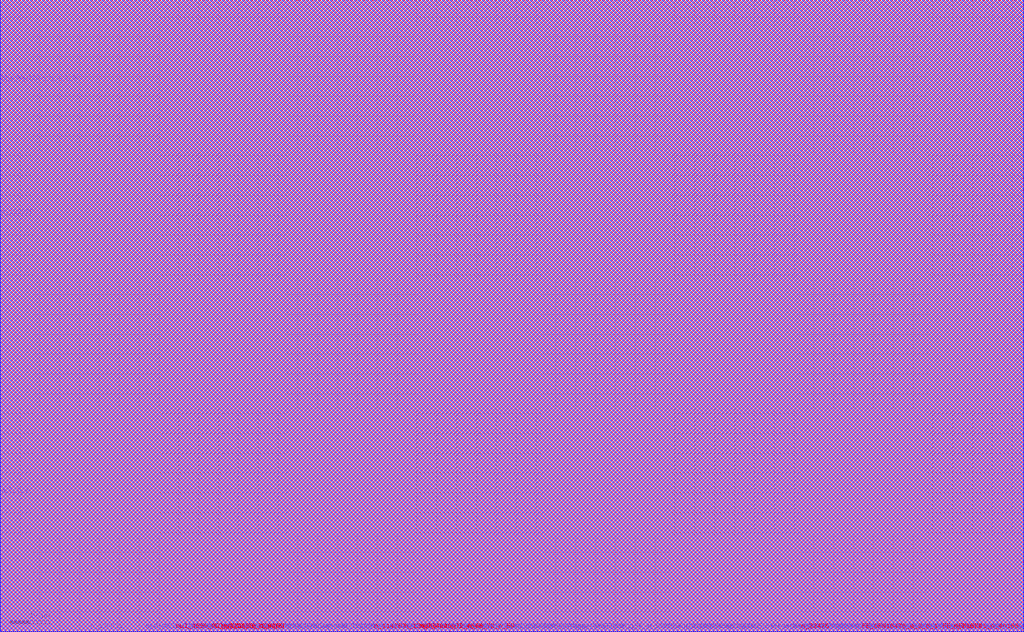
<source format=lef>
VERSION 5.6 ;
BUSBITCHARS "[]" ;
DIVIDERCHAR "/" ;

MACRO AND2_X1
  CLASS CORE ;
  ORIGIN 0 0 ;
  FOREIGN AND2_X1 0 0 ;
  SIZE 0.384 BY 0.768 ;
  SYMMETRY X Y ;
  SITE NanGate_15nm_OCL ;
  PIN VDD
    DIRECTION INOUT ;
    USE POWER ;
    SHAPE ABUTMENT ;
    PORT
      LAYER M1 ;
        RECT -0.01 0.74 0.394 0.796 ;
    END
  END VDD
  PIN VSS
    DIRECTION INOUT ;
    USE GROUND ;
    SHAPE ABUTMENT ;
    PORT
      LAYER M1 ;
        RECT -0.01 -0.028 0.394 0.028 ;
    END
  END VSS
  PIN A1
    DIRECTION INPUT ;
    USE SIGNAL ;
    PORT
      LAYER M1 ;
        RECT 0.178 0.256 0.206 0.69 ;
    END
  END A1
  PIN A2
    DIRECTION INPUT ;
    USE SIGNAL ;
    PORT
      LAYER M1 ;
        RECT 0.05 0.127 0.078 0.525 ;
    END
  END A2
  PIN Z
    DIRECTION OUTPUT ;
    USE SIGNAL ;
    PORT
      LAYER M1 ;
        RECT 0.306 0.114 0.334 0.64 ;
    END
  END Z
  OBS
    LAYER M1 ;
      RECT 0.114 0.162 0.27 0.19 ;
      RECT 0.242 0.162 0.27 0.428 ;
      RECT 0.114 0.162 0.142 0.544 ;
  END
END AND2_X1

MACRO AND2_X2
  CLASS CORE ;
  ORIGIN 0 0 ;
  FOREIGN AND2_X2 0 0 ;
  SIZE 0.448 BY 0.768 ;
  SYMMETRY X Y ;
  SITE NanGate_15nm_OCL ;
  PIN A2
    DIRECTION INPUT ;
    USE SIGNAL ;
    PORT
      LAYER M1 ;
        RECT 0.045 0.262 0.083 0.506 ;
    END
  END A2
  PIN VDD
    DIRECTION INOUT ;
    USE POWER ;
    SHAPE ABUTMENT ;
    PORT
      LAYER M1 ;
        RECT -0.01 0.74 0.458 0.796 ;
    END
  END VDD
  PIN VSS
    DIRECTION INOUT ;
    USE GROUND ;
    SHAPE ABUTMENT ;
    PORT
      LAYER M1 ;
        RECT -0.01 -0.028 0.458 0.028 ;
    END
  END VSS
  PIN A1
    DIRECTION INPUT ;
    USE SIGNAL ;
    PORT
      LAYER M1 ;
        RECT 0.178 0.256 0.206 0.512 ;
    END
  END A1
  PIN Z
    DIRECTION OUTPUT ;
    USE SIGNAL ;
    PORT
      LAYER M1 ;
        RECT 0.306 0.078 0.338 0.69 ;
    END
  END Z
  OBS
    LAYER M1 ;
      RECT 0.082 0.166 0.27 0.194 ;
      RECT 0.242 0.166 0.27 0.602 ;
      RECT 0.054 0.574 0.27 0.602 ;
  END
END AND2_X2

MACRO AND3_X1
  CLASS CORE ;
  ORIGIN 0 0 ;
  FOREIGN AND3_X1 0 0 ;
  SIZE 0.512 BY 0.768 ;
  SYMMETRY X Y ;
  SITE NanGate_15nm_OCL ;
  PIN A2
    DIRECTION INPUT ;
    USE SIGNAL ;
    PORT
      LAYER M1 ;
        RECT 0.173 0.192 0.211 0.568 ;
    END
  END A2
  PIN A3
    DIRECTION INPUT ;
    USE SIGNAL ;
    PORT
      LAYER M1 ;
        RECT 0.048 0.192 0.08 0.576 ;
    END
  END A3
  PIN VDD
    DIRECTION INOUT ;
    USE POWER ;
    SHAPE ABUTMENT ;
    PORT
      LAYER M1 ;
        RECT -0.01 0.74 0.522 0.796 ;
    END
  END VDD
  PIN VSS
    DIRECTION INOUT ;
    USE GROUND ;
    SHAPE ABUTMENT ;
    PORT
      LAYER M1 ;
        RECT -0.01 -0.028 0.522 0.028 ;
    END
  END VSS
  PIN A1
    DIRECTION INPUT ;
    USE SIGNAL ;
    PORT
      LAYER M1 ;
        RECT 0.306 0.192 0.334 0.576 ;
    END
  END A1
  PIN Z
    DIRECTION OUTPUT ;
    USE SIGNAL ;
    PORT
      LAYER M1 ;
        RECT 0.434 0.114 0.462 0.654 ;
    END
  END Z
  OBS
    LAYER M1 ;
      RECT 0.274 0.105 0.398 0.137 ;
      RECT 0.37 0.105 0.398 0.664 ;
      RECT 0.054 0.636 0.398 0.664 ;
    LAYER M1 ;
      RECT 0.079 0.1 0.238 0.132 ;
  END
END AND3_X1

MACRO AND3_X2
  CLASS CORE ;
  ORIGIN 0 0 ;
  FOREIGN AND3_X2 0 0 ;
  SIZE 0.512 BY 0.768 ;
  SYMMETRY X Y ;
  SITE NanGate_15nm_OCL ;
  PIN A1
    DIRECTION INPUT ;
    USE SIGNAL ;
    PORT
      LAYER M1 ;
        RECT 0.178 0.32 0.206 0.513 ;
    END
  END A1
  PIN VDD
    DIRECTION INOUT ;
    USE POWER ;
    SHAPE ABUTMENT ;
    PORT
      LAYER M1 ;
        RECT -0.01 0.74 0.522 0.796 ;
    END
  END VDD
  PIN VSS
    DIRECTION INOUT ;
    USE GROUND ;
    SHAPE ABUTMENT ;
    PORT
      LAYER M1 ;
        RECT -0.01 -0.028 0.522 0.028 ;
    END
  END VSS
  PIN A2
    DIRECTION INPUT ;
    USE SIGNAL ;
    PORT
      LAYER M1 ;
        RECT 0.045 0.256 0.083 0.512 ;
    END
  END A2
  PIN A3
    DIRECTION INPUT ;
    USE SIGNAL ;
    PORT
      LAYER M1 ;
        RECT 0.242 0.302 0.27 0.531 ;
    END
  END A3
  PIN Z
    DIRECTION OUTPUT ;
    USE SIGNAL ;
    PORT
      LAYER M1 ;
        RECT 0.37 0.078 0.402 0.69 ;
    END
  END Z
  OBS
    LAYER M1 ;
      RECT 0.146 0.224 0.334 0.252 ;
      RECT 0.306 0.224 0.334 0.599 ;
      RECT 0.054 0.567 0.334 0.599 ;
    LAYER M1 ;
      RECT 0.048 0.078 0.08 0.188 ;
      RECT 0.048 0.156 0.298 0.188 ;
  END
END AND3_X2

MACRO AND4_X1
  CLASS CORE ;
  ORIGIN 0 0 ;
  FOREIGN AND4_X1 0 0 ;
  SIZE 0.576 BY 0.768 ;
  SYMMETRY X Y ;
  SITE NanGate_15nm_OCL ;
  PIN A1
    DIRECTION INPUT ;
    USE SIGNAL ;
    PORT
      LAYER M1 ;
        RECT 0.37 0.192 0.398 0.576 ;
    END
  END A1
  PIN A4
    DIRECTION INPUT ;
    USE SIGNAL ;
    PORT
      LAYER M1 ;
        RECT 0.05 0.192 0.078 0.576 ;
    END
  END A4
  PIN VDD
    DIRECTION INOUT ;
    USE POWER ;
    SHAPE ABUTMENT ;
    PORT
      LAYER M1 ;
        RECT -0.01 0.74 0.586 0.796 ;
    END
  END VDD
  PIN VSS
    DIRECTION INOUT ;
    USE GROUND ;
    SHAPE ABUTMENT ;
    PORT
      LAYER M1 ;
        RECT -0.01 -0.028 0.586 0.028 ;
    END
  END VSS
  PIN Z
    DIRECTION OUTPUT ;
    USE SIGNAL ;
    PORT
      LAYER M1 ;
        RECT 0.498 0.114 0.526 0.654 ;
    END
  END Z
  PIN A2
    DIRECTION INPUT ;
    USE SIGNAL ;
    PORT
      LAYER M1 ;
        RECT 0.24 0.192 0.272 0.576 ;
    END
  END A2
  PIN A3
    DIRECTION INPUT ;
    USE SIGNAL ;
    PORT
      LAYER M1 ;
        RECT 0.114 0.192 0.142 0.512 ;
    END
  END A3
  OBS
    LAYER M1 ;
      RECT 0.141 0.104 0.298 0.152 ;
    LAYER M1 ;
      RECT 0.338 0.1 0.462 0.132 ;
      RECT 0.434 0.1 0.462 0.668 ;
      RECT 0.082 0.636 0.462 0.668 ;
  END
END AND4_X1

MACRO AND4_X2
  CLASS CORE ;
  ORIGIN 0 0 ;
  FOREIGN AND4_X2 0 0 ;
  SIZE 0.64 BY 0.768 ;
  SYMMETRY X Y ;
  SITE NanGate_15nm_OCL ;
  PIN A4
    DIRECTION INPUT ;
    USE SIGNAL ;
    PORT
      LAYER M1 ;
        RECT 0.05 0.192 0.078 0.577 ;
    END
  END A4
  PIN VDD
    DIRECTION INOUT ;
    USE POWER ;
    SHAPE ABUTMENT ;
    PORT
      LAYER M1 ;
        RECT -0.01 0.74 0.65 0.796 ;
    END
  END VDD
  PIN VSS
    DIRECTION INOUT ;
    USE GROUND ;
    SHAPE ABUTMENT ;
    PORT
      LAYER M1 ;
        RECT -0.01 -0.028 0.65 0.028 ;
    END
  END VSS
  PIN A1
    DIRECTION INPUT ;
    USE SIGNAL ;
    PORT
      LAYER M1 ;
        RECT 0.37 0.241 0.398 0.576 ;
    END
  END A1
  PIN A2
    DIRECTION INPUT ;
    USE SIGNAL ;
    PORT
      LAYER M1 ;
        RECT 0.242 0.192 0.27 0.577 ;
    END
  END A2
  PIN A3
    DIRECTION INPUT ;
    USE SIGNAL ;
    PORT
      LAYER M1 ;
        RECT 0.114 0.192 0.142 0.577 ;
    END
  END A3
  PIN Z
    DIRECTION OUTPUT ;
    USE SIGNAL ;
    PORT
      LAYER M1 ;
        RECT 0.498 0.096 0.526 0.64 ;
    END
  END Z
  OBS
    LAYER M1 ;
      RECT 0.142 0.104 0.298 0.136 ;
      RECT 0.342 0.165 0.462 0.197 ;
      RECT 0.434 0.165 0.462 0.664 ;
      RECT 0.082 0.632 0.462 0.664 ;
  END
END AND4_X2

MACRO ANTENNA
  CLASS CORE ;
  ORIGIN 0 0 ;
  FOREIGN ANTENNA 0 0 ;
  SIZE 0.192 BY 0.768 ;
  SYMMETRY X Y ;
  SITE NanGate_15nm_OCL ;
  PIN VDD
    DIRECTION INOUT ;
    USE POWER ;
    SHAPE ABUTMENT ;
    PORT
      LAYER M1 ;
        RECT -0.01 0.74 0.202 0.796 ;
    END
  END VDD
  PIN VSS
    DIRECTION INOUT ;
    USE GROUND ;
    SHAPE ABUTMENT ;
    PORT
      LAYER M1 ;
        RECT -0.01 -0.028 0.202 0.028 ;
    END
  END VSS
  PIN I
    DIRECTION INPUT ;
    USE SIGNAL ;
    PORT
      LAYER M1 ;
        RECT 0.048 0.078 0.08 0.256 ;
        RECT 0.048 0.512 0.08 0.69 ;
        RECT 0.048 0.228 0.142 0.256 ;
        RECT 0.114 0.228 0.142 0.54 ;
        RECT 0.048 0.512 0.142 0.54 ;
    END
  END I
END ANTENNA

MACRO AOI21_X1
  CLASS CORE ;
  ORIGIN 0 0 ;
  FOREIGN AOI21_X1 0 0 ;
  SIZE 0.384 BY 0.768 ;
  SYMMETRY X Y ;
  SITE NanGate_15nm_OCL ;
  PIN B
    DIRECTION INPUT ;
    USE SIGNAL ;
    PORT
      LAYER M1 ;
        RECT 0.306 0.192 0.334 0.512 ;
    END
  END B
  PIN VDD
    DIRECTION INOUT ;
    USE POWER ;
    SHAPE ABUTMENT ;
    PORT
      LAYER M1 ;
        RECT -0.01 0.74 0.394 0.796 ;
    END
  END VDD
  PIN VSS
    DIRECTION INOUT ;
    USE GROUND ;
    SHAPE ABUTMENT ;
    PORT
      LAYER M1 ;
        RECT -0.01 -0.028 0.394 0.028 ;
    END
  END VSS
  PIN ZN
    DIRECTION OUTPUT ;
    USE SIGNAL ;
    PORT
      LAYER M1 ;
        RECT 0.114 0.104 0.142 0.536 ;
        RECT 0.114 0.104 0.306 0.136 ;
    END
  END ZN
  PIN A1
    DIRECTION INPUT ;
    USE SIGNAL ;
    PORT
      LAYER M1 ;
        RECT 0.178 0.192 0.206 0.512 ;
    END
  END A1
  PIN A2
    DIRECTION INPUT ;
    USE SIGNAL ;
    PORT
      LAYER M1 ;
        RECT 0.05 0.134 0.078 0.512 ;
    END
  END A2
  OBS
    LAYER M1 ;
      RECT 0.048 0.58 0.298 0.612 ;
      RECT 0.048 0.58 0.08 0.69 ;
  END
END AOI21_X1

MACRO AOI21_X2
  CLASS CORE ;
  ORIGIN 0 0 ;
  FOREIGN AOI21_X2 0 0 ;
  SIZE 0.576 BY 0.768 ;
  SYMMETRY X Y ;
  SITE NanGate_15nm_OCL ;
  PIN A1
    DIRECTION INPUT ;
    USE SIGNAL ;
    PORT
      LAYER M1 ;
        RECT 0.37 0.302 0.398 0.448 ;
    END
  END A1
  PIN VDD
    DIRECTION INOUT ;
    USE POWER ;
    SHAPE ABUTMENT ;
    PORT
      LAYER M1 ;
        RECT -0.01 0.74 0.586 0.796 ;
    END
  END VDD
  PIN VSS
    DIRECTION INOUT ;
    USE GROUND ;
    SHAPE ABUTMENT ;
    PORT
      LAYER M1 ;
        RECT -0.01 -0.028 0.586 0.028 ;
    END
  END VSS
  PIN ZN
    DIRECTION OUTPUT ;
    USE SIGNAL ;
    PORT
      LAYER M1 ;
        RECT 0.178 0.166 0.206 0.599 ;
        RECT 0.077 0.166 0.43 0.194 ;
        RECT 0.434 0.507 0.462 0.599 ;
        RECT 0.178 0.571 0.462 0.599 ;
    END
  END ZN
  PIN A2
    DIRECTION INPUT ;
    USE SIGNAL ;
    PORT
      LAYER M1 ;
        RECT 0.242 0.23 0.27 0.512 ;
        RECT 0.242 0.23 0.531 0.258 ;
        RECT 0.493 0.23 0.531 0.448 ;
    END
  END A2
  PIN B
    DIRECTION INPUT ;
    USE SIGNAL ;
    PORT
      LAYER M1 ;
        RECT 0.114 0.256 0.142 0.448 ;
    END
  END B
  OBS
    LAYER M1 ;
      RECT 0.048 0.55 0.08 0.677 ;
      RECT 0.498 0.516 0.526 0.677 ;
      RECT 0.048 0.643 0.526 0.677 ;
      RECT 0.146 0.102 0.535 0.13 ;
  END
END AOI21_X2

MACRO AOI22_X1
  CLASS CORE ;
  ORIGIN 0 0 ;
  FOREIGN AOI22_X1 0 0 ;
  SIZE 0.448 BY 0.768 ;
  SYMMETRY X Y ;
  SITE NanGate_15nm_OCL ;
  PIN A1
    DIRECTION INPUT ;
    USE SIGNAL ;
    PORT
      LAYER M1 ;
        RECT 0.242 0.192 0.27 0.512 ;
    END
  END A1
  PIN A2
    DIRECTION INPUT ;
    USE SIGNAL ;
    PORT
      LAYER M1 ;
        RECT 0.37 0.192 0.398 0.485 ;
    END
  END A2
  PIN B2
    DIRECTION INPUT ;
    USE SIGNAL ;
    PORT
      LAYER M1 ;
        RECT 0.05 0.192 0.078 0.564 ;
    END
  END B2
  PIN VDD
    DIRECTION INOUT ;
    USE POWER ;
    SHAPE ABUTMENT ;
    PORT
      LAYER M1 ;
        RECT -0.01 0.74 0.458 0.796 ;
    END
  END VDD
  PIN VSS
    DIRECTION INOUT ;
    USE GROUND ;
    SHAPE ABUTMENT ;
    PORT
      LAYER M1 ;
        RECT -0.01 -0.028 0.458 0.028 ;
    END
  END VSS
  PIN B1
    DIRECTION INPUT ;
    USE SIGNAL ;
    PORT
      LAYER M1 ;
        RECT 0.114 0.198 0.142 0.576 ;
    END
  END B1
  PIN ZN
    DIRECTION OUTPUT ;
    USE SIGNAL ;
    PORT
      LAYER M1 ;
        RECT 0.141 0.102 0.334 0.13 ;
        RECT 0.306 0.102 0.334 0.58 ;
    END
  END ZN
  OBS
    LAYER M1 ;
      RECT 0.37 0.553 0.398 0.664 ;
      RECT 0.082 0.632 0.398 0.664 ;
  END
END AOI22_X1

MACRO AOI22_X2
  CLASS CORE ;
  ORIGIN 0 0 ;
  FOREIGN AOI22_X2 0 0 ;
  SIZE 0.768 BY 0.768 ;
  SYMMETRY X Y ;
  SITE NanGate_15nm_OCL ;
  PIN VDD
    DIRECTION INOUT ;
    USE POWER ;
    SHAPE ABUTMENT ;
    PORT
      LAYER M1 ;
        RECT -0.01 0.74 0.778 0.796 ;
    END
  END VDD
  PIN VSS
    DIRECTION INOUT ;
    USE GROUND ;
    SHAPE ABUTMENT ;
    PORT
      LAYER M1 ;
        RECT -0.01 -0.028 0.778 0.028 ;
    END
  END VSS
  PIN ZN
    DIRECTION OUTPUT ;
    USE SIGNAL ;
    PORT
      LAYER M1 ;
        RECT 0.242 0.206 0.27 0.32 ;
        RECT 0.242 0.206 0.718 0.234 ;
        RECT 0.37 0.206 0.398 0.6 ;
        RECT 0.626 0.463 0.654 0.6 ;
        RECT 0.37 0.568 0.654 0.6 ;
        RECT 0.69 0.104 0.718 0.235 ;
        RECT 0.37 0.206 0.718 0.235 ;
    END
  END ZN
  PIN A1
    DIRECTION INPUT ;
    USE SIGNAL ;
    PORT
      LAYER M1 ;
        RECT 0.434 0.274 0.462 0.512 ;
        RECT 0.434 0.274 0.718 0.302 ;
        RECT 0.69 0.274 0.718 0.489 ;
    END
  END A1
  PIN A2
    DIRECTION INPUT ;
    USE SIGNAL ;
    PORT
      LAYER M1 ;
        RECT 0.562 0.37 0.59 0.512 ;
    END
  END A2
  PIN B1
    DIRECTION INPUT ;
    USE SIGNAL ;
    PORT
      LAYER M1 ;
        RECT 0.306 0.306 0.334 0.526 ;
    END
  END B1
  PIN B2
    DIRECTION INPUT ;
    USE SIGNAL ;
    PORT
      LAYER M1 ;
        RECT 0.05 0.242 0.078 0.512 ;
    END
  END B2
  OBS
    LAYER M1 ;
      RECT 0.086 0.104 0.362 0.136 ;
    LAYER M1 ;
      RECT 0.626 0.078 0.654 0.17 ;
      RECT 0.406 0.138 0.654 0.17 ;
      RECT 0.69 0.557 0.718 0.672 ;
      RECT 0.077 0.644 0.718 0.672 ;
  END
END AOI22_X2

MACRO BUF_X1
  CLASS CORE ;
  ORIGIN 0 0 ;
  FOREIGN BUF_X1 0 0 ;
  SIZE 0.32 BY 0.768 ;
  SYMMETRY X Y ;
  SITE NanGate_15nm_OCL ;
  PIN I
    DIRECTION INPUT ;
    USE SIGNAL ;
    PORT
      LAYER M1 ;
        RECT 0.05 0.192 0.078 0.576 ;
    END
  END I
  PIN VDD
    DIRECTION INOUT ;
    USE POWER ;
    SHAPE ABUTMENT ;
    PORT
      LAYER M1 ;
        RECT -0.01 0.74 0.33 0.796 ;
    END
  END VDD
  PIN VSS
    DIRECTION INOUT ;
    USE GROUND ;
    SHAPE ABUTMENT ;
    PORT
      LAYER M1 ;
        RECT -0.01 -0.028 0.33 0.028 ;
    END
  END VSS
  PIN Z
    DIRECTION OUTPUT ;
    USE SIGNAL ;
    PORT
      LAYER M1 ;
        RECT 0.24 0.114 0.272 0.69 ;
    END
  END Z
  OBS
    LAYER M1 ;
      RECT 0.114 0.078 0.142 0.558 ;
  END
END BUF_X1

MACRO BUF_X12
  CLASS CORE ;
  ORIGIN 0 0 ;
  FOREIGN BUF_X12 0 0 ;
  SIZE 1.28 BY 0.768 ;
  SYMMETRY X Y ;
  SITE NanGate_15nm_OCL ;
  PIN I
    DIRECTION INPUT ;
    USE SIGNAL ;
    PORT
      LAYER M1 ;
        RECT 0.048 0.236 0.08 0.515 ;
        RECT 0.048 0.366 0.426 0.398 ;
    END
  END I
  PIN VDD
    DIRECTION INOUT ;
    USE POWER ;
    SHAPE ABUTMENT ;
    PORT
      LAYER M1 ;
        RECT -0.01 0.74 1.29 0.796 ;
    END
  END VDD
  PIN VSS
    DIRECTION INOUT ;
    USE GROUND ;
    SHAPE ABUTMENT ;
    PORT
      LAYER M1 ;
        RECT -0.01 -0.028 1.29 0.028 ;
    END
  END VSS
  PIN Z
    DIRECTION OUTPUT ;
    USE SIGNAL ;
    PORT
      LAYER M1 ;
        RECT 0.466 0.104 1.168 0.132 ;
        RECT 1.136 0.104 1.168 0.664 ;
        RECT 0.466 0.636 1.168 0.664 ;
    END
  END Z
  OBS
    LAYER M1 ;
      RECT 0.112 0.098 0.144 0.217 ;
      RECT 0.112 0.185 0.49 0.217 ;
      RECT 0.462 0.368 0.966 0.4 ;
      RECT 0.462 0.185 0.49 0.583 ;
      RECT 0.098 0.551 0.49 0.583 ;
      RECT 0.098 0.551 0.157 0.67 ;
  END
END BUF_X12

MACRO BUF_X16
  CLASS CORE ;
  ORIGIN 0 0 ;
  FOREIGN BUF_X16 0 0 ;
  SIZE 1.664 BY 0.768 ;
  SYMMETRY X Y ;
  SITE NanGate_15nm_OCL ;
  PIN VDD
    DIRECTION INOUT ;
    USE POWER ;
    SHAPE ABUTMENT ;
    PORT
      LAYER M1 ;
        RECT -0.01 0.74 1.674 0.796 ;
    END
  END VDD
  PIN VSS
    DIRECTION INOUT ;
    USE GROUND ;
    SHAPE ABUTMENT ;
    PORT
      LAYER M1 ;
        RECT -0.01 -0.028 1.674 0.028 ;
    END
  END VSS
  PIN I
    DIRECTION INPUT ;
    USE SIGNAL ;
    PORT
      LAYER M1 ;
        RECT 0.05 0.232 0.078 0.512 ;
        RECT 0.05 0.368 0.554 0.4 ;
    END
  END I
  PIN Z
    DIRECTION OUTPUT ;
    USE SIGNAL ;
    PORT
      LAYER M1 ;
        RECT 0.594 0.102 1.552 0.13 ;
        RECT 1.52 0.102 1.552 0.66 ;
        RECT 0.594 0.632 1.552 0.66 ;
    END
  END Z
  OBS
    LAYER M1 ;
      RECT 0.114 0.141 0.142 0.235 ;
      RECT 0.114 0.203 0.618 0.235 ;
      RECT 0.59 0.366 1.454 0.398 ;
      RECT 0.59 0.203 0.618 0.488 ;
      RECT 0.114 0.456 0.618 0.488 ;
      RECT 0.114 0.456 0.142 0.643 ;
  END
END BUF_X16

MACRO BUF_X2
  CLASS CORE ;
  ORIGIN 0 0 ;
  FOREIGN BUF_X2 0 0 ;
  SIZE 0.32 BY 0.768 ;
  SYMMETRY X Y ;
  SITE NanGate_15nm_OCL ;
  PIN VDD
    DIRECTION INOUT ;
    USE POWER ;
    SHAPE ABUTMENT ;
    PORT
      LAYER M1 ;
        RECT -0.01 0.74 0.33 0.796 ;
    END
  END VDD
  PIN VSS
    DIRECTION INOUT ;
    USE GROUND ;
    SHAPE ABUTMENT ;
    PORT
      LAYER M1 ;
        RECT -0.01 -0.028 0.33 0.028 ;
    END
  END VSS
  PIN I
    DIRECTION INPUT ;
    USE SIGNAL ;
    PORT
      LAYER M1 ;
        RECT 0.05 0.267 0.078 0.512 ;
    END
  END I
  PIN Z
    DIRECTION OUTPUT ;
    USE SIGNAL ;
    PORT
      LAYER M1 ;
        RECT 0.178 0.078 0.206 0.69 ;
    END
  END Z
  OBS
    LAYER M1 ;
      RECT 0.048 0.129 0.08 0.22 ;
      RECT 0.048 0.192 0.142 0.22 ;
      RECT 0.114 0.192 0.142 0.584 ;
      RECT 0.048 0.556 0.142 0.584 ;
      RECT 0.048 0.556 0.08 0.664 ;
  END
END BUF_X2

MACRO BUF_X4
  CLASS CORE ;
  ORIGIN 0 0 ;
  FOREIGN BUF_X4 0 0 ;
  SIZE 0.512 BY 0.768 ;
  SYMMETRY X Y ;
  SITE NanGate_15nm_OCL ;
  PIN I
    DIRECTION INPUT ;
    USE SIGNAL ;
    PORT
      LAYER M1 ;
        RECT 0.178 0.242 0.206 0.526 ;
    END
  END I
  PIN VDD
    DIRECTION INOUT ;
    USE POWER ;
    SHAPE ABUTMENT ;
    PORT
      LAYER M1 ;
        RECT -0.01 0.74 0.522 0.796 ;
    END
  END VDD
  PIN VSS
    DIRECTION INOUT ;
    USE GROUND ;
    SHAPE ABUTMENT ;
    PORT
      LAYER M1 ;
        RECT -0.01 -0.028 0.522 0.028 ;
    END
  END VSS
  PIN Z
    DIRECTION OUTPUT ;
    USE SIGNAL ;
    PORT
      LAYER M1 ;
        RECT 0.145 0.104 0.4 0.132 ;
        RECT 0.368 0.104 0.4 0.664 ;
        RECT 0.21 0.636 0.4 0.664 ;
    END
  END Z
  OBS
    LAYER M1 ;
      RECT 0.082 0.168 0.27 0.196 ;
      RECT 0.242 0.168 0.27 0.6 ;
      RECT 0.082 0.572 0.27 0.6 ;
  END
END BUF_X4

MACRO BUF_X8
  CLASS CORE ;
  ORIGIN 0 0 ;
  FOREIGN BUF_X8 0 0 ;
  SIZE 0.896 BY 0.768 ;
  SYMMETRY X Y ;
  SITE NanGate_15nm_OCL ;
  PIN VDD
    DIRECTION INOUT ;
    USE POWER ;
    SHAPE ABUTMENT ;
    PORT
      LAYER M1 ;
        RECT -0.01 0.74 0.906 0.796 ;
    END
  END VDD
  PIN VSS
    DIRECTION INOUT ;
    USE GROUND ;
    SHAPE ABUTMENT ;
    PORT
      LAYER M1 ;
        RECT -0.01 -0.028 0.906 0.028 ;
    END
  END VSS
  PIN I
    DIRECTION INPUT ;
    USE SIGNAL ;
    PORT
      LAYER M1 ;
        RECT 0.05 0.256 0.078 0.512 ;
        RECT 0.05 0.366 0.298 0.398 ;
    END
  END I
  PIN Z
    DIRECTION OUTPUT ;
    USE SIGNAL ;
    PORT
      LAYER M1 ;
        RECT 0.342 0.1 0.784 0.132 ;
        RECT 0.752 0.1 0.784 0.668 ;
        RECT 0.342 0.636 0.784 0.668 ;
    END
  END Z
  OBS
    LAYER M1 ;
      RECT 0.112 0.13 0.144 0.216 ;
      RECT 0.112 0.184 0.384 0.216 ;
      RECT 0.352 0.339 0.666 0.371 ;
      RECT 0.352 0.184 0.384 0.571 ;
      RECT 0.112 0.539 0.384 0.571 ;
      RECT 0.112 0.539 0.144 0.639 ;
  END
END BUF_X8

MACRO CLKBUF_X1
  CLASS CORE ;
  ORIGIN 0 0 ;
  FOREIGN CLKBUF_X1 0 0 ;
  SIZE 0.32 BY 0.768 ;
  SYMMETRY X Y ;
  SITE NanGate_15nm_OCL ;
  PIN I
    DIRECTION INPUT ;
    USE SIGNAL ;
    PORT
      LAYER M1 ;
        RECT 0.05 0.192 0.078 0.576 ;
    END
  END I
  PIN VDD
    DIRECTION INOUT ;
    USE POWER ;
    SHAPE ABUTMENT ;
    PORT
      LAYER M1 ;
        RECT -0.01 0.74 0.33 0.796 ;
    END
  END VDD
  PIN VSS
    DIRECTION INOUT ;
    USE GROUND ;
    SHAPE ABUTMENT ;
    PORT
      LAYER M1 ;
        RECT -0.01 -0.028 0.33 0.028 ;
    END
  END VSS
  PIN Z
    DIRECTION OUTPUT ;
    USE SIGNAL ;
    PORT
      LAYER M1 ;
        RECT 0.24 0.114 0.272 0.69 ;
    END
  END Z
  OBS
    LAYER M1 ;
      RECT 0.114 0.078 0.142 0.523 ;
  END
END CLKBUF_X1

MACRO CLKBUF_X12
  CLASS CORE ;
  ORIGIN 0 0 ;
  FOREIGN CLKBUF_X12 0 0 ;
  SIZE 1.28 BY 0.768 ;
  SYMMETRY X Y ;
  SITE NanGate_15nm_OCL ;
  PIN I
    DIRECTION INPUT ;
    USE SIGNAL ;
    PORT
      LAYER M1 ;
        RECT 0.048 0.238 0.08 0.53 ;
        RECT 0.048 0.336 0.426 0.368 ;
    END
  END I
  PIN VDD
    DIRECTION INOUT ;
    USE POWER ;
    SHAPE ABUTMENT ;
    PORT
      LAYER M1 ;
        RECT -0.01 0.74 1.29 0.796 ;
    END
  END VDD
  PIN VSS
    DIRECTION INOUT ;
    USE GROUND ;
    SHAPE ABUTMENT ;
    PORT
      LAYER M1 ;
        RECT -0.01 -0.028 1.29 0.028 ;
    END
  END VSS
  PIN Z
    DIRECTION OUTPUT ;
    USE SIGNAL ;
    PORT
      LAYER M1 ;
        RECT 0.466 0.104 1.168 0.132 ;
        RECT 1.136 0.104 1.168 0.664 ;
        RECT 0.466 0.636 1.168 0.664 ;
    END
  END Z
  OBS
    LAYER M1 ;
      RECT 0.043 0.168 0.494 0.196 ;
      RECT 0.462 0.168 0.494 0.346 ;
      RECT 0.462 0.314 0.998 0.346 ;
      RECT 0.462 0.168 0.49 0.578 ;
      RECT 0.114 0.55 0.49 0.578 ;
      RECT 0.114 0.55 0.142 0.67 ;
  END
END CLKBUF_X12

MACRO CLKBUF_X16
  CLASS CORE ;
  ORIGIN 0 0 ;
  FOREIGN CLKBUF_X16 0 0 ;
  SIZE 1.664 BY 0.768 ;
  SYMMETRY X Y ;
  SITE NanGate_15nm_OCL ;
  PIN VDD
    DIRECTION INOUT ;
    USE POWER ;
    SHAPE ABUTMENT ;
    PORT
      LAYER M1 ;
        RECT -0.01 0.74 1.674 0.796 ;
    END
  END VDD
  PIN VSS
    DIRECTION INOUT ;
    USE GROUND ;
    SHAPE ABUTMENT ;
    PORT
      LAYER M1 ;
        RECT -0.01 -0.028 1.674 0.028 ;
    END
  END VSS
  PIN I
    DIRECTION INPUT ;
    USE SIGNAL ;
    PORT
      LAYER M1 ;
        RECT 0.05 0.222 0.078 0.526 ;
        RECT 0.05 0.326 0.554 0.358 ;
    END
  END I
  PIN Z
    DIRECTION OUTPUT ;
    USE SIGNAL ;
    PORT
      LAYER M1 ;
        RECT 0.594 0.087 1.552 0.145 ;
        RECT 1.52 0.087 1.552 0.681 ;
        RECT 0.594 0.623 1.552 0.681 ;
    END
  END Z
  OBS
    LAYER M1 ;
      RECT 0.114 0.141 0.142 0.233 ;
      RECT 0.114 0.205 0.645 0.233 ;
      RECT 0.604 0.316 1.454 0.344 ;
      RECT 0.604 0.205 0.645 0.56 ;
      RECT 0.114 0.528 0.645 0.56 ;
      RECT 0.114 0.528 0.142 0.638 ;
  END
END CLKBUF_X16

MACRO CLKBUF_X2
  CLASS CORE ;
  ORIGIN 0 0 ;
  FOREIGN CLKBUF_X2 0 0 ;
  SIZE 0.32 BY 0.768 ;
  SYMMETRY X Y ;
  SITE NanGate_15nm_OCL ;
  PIN VDD
    DIRECTION INOUT ;
    USE POWER ;
    SHAPE ABUTMENT ;
    PORT
      LAYER M1 ;
        RECT -0.01 0.74 0.33 0.796 ;
    END
  END VDD
  PIN VSS
    DIRECTION INOUT ;
    USE GROUND ;
    SHAPE ABUTMENT ;
    PORT
      LAYER M1 ;
        RECT -0.01 -0.028 0.33 0.028 ;
    END
  END VSS
  PIN I
    DIRECTION INPUT ;
    USE SIGNAL ;
    PORT
      LAYER M1 ;
        RECT 0.05 0.296 0.078 0.512 ;
    END
  END I
  PIN Z
    DIRECTION OUTPUT ;
    USE SIGNAL ;
    PORT
      LAYER M1 ;
        RECT 0.178 0.078 0.206 0.69 ;
    END
  END Z
  OBS
    LAYER M1 ;
      RECT 0.048 0.129 0.08 0.22 ;
      RECT 0.048 0.192 0.142 0.22 ;
      RECT 0.114 0.192 0.142 0.584 ;
      RECT 0.048 0.556 0.142 0.584 ;
      RECT 0.048 0.556 0.08 0.664 ;
  END
END CLKBUF_X2

MACRO CLKBUF_X4
  CLASS CORE ;
  ORIGIN 0 0 ;
  FOREIGN CLKBUF_X4 0 0 ;
  SIZE 0.512 BY 0.768 ;
  SYMMETRY X Y ;
  SITE NanGate_15nm_OCL ;
  PIN I
    DIRECTION INPUT ;
    USE SIGNAL ;
    PORT
      LAYER M1 ;
        RECT 0.114 0.242 0.142 0.526 ;
    END
  END I
  PIN VDD
    DIRECTION INOUT ;
    USE POWER ;
    SHAPE ABUTMENT ;
    PORT
      LAYER M1 ;
        RECT -0.01 0.74 0.522 0.796 ;
    END
  END VDD
  PIN VSS
    DIRECTION INOUT ;
    USE GROUND ;
    SHAPE ABUTMENT ;
    PORT
      LAYER M1 ;
        RECT -0.01 -0.028 0.522 0.028 ;
    END
  END VSS
  PIN Z
    DIRECTION OUTPUT ;
    USE SIGNAL ;
    PORT
      LAYER M1 ;
        RECT 0.145 0.104 0.4 0.132 ;
        RECT 0.368 0.104 0.4 0.664 ;
        RECT 0.205 0.636 0.4 0.664 ;
    END
  END Z
  OBS
    LAYER M1 ;
      RECT 0.041 0.168 0.206 0.196 ;
      RECT 0.178 0.168 0.206 0.6 ;
      RECT 0.082 0.572 0.206 0.6 ;
  END
END CLKBUF_X4

MACRO CLKBUF_X8
  CLASS CORE ;
  ORIGIN 0 0 ;
  FOREIGN CLKBUF_X8 0 0 ;
  SIZE 0.896 BY 0.768 ;
  SYMMETRY X Y ;
  SITE NanGate_15nm_OCL ;
  PIN I
    DIRECTION INPUT ;
    USE SIGNAL ;
    PORT
      LAYER M1 ;
        RECT 0.05 0.256 0.078 0.512 ;
        RECT 0.05 0.256 0.079 0.356 ;
        RECT 0.05 0.328 0.318 0.356 ;
    END
  END I
  PIN VDD
    DIRECTION INOUT ;
    USE POWER ;
    SHAPE ABUTMENT ;
    PORT
      LAYER M1 ;
        RECT -0.01 0.74 0.906 0.796 ;
    END
  END VDD
  PIN VSS
    DIRECTION INOUT ;
    USE GROUND ;
    SHAPE ABUTMENT ;
    PORT
      LAYER M1 ;
        RECT -0.01 -0.028 0.906 0.028 ;
    END
  END VSS
  PIN Z
    DIRECTION OUTPUT ;
    USE SIGNAL ;
    PORT
      LAYER M1 ;
        RECT 0.338 0.104 0.782 0.136 ;
        RECT 0.754 0.104 0.782 0.664 ;
        RECT 0.338 0.632 0.782 0.664 ;
    END
  END Z
  OBS
    LAYER M1 ;
      RECT 0.05 0.172 0.434 0.2 ;
      RECT 0.406 0.37 0.718 0.402 ;
      RECT 0.406 0.172 0.434 0.482 ;
      RECT 0.114 0.45 0.434 0.482 ;
      RECT 0.114 0.45 0.142 0.542 ;
  END
END CLKBUF_X8

MACRO CLKGATETST_X1
  CLASS CORE ;
  ORIGIN 0 0 ;
  FOREIGN CLKGATETST_X1 0 0 ;
  SIZE 1.088 BY 0.768 ;
  SYMMETRY X Y ;
  SITE NanGate_15nm_OCL ;
  PIN CLK
    DIRECTION INPUT ;
    USE CLOCK ;
    PORT
      LAYER M1 ;
        RECT 0.69 0.238 0.718 0.512 ;
    END
  END CLK
  PIN Q
    DIRECTION OUTPUT ;
    USE SIGNAL ;
    PORT
      LAYER M1 ;
        RECT 1.01 0.104 1.038 0.654 ;
    END
  END Q
  PIN TE
    DIRECTION INPUT ;
    USE SIGNAL ;
    PORT
      LAYER M1 ;
        RECT 0.05 0.32 0.078 0.664 ;
    END
  END TE
  PIN VDD
    DIRECTION INOUT ;
    USE POWER ;
    SHAPE ABUTMENT ;
    PORT
      LAYER M1 ;
        RECT -0.01 0.74 1.098 0.796 ;
    END
  END VDD
  PIN VSS
    DIRECTION INOUT ;
    USE GROUND ;
    SHAPE ABUTMENT ;
    PORT
      LAYER M1 ;
        RECT -0.01 -0.028 1.098 0.028 ;
    END
  END VSS
  PIN E
    DIRECTION INPUT ;
    USE SIGNAL ;
    PORT
      LAYER M1 ;
        RECT 0.114 0.256 0.142 0.672 ;
    END
  END E
  OBS
    LAYER V1 ;
      RECT 0.178 0.466 0.206 0.494 ;
      RECT 0.242 0.402 0.27 0.43 ;
      RECT 0.37 0.402 0.398 0.43 ;
      RECT 0.462 0.466 0.49 0.494 ;
      RECT 0.626 0.402 0.654 0.43 ;
      RECT 0.762 0.402 0.79 0.43 ;
      RECT 0.946 0.402 0.974 0.43 ;
    LAYER M1 ;
      RECT 0.178 0.166 0.302 0.194 ;
      RECT 0.178 0.166 0.206 0.662 ;
      RECT 0.178 0.63 0.366 0.662 ;
      RECT 0.306 0.307 0.334 0.574 ;
      RECT 0.558 0.184 0.59 0.574 ;
      RECT 0.306 0.546 0.59 0.574 ;
      RECT 0.434 0.104 0.91 0.132 ;
      RECT 0.434 0.104 0.462 0.334 ;
      RECT 0.882 0.104 0.91 0.662 ;
      RECT 0.466 0.63 0.91 0.662 ;
    LAYER M1 ;
      RECT 0.048 0.102 0.238 0.13 ;
      RECT 0.048 0.102 0.08 0.213 ;
      RECT 0.242 0.264 0.27 0.541 ;
      RECT 0.37 0.242 0.398 0.502 ;
      RECT 0.462 0.372 0.494 0.51 ;
      RECT 0.626 0.168 0.755 0.196 ;
      RECT 0.626 0.168 0.654 0.592 ;
      RECT 0.626 0.556 0.75 0.592 ;
      RECT 0.754 0.248 0.782 0.502 ;
      RECT 0.754 0.474 0.846 0.502 ;
      RECT 0.818 0.474 0.846 0.584 ;
      RECT 0.946 0.226 0.974 0.574 ;
    LAYER MINT1 ;
      RECT 0.146 0.466 0.522 0.494 ;
      RECT 0.73 0.402 1.006 0.43 ;
    LAYER MINT1 ;
      RECT 0.21 0.402 0.686 0.43 ;
  END
END CLKGATETST_X1

MACRO DFFRNQN_X1
  CLASS CORE ;
  ORIGIN 0 0 ;
  FOREIGN DFFRNQN_X1 0 0 ;
  SIZE 1.536 BY 0.768 ;
  SYMMETRY X Y ;
  SITE NanGate_15nm_OCL ;
  PIN D
    DIRECTION INPUT ;
    USE SIGNAL ;
    PORT
      LAYER M1 ;
        RECT 0.242 0.242 0.27 0.526 ;
    END
  END D
  PIN VDD
    DIRECTION INOUT ;
    USE POWER ;
    SHAPE ABUTMENT ;
    PORT
      LAYER M1 ;
        RECT -0.01 0.74 1.546 0.796 ;
    END
  END VDD
  PIN VSS
    DIRECTION INOUT ;
    USE GROUND ;
    SHAPE ABUTMENT ;
    PORT
      LAYER M1 ;
        RECT -0.01 -0.028 1.546 0.028 ;
    END
  END VSS
  PIN CLK
    DIRECTION INPUT ;
    USE CLOCK ;
    PORT
      LAYER M1 ;
        RECT 0.05 0.256 0.078 0.512 ;
    END
  END CLK
  PIN QN
    DIRECTION OUTPUT ;
    USE SIGNAL ;
    PORT
      LAYER M1 ;
        RECT 1.224 0.394 1.252 0.666 ;
        RECT 1.458 0.078 1.486 0.666 ;
        RECT 1.224 0.638 1.486 0.666 ;
    END
  END QN
  PIN RN
    DIRECTION INPUT ;
    USE SIGNAL ;
    PORT
      LAYER MINT1 ;
        RECT 0.704 0.274 1.326 0.302 ;
    END
  END RN
  OBS
    LAYER V1 ;
      RECT 0.114 0.53 0.142 0.558 ;
      RECT 0.178 0.21 0.206 0.238 ;
      RECT 0.37 0.21 0.398 0.238 ;
      RECT 0.498 0.53 0.526 0.558 ;
      RECT 0.53 0.21 0.558 0.238 ;
      RECT 0.736 0.274 0.764 0.302 ;
      RECT 0.946 0.53 0.974 0.558 ;
      RECT 1.074 0.53 1.102 0.558 ;
      RECT 1.074 0.21 1.102 0.238 ;
      RECT 1.266 0.274 1.294 0.302 ;
    LAYER M1 ;
      RECT 0.048 0.104 0.08 0.188 ;
      RECT 0.048 0.16 0.142 0.188 ;
      RECT 0.114 0.16 0.142 0.606 ;
      RECT 0.048 0.567 0.142 0.606 ;
      RECT 0.048 0.567 0.08 0.664 ;
      RECT 0.37 0.194 0.398 0.494 ;
      RECT 0.498 0.402 0.526 0.574 ;
      RECT 0.526 0.194 0.558 0.294 ;
      RECT 0.736 0.258 0.764 0.438 ;
      RECT 0.946 0.274 0.974 0.578 ;
      RECT 1.074 0.446 1.102 0.622 ;
      RECT 1.074 0.174 1.102 0.317 ;
      RECT 1.156 0.166 1.188 0.664 ;
      RECT 1.266 0.174 1.294 0.318 ;
    LAYER M1 ;
      RECT 0.178 0.078 0.206 0.69 ;
      RECT 0.306 0.078 0.334 0.69 ;
      RECT 0.53 0.632 0.814 0.672 ;
      RECT 0.434 0.102 0.828 0.13 ;
      RECT 0.8 0.102 0.828 0.438 ;
      RECT 0.434 0.102 0.462 0.67 ;
      RECT 0.576 0.33 0.604 0.534 ;
      RECT 0.576 0.506 0.91 0.534 ;
      RECT 0.882 0.078 0.91 0.672 ;
      RECT 1.01 0.102 1.363 0.13 ;
      RECT 1.335 0.102 1.363 0.366 ;
      RECT 1.01 0.102 1.038 0.67 ;
    LAYER MINT1 ;
      RECT 0.082 0.53 1.134 0.558 ;
      RECT 0.146 0.21 1.134 0.238 ;
  END
END DFFRNQN_X1

MACRO DFFRNQQN_X1
  CLASS CORE ;
  ORIGIN 0 0 ;
  FOREIGN DFFRNQQN_X1 0 0 ;
  SIZE 1.664 BY 0.768 ;
  SYMMETRY X Y ;
  SITE NanGate_15nm_OCL ;
  PIN D
    DIRECTION INPUT ;
    USE SIGNAL ;
    PORT
      LAYER M1 ;
        RECT 0.242 0.242 0.27 0.526 ;
    END
  END D
  PIN VDD
    DIRECTION INOUT ;
    USE POWER ;
    SHAPE ABUTMENT ;
    PORT
      LAYER M1 ;
        RECT -0.01 0.74 1.674 0.796 ;
    END
  END VDD
  PIN VSS
    DIRECTION INOUT ;
    USE GROUND ;
    SHAPE ABUTMENT ;
    PORT
      LAYER M1 ;
        RECT -0.01 -0.028 1.674 0.028 ;
    END
  END VSS
  PIN CLK
    DIRECTION INPUT ;
    USE CLOCK ;
    PORT
      LAYER M1 ;
        RECT 0.05 0.256 0.078 0.512 ;
    END
  END CLK
  PIN Q
    DIRECTION OUTPUT ;
    USE SIGNAL ;
    PORT
      LAYER M1 ;
        RECT 1.584 0.078 1.616 0.689 ;
    END
  END Q
  PIN QN
    DIRECTION OUTPUT ;
    USE SIGNAL ;
    PORT
      LAYER M1 ;
        RECT 1.224 0.394 1.252 0.666 ;
        RECT 1.458 0.078 1.486 0.666 ;
        RECT 1.224 0.638 1.486 0.666 ;
    END
  END QN
  PIN RN
    DIRECTION INPUT ;
    USE SIGNAL ;
    PORT
      LAYER MINT1 ;
        RECT 0.704 0.274 1.326 0.302 ;
    END
  END RN
  OBS
    LAYER V1 ;
      RECT 0.114 0.53 0.142 0.558 ;
      RECT 0.178 0.21 0.206 0.238 ;
      RECT 0.37 0.21 0.398 0.238 ;
      RECT 0.498 0.53 0.526 0.558 ;
      RECT 0.53 0.21 0.558 0.238 ;
      RECT 0.736 0.274 0.764 0.302 ;
      RECT 0.946 0.53 0.974 0.558 ;
      RECT 1.074 0.53 1.102 0.558 ;
      RECT 1.074 0.21 1.102 0.238 ;
      RECT 1.266 0.274 1.294 0.302 ;
    LAYER M1 ;
      RECT 0.048 0.104 0.08 0.188 ;
      RECT 0.048 0.16 0.142 0.188 ;
      RECT 0.114 0.16 0.142 0.606 ;
      RECT 0.048 0.567 0.142 0.606 ;
      RECT 0.048 0.567 0.08 0.664 ;
      RECT 0.37 0.194 0.398 0.494 ;
      RECT 0.498 0.402 0.526 0.574 ;
      RECT 0.526 0.194 0.558 0.294 ;
      RECT 0.736 0.258 0.764 0.438 ;
      RECT 0.946 0.274 0.974 0.578 ;
      RECT 1.074 0.446 1.102 0.622 ;
      RECT 1.074 0.174 1.102 0.317 ;
      RECT 1.156 0.166 1.188 0.664 ;
      RECT 1.266 0.174 1.294 0.318 ;
    LAYER M1 ;
      RECT 0.178 0.078 0.206 0.69 ;
      RECT 0.306 0.078 0.334 0.69 ;
      RECT 0.53 0.632 0.814 0.672 ;
      RECT 0.434 0.102 0.828 0.13 ;
      RECT 0.8 0.102 0.828 0.438 ;
      RECT 0.434 0.102 0.462 0.67 ;
      RECT 0.576 0.33 0.604 0.534 ;
      RECT 0.576 0.506 0.91 0.534 ;
      RECT 0.882 0.078 0.91 0.672 ;
      RECT 1.01 0.102 1.363 0.13 ;
      RECT 1.335 0.102 1.363 0.366 ;
      RECT 1.01 0.102 1.038 0.67 ;
    LAYER MINT1 ;
      RECT 0.082 0.53 1.134 0.558 ;
      RECT 0.146 0.21 1.134 0.238 ;
  END
END DFFRNQQN_X1

MACRO DFFRNQ_X1
  CLASS CORE ;
  ORIGIN 0 0 ;
  FOREIGN DFFRNQ_X1 0 0 ;
  SIZE 1.664 BY 0.768 ;
  SYMMETRY X Y ;
  SITE NanGate_15nm_OCL ;
  PIN D
    DIRECTION INPUT ;
    USE SIGNAL ;
    PORT
      LAYER M1 ;
        RECT 0.242 0.242 0.27 0.526 ;
    END
  END D
  PIN VDD
    DIRECTION INOUT ;
    USE POWER ;
    SHAPE ABUTMENT ;
    PORT
      LAYER M1 ;
        RECT -0.01 0.74 1.674 0.796 ;
    END
  END VDD
  PIN VSS
    DIRECTION INOUT ;
    USE GROUND ;
    SHAPE ABUTMENT ;
    PORT
      LAYER M1 ;
        RECT -0.01 -0.028 1.674 0.028 ;
    END
  END VSS
  PIN CLK
    DIRECTION INPUT ;
    USE CLOCK ;
    PORT
      LAYER M1 ;
        RECT 0.05 0.256 0.078 0.512 ;
    END
  END CLK
  PIN Q
    DIRECTION OUTPUT ;
    USE SIGNAL ;
    PORT
      LAYER M1 ;
        RECT 1.584 0.078 1.616 0.689 ;
    END
  END Q
  PIN RN
    DIRECTION INPUT ;
    USE SIGNAL ;
    PORT
      LAYER MINT1 ;
        RECT 0.704 0.274 1.326 0.302 ;
    END
  END RN
  OBS
    LAYER V1 ;
      RECT 0.114 0.53 0.142 0.558 ;
      RECT 0.178 0.21 0.206 0.238 ;
      RECT 0.37 0.21 0.398 0.238 ;
      RECT 0.498 0.53 0.526 0.558 ;
      RECT 0.53 0.21 0.558 0.238 ;
      RECT 0.736 0.274 0.764 0.302 ;
      RECT 0.946 0.53 0.974 0.558 ;
      RECT 1.074 0.53 1.102 0.558 ;
      RECT 1.074 0.21 1.102 0.238 ;
      RECT 1.266 0.274 1.294 0.302 ;
    LAYER M1 ;
      RECT 0.048 0.104 0.08 0.188 ;
      RECT 0.048 0.16 0.142 0.188 ;
      RECT 0.114 0.16 0.142 0.606 ;
      RECT 0.048 0.567 0.142 0.606 ;
      RECT 0.048 0.567 0.08 0.664 ;
      RECT 0.37 0.194 0.398 0.494 ;
      RECT 0.498 0.402 0.526 0.574 ;
      RECT 0.526 0.194 0.558 0.294 ;
      RECT 0.736 0.258 0.764 0.438 ;
      RECT 0.946 0.274 0.974 0.578 ;
      RECT 1.074 0.446 1.102 0.622 ;
      RECT 1.074 0.174 1.102 0.317 ;
      RECT 1.156 0.166 1.188 0.664 ;
      RECT 1.266 0.174 1.294 0.318 ;
    LAYER M1 ;
      RECT 0.178 0.078 0.206 0.69 ;
      RECT 0.306 0.078 0.334 0.69 ;
      RECT 0.53 0.632 0.814 0.672 ;
      RECT 0.434 0.102 0.828 0.13 ;
      RECT 0.8 0.102 0.828 0.438 ;
      RECT 0.434 0.102 0.462 0.67 ;
      RECT 0.576 0.33 0.604 0.534 ;
      RECT 0.576 0.506 0.91 0.534 ;
      RECT 0.882 0.078 0.91 0.672 ;
      RECT 1.01 0.102 1.363 0.13 ;
      RECT 1.335 0.102 1.363 0.366 ;
      RECT 1.01 0.102 1.038 0.67 ;
      RECT 1.224 0.394 1.252 0.666 ;
      RECT 1.458 0.078 1.486 0.666 ;
      RECT 1.224 0.638 1.486 0.666 ;
    LAYER MINT1 ;
      RECT 0.082 0.53 1.134 0.558 ;
      RECT 0.146 0.21 1.134 0.238 ;
  END
END DFFRNQ_X1

MACRO DFFSNQN_X1
  CLASS CORE ;
  ORIGIN 0 0 ;
  FOREIGN DFFSNQN_X1 0 0 ;
  SIZE 1.536 BY 0.768 ;
  SYMMETRY X Y ;
  SITE NanGate_15nm_OCL ;
  PIN D
    DIRECTION INPUT ;
    USE SIGNAL ;
    PORT
      LAYER M1 ;
        RECT 0.242 0.242 0.27 0.526 ;
    END
  END D
  PIN VDD
    DIRECTION INOUT ;
    USE POWER ;
    SHAPE ABUTMENT ;
    PORT
      LAYER M1 ;
        RECT -0.01 0.74 1.546 0.796 ;
    END
  END VDD
  PIN VSS
    DIRECTION INOUT ;
    USE GROUND ;
    SHAPE ABUTMENT ;
    PORT
      LAYER M1 ;
        RECT -0.01 -0.028 1.546 0.028 ;
    END
  END VSS
  PIN CLK
    DIRECTION INPUT ;
    USE CLOCK ;
    PORT
      LAYER M1 ;
        RECT 0.05 0.256 0.078 0.512 ;
    END
  END CLK
  PIN QN
    DIRECTION OUTPUT ;
    USE SIGNAL ;
    PORT
      LAYER M1 ;
        RECT 1.202 0.394 1.23 0.6 ;
        RECT 1.458 0.078 1.486 0.6 ;
        RECT 1.202 0.572 1.486 0.6 ;
    END
  END QN
  PIN SN
    DIRECTION INPUT ;
    USE SIGNAL ;
    PORT
      LAYER MINT1 ;
        RECT 0.722 0.274 1.326 0.302 ;
    END
  END SN
  OBS
    LAYER V1 ;
      RECT 0.114 0.53 0.142 0.558 ;
      RECT 0.178 0.21 0.206 0.238 ;
      RECT 0.37 0.21 0.398 0.238 ;
      RECT 0.498 0.53 0.526 0.558 ;
      RECT 0.526 0.21 0.554 0.238 ;
      RECT 0.754 0.274 0.782 0.302 ;
      RECT 0.946 0.53 0.974 0.558 ;
      RECT 1.074 0.53 1.102 0.558 ;
      RECT 1.074 0.21 1.102 0.238 ;
      RECT 1.266 0.274 1.294 0.302 ;
    LAYER M1 ;
      RECT 0.045 0.104 0.083 0.199 ;
      RECT 0.045 0.16 0.142 0.199 ;
      RECT 0.114 0.16 0.142 0.606 ;
      RECT 0.048 0.567 0.142 0.606 ;
      RECT 0.048 0.567 0.08 0.664 ;
      RECT 0.37 0.194 0.398 0.494 ;
      RECT 0.498 0.402 0.526 0.59 ;
      RECT 0.526 0.194 0.554 0.305 ;
      RECT 0.754 0.258 0.782 0.366 ;
      RECT 0.608 0.274 0.636 0.602 ;
      RECT 0.608 0.574 0.91 0.602 ;
      RECT 0.882 0.104 0.91 0.664 ;
      RECT 0.878 0.574 0.91 0.664 ;
      RECT 1.01 0.114 1.38 0.142 ;
      RECT 1.352 0.114 1.38 0.366 ;
      RECT 1.01 0.114 1.038 0.664 ;
      RECT 1.106 0.636 1.39 0.664 ;
    LAYER M1 ;
      RECT 0.178 0.078 0.206 0.69 ;
      RECT 0.306 0.078 0.334 0.69 ;
      RECT 0.434 0.122 0.846 0.15 ;
      RECT 0.818 0.122 0.846 0.366 ;
      RECT 0.434 0.122 0.462 0.67 ;
      RECT 0.946 0.274 0.974 0.574 ;
      RECT 1.074 0.393 1.106 0.594 ;
      RECT 1.074 0.194 1.106 0.325 ;
      RECT 1.266 0.186 1.294 0.318 ;
    LAYER MINT1 ;
      RECT 0.082 0.53 1.134 0.558 ;
      RECT 0.146 0.21 1.134 0.238 ;
  END
END DFFSNQN_X1

MACRO DFFSNQQN_X1
  CLASS CORE ;
  ORIGIN 0 0 ;
  FOREIGN DFFSNQQN_X1 0 0 ;
  SIZE 1.664 BY 0.768 ;
  SYMMETRY X Y ;
  SITE NanGate_15nm_OCL ;
  PIN D
    DIRECTION INPUT ;
    USE SIGNAL ;
    PORT
      LAYER M1 ;
        RECT 0.242 0.242 0.27 0.526 ;
    END
  END D
  PIN VDD
    DIRECTION INOUT ;
    USE POWER ;
    SHAPE ABUTMENT ;
    PORT
      LAYER M1 ;
        RECT -0.01 0.74 1.674 0.796 ;
    END
  END VDD
  PIN VSS
    DIRECTION INOUT ;
    USE GROUND ;
    SHAPE ABUTMENT ;
    PORT
      LAYER M1 ;
        RECT -0.01 -0.028 1.674 0.028 ;
    END
  END VSS
  PIN CLK
    DIRECTION INPUT ;
    USE CLOCK ;
    PORT
      LAYER M1 ;
        RECT 0.05 0.256 0.078 0.512 ;
    END
  END CLK
  PIN Q
    DIRECTION OUTPUT ;
    USE SIGNAL ;
    PORT
      LAYER M1 ;
        RECT 1.584 0.078 1.616 0.69 ;
    END
  END Q
  PIN QN
    DIRECTION OUTPUT ;
    USE SIGNAL ;
    PORT
      LAYER M1 ;
        RECT 1.202 0.394 1.23 0.6 ;
        RECT 1.458 0.078 1.486 0.6 ;
        RECT 1.202 0.572 1.486 0.6 ;
    END
  END QN
  PIN SN
    DIRECTION INPUT ;
    USE SIGNAL ;
    PORT
      LAYER MINT1 ;
        RECT 0.722 0.274 1.326 0.302 ;
    END
  END SN
  OBS
    LAYER V1 ;
      RECT 0.114 0.53 0.142 0.558 ;
      RECT 0.178 0.21 0.206 0.238 ;
      RECT 0.37 0.21 0.398 0.238 ;
      RECT 0.498 0.53 0.526 0.558 ;
      RECT 0.526 0.21 0.554 0.238 ;
      RECT 0.754 0.274 0.782 0.302 ;
      RECT 0.946 0.53 0.974 0.558 ;
      RECT 1.074 0.53 1.102 0.558 ;
      RECT 1.074 0.21 1.102 0.238 ;
      RECT 1.266 0.274 1.294 0.302 ;
    LAYER M1 ;
      RECT 0.045 0.104 0.083 0.199 ;
      RECT 0.045 0.16 0.142 0.199 ;
      RECT 0.114 0.16 0.142 0.606 ;
      RECT 0.048 0.567 0.142 0.606 ;
      RECT 0.048 0.567 0.08 0.664 ;
      RECT 0.37 0.194 0.398 0.494 ;
      RECT 0.498 0.402 0.526 0.59 ;
      RECT 0.526 0.194 0.554 0.305 ;
      RECT 0.754 0.258 0.782 0.366 ;
      RECT 0.608 0.274 0.636 0.602 ;
      RECT 0.608 0.574 0.91 0.602 ;
      RECT 0.882 0.104 0.91 0.664 ;
      RECT 0.878 0.574 0.91 0.664 ;
      RECT 1.01 0.114 1.38 0.142 ;
      RECT 1.352 0.114 1.38 0.366 ;
      RECT 1.01 0.114 1.038 0.664 ;
      RECT 1.106 0.636 1.39 0.664 ;
    LAYER M1 ;
      RECT 0.178 0.078 0.206 0.69 ;
      RECT 0.306 0.078 0.334 0.69 ;
      RECT 0.434 0.122 0.846 0.15 ;
      RECT 0.818 0.122 0.846 0.366 ;
      RECT 0.434 0.122 0.462 0.67 ;
      RECT 0.946 0.274 0.974 0.574 ;
      RECT 1.074 0.393 1.106 0.594 ;
      RECT 1.074 0.194 1.106 0.325 ;
      RECT 1.266 0.186 1.294 0.318 ;
    LAYER MINT1 ;
      RECT 0.082 0.53 1.134 0.558 ;
      RECT 0.146 0.21 1.134 0.238 ;
  END
END DFFSNQQN_X1

MACRO DFFSNQ_X1
  CLASS CORE ;
  ORIGIN 0 0 ;
  FOREIGN DFFSNQ_X1 0 0 ;
  SIZE 1.664 BY 0.768 ;
  SYMMETRY X Y ;
  SITE NanGate_15nm_OCL ;
  PIN D
    DIRECTION INPUT ;
    USE SIGNAL ;
    PORT
      LAYER M1 ;
        RECT 0.242 0.242 0.27 0.526 ;
    END
  END D
  PIN VDD
    DIRECTION INOUT ;
    USE POWER ;
    SHAPE ABUTMENT ;
    PORT
      LAYER M1 ;
        RECT -0.01 0.74 1.674 0.796 ;
    END
  END VDD
  PIN VSS
    DIRECTION INOUT ;
    USE GROUND ;
    SHAPE ABUTMENT ;
    PORT
      LAYER M1 ;
        RECT -0.01 -0.028 1.674 0.028 ;
    END
  END VSS
  PIN CLK
    DIRECTION INPUT ;
    USE CLOCK ;
    PORT
      LAYER M1 ;
        RECT 0.05 0.256 0.078 0.512 ;
    END
  END CLK
  PIN Q
    DIRECTION OUTPUT ;
    USE SIGNAL ;
    PORT
      LAYER M1 ;
        RECT 1.584 0.078 1.616 0.69 ;
    END
  END Q
  PIN SN
    DIRECTION INPUT ;
    USE SIGNAL ;
    PORT
      LAYER MINT1 ;
        RECT 0.722 0.274 1.326 0.302 ;
    END
  END SN
  OBS
    LAYER V1 ;
      RECT 0.114 0.53 0.142 0.558 ;
      RECT 0.178 0.21 0.206 0.238 ;
      RECT 0.37 0.21 0.398 0.238 ;
      RECT 0.498 0.53 0.526 0.558 ;
      RECT 0.526 0.21 0.554 0.238 ;
      RECT 0.754 0.274 0.782 0.302 ;
      RECT 0.946 0.53 0.974 0.558 ;
      RECT 1.074 0.53 1.102 0.558 ;
      RECT 1.074 0.21 1.102 0.238 ;
      RECT 1.266 0.274 1.294 0.302 ;
    LAYER M1 ;
      RECT 0.045 0.104 0.083 0.199 ;
      RECT 0.045 0.16 0.142 0.199 ;
      RECT 0.114 0.16 0.142 0.606 ;
      RECT 0.048 0.567 0.142 0.606 ;
      RECT 0.048 0.567 0.08 0.664 ;
      RECT 0.37 0.194 0.398 0.494 ;
      RECT 0.498 0.402 0.526 0.59 ;
      RECT 0.526 0.194 0.554 0.305 ;
      RECT 0.754 0.258 0.782 0.366 ;
      RECT 0.608 0.274 0.636 0.602 ;
      RECT 0.608 0.574 0.91 0.602 ;
      RECT 0.882 0.104 0.91 0.664 ;
      RECT 0.878 0.574 0.91 0.664 ;
      RECT 1.01 0.114 1.38 0.142 ;
      RECT 1.352 0.114 1.38 0.366 ;
      RECT 1.01 0.114 1.038 0.664 ;
      RECT 1.106 0.636 1.39 0.664 ;
    LAYER M1 ;
      RECT 0.178 0.078 0.206 0.69 ;
      RECT 0.306 0.078 0.334 0.69 ;
      RECT 0.434 0.122 0.846 0.15 ;
      RECT 0.818 0.122 0.846 0.366 ;
      RECT 0.434 0.122 0.462 0.67 ;
      RECT 0.946 0.274 0.974 0.574 ;
      RECT 1.074 0.393 1.106 0.594 ;
      RECT 1.074 0.194 1.106 0.325 ;
      RECT 1.266 0.186 1.294 0.318 ;
      RECT 1.202 0.394 1.23 0.6 ;
      RECT 1.458 0.078 1.486 0.6 ;
      RECT 1.202 0.572 1.486 0.6 ;
    LAYER MINT1 ;
      RECT 0.082 0.53 1.134 0.558 ;
      RECT 0.146 0.21 1.134 0.238 ;
  END
END DFFSNQ_X1

MACRO FA_X1
  CLASS CORE ;
  ORIGIN 0 0 ;
  FOREIGN FA_X1 0 0 ;
  SIZE 1.536 BY 0.768 ;
  SYMMETRY X Y ;
  SITE NanGate_15nm_OCL ;
  PIN B
    DIRECTION INPUT ;
    USE SIGNAL ;
    PORT
      LAYER MINT1 ;
        RECT 0.146 0.21 1.262 0.238 ;
      LAYER M1 ;
        RECT 1.202 0.178 1.23 0.366 ;
        RECT 0.578 0.194 0.61 0.362 ;
        RECT 0.178 0.194 0.206 0.59 ;
    END
  END B
  PIN CI
    DIRECTION INPUT ;
    USE SIGNAL ;
    PORT
      LAYER MINT1 ;
        RECT 0.21 0.466 1.102 0.494 ;
      LAYER M1 ;
        RECT 1.04 0.274 1.072 0.526 ;
        RECT 0.656 0.402 0.684 0.526 ;
    END
  END CI
  PIN CO
    DIRECTION OUTPUT ;
    USE SIGNAL ;
    PORT
      LAYER M1 ;
        RECT 1.458 0.114 1.486 0.654 ;
    END
  END CO
  PIN S
    DIRECTION OUTPUT ;
    USE SIGNAL ;
    PORT
      LAYER M1 ;
        RECT 0.818 0.207 0.846 0.64 ;
    END
  END S
  PIN VDD
    DIRECTION INOUT ;
    USE POWER ;
    SHAPE ABUTMENT ;
    PORT
      LAYER M1 ;
        RECT -0.01 0.74 1.546 0.796 ;
    END
  END VDD
  PIN VSS
    DIRECTION INOUT ;
    USE GROUND ;
    SHAPE ABUTMENT ;
    PORT
      LAYER M1 ;
        RECT -0.01 -0.028 1.546 0.028 ;
    END
  END VSS
  PIN A
    DIRECTION INPUT ;
    USE SIGNAL ;
    PORT
      LAYER MINT1 ;
        RECT 0.082 0.402 1.321 0.43 ;
      LAYER M1 ;
        RECT 1.261 0.402 1.289 0.59 ;
        RECT 0.103 0.338 0.142 0.462 ;
        RECT 0.027 0.338 0.142 0.366 ;
        RECT 0.027 0.178 0.065 0.366 ;
    END
  END A
  OBS
    LAYER V1 ;
      RECT 0.114 0.402 0.142 0.43 ;
      RECT 0.178 0.21 0.206 0.238 ;
      RECT 0.242 0.466 0.27 0.494 ;
      RECT 0.306 0.274 0.334 0.302 ;
      RECT 0.429 0.338 0.457 0.366 ;
      RECT 0.498 0.402 0.526 0.43 ;
      RECT 0.58 0.21 0.608 0.238 ;
      RECT 0.656 0.466 0.684 0.494 ;
      RECT 0.729 0.274 0.757 0.302 ;
      RECT 0.882 0.21 0.91 0.238 ;
      RECT 0.951 0.402 0.979 0.43 ;
      RECT 1.042 0.466 1.07 0.494 ;
      RECT 1.138 0.338 1.166 0.366 ;
      RECT 1.202 0.21 1.23 0.238 ;
      RECT 1.261 0.402 1.289 0.43 ;
      RECT 1.33 0.338 1.358 0.366 ;
    LAYER M1 ;
      RECT 0.306 0.104 0.334 0.664 ;
      RECT 0.498 0.274 0.526 0.507 ;
      RECT 0.949 0.274 0.981 0.494 ;
      RECT 0.846 0.104 1.084 0.136 ;
      RECT 1.33 0.274 1.358 0.526 ;
    LAYER M1 ;
      RECT 0.242 0.274 0.27 0.59 ;
      RECT 0.427 0.274 0.459 0.507 ;
      RECT 0.37 0.1 0.618 0.132 ;
      RECT 0.37 0.575 0.656 0.603 ;
      RECT 0.37 0.575 0.398 0.69 ;
      RECT 0.624 0.575 0.656 0.69 ;
      RECT 0.729 0.244 0.767 0.464 ;
      RECT 0.882 0.194 0.91 0.366 ;
      RECT 0.882 0.562 1.038 0.59 ;
      RECT 0.882 0.562 0.91 0.69 ;
      RECT 1.01 0.562 1.038 0.69 ;
      RECT 1.138 0.078 1.166 0.69 ;
    LAYER MINT1 ;
      RECT 0.397 0.338 1.39 0.366 ;
    LAYER MINT1 ;
      RECT 0.274 0.274 0.789 0.302 ;
  END
END FA_X1

MACRO FILLTIE
  CLASS CORE ;
  ORIGIN 0 0 ;
  FOREIGN FILLTIE 0 0 ;
  SIZE 0.576 BY 0.768 ;
  SYMMETRY X Y ;
  SITE NanGate_15nm_OCL ;
  PIN VDD
    DIRECTION INOUT ;
    USE POWER ;
    SHAPE ABUTMENT ;
    PORT
      LAYER M1 ;
        RECT -0.01 0.74 0.586 0.796 ;
    END
  END VDD
  PIN VSS
    DIRECTION INOUT ;
    USE GROUND ;
    SHAPE ABUTMENT ;
    PORT
      LAYER M1 ;
        RECT -0.01 -0.028 0.586 0.028 ;
    END
  END VSS
END FILLTIE

MACRO FILL_X1
  CLASS CORE ;
  ORIGIN 0 0 ;
  FOREIGN FILL_X1 0 0 ;
  SIZE 0.128 BY 0.768 ;
  SYMMETRY X Y ;
  SITE NanGate_15nm_OCL ;
  PIN VDD
    DIRECTION INOUT ;
    USE POWER ;
    SHAPE ABUTMENT ;
    PORT
      LAYER M1 ;
        RECT -0.01 0.74 0.138 0.796 ;
    END
  END VDD
  PIN VSS
    DIRECTION INOUT ;
    USE GROUND ;
    SHAPE ABUTMENT ;
    PORT
      LAYER M1 ;
        RECT -0.01 -0.028 0.138 0.028 ;
    END
  END VSS
END FILL_X1

MACRO FILL_X16
  CLASS CORE ;
  ORIGIN 0 0 ;
  FOREIGN FILL_X16 0 0 ;
  SIZE 1.088 BY 0.768 ;
  SYMMETRY X Y ;
  SITE NanGate_15nm_OCL ;
  PIN VDD
    DIRECTION INOUT ;
    USE POWER ;
    SHAPE ABUTMENT ;
    PORT
      LAYER M1 ;
        RECT -0.01 0.74 1.098 0.796 ;
    END
  END VDD
  PIN VSS
    DIRECTION INOUT ;
    USE GROUND ;
    SHAPE ABUTMENT ;
    PORT
      LAYER M1 ;
        RECT -0.01 -0.028 1.098 0.028 ;
    END
  END VSS
END FILL_X16

MACRO FILL_X2
  CLASS CORE ;
  ORIGIN 0 0 ;
  FOREIGN FILL_X2 0 0 ;
  SIZE 0.192 BY 0.768 ;
  SYMMETRY X Y ;
  SITE NanGate_15nm_OCL ;
  PIN VDD
    DIRECTION INOUT ;
    USE POWER ;
    SHAPE ABUTMENT ;
    PORT
      LAYER M1 ;
        RECT -0.01 0.74 0.202 0.796 ;
    END
  END VDD
  PIN VSS
    DIRECTION INOUT ;
    USE GROUND ;
    SHAPE ABUTMENT ;
    PORT
      LAYER M1 ;
        RECT -0.01 -0.028 0.202 0.028 ;
    END
  END VSS
END FILL_X2

MACRO FILL_X4
  CLASS CORE ;
  ORIGIN 0 0 ;
  FOREIGN FILL_X4 0 0 ;
  SIZE 0.32 BY 0.768 ;
  SYMMETRY X Y ;
  SITE NanGate_15nm_OCL ;
  PIN VDD
    DIRECTION INOUT ;
    USE POWER ;
    SHAPE ABUTMENT ;
    PORT
      LAYER M1 ;
        RECT -0.01 0.74 0.33 0.796 ;
    END
  END VDD
  PIN VSS
    DIRECTION INOUT ;
    USE GROUND ;
    SHAPE ABUTMENT ;
    PORT
      LAYER M1 ;
        RECT -0.01 -0.028 0.33 0.028 ;
    END
  END VSS
END FILL_X4

MACRO FILL_X8
  CLASS CORE ;
  ORIGIN 0 0 ;
  FOREIGN FILL_X8 0 0 ;
  SIZE 0.576 BY 0.768 ;
  SYMMETRY X Y ;
  SITE NanGate_15nm_OCL ;
  PIN VDD
    DIRECTION INOUT ;
    USE POWER ;
    SHAPE ABUTMENT ;
    PORT
      LAYER M1 ;
        RECT -0.01 0.74 0.586 0.796 ;
    END
  END VDD
  PIN VSS
    DIRECTION INOUT ;
    USE GROUND ;
    SHAPE ABUTMENT ;
    PORT
      LAYER M1 ;
        RECT -0.01 -0.028 0.586 0.028 ;
    END
  END VSS
END FILL_X8

MACRO HA_X1
  CLASS CORE ;
  ORIGIN 0 0 ;
  FOREIGN HA_X1 0 0 ;
  SIZE 0.832 BY 0.768 ;
  SYMMETRY X Y ;
  SITE NanGate_15nm_OCL ;
  PIN A
    DIRECTION INPUT ;
    USE SIGNAL ;
    PORT
      LAYER M1 ;
        RECT 0.242 0.274 0.27 0.584 ;
        RECT 0.434 0.274 0.462 0.584 ;
        RECT 0.242 0.556 0.462 0.584 ;
    END
  END A
  PIN S
    DIRECTION OUTPUT ;
    USE SIGNAL ;
    PORT
      LAYER M1 ;
        RECT 0.754 0.18 0.782 0.638 ;
    END
  END S
  PIN VDD
    DIRECTION INOUT ;
    USE POWER ;
    SHAPE ABUTMENT ;
    PORT
      LAYER M1 ;
        RECT -0.01 0.74 0.842 0.796 ;
    END
  END VDD
  PIN VSS
    DIRECTION INOUT ;
    USE GROUND ;
    SHAPE ABUTMENT ;
    PORT
      LAYER M1 ;
        RECT -0.01 -0.028 0.842 0.028 ;
    END
  END VSS
  PIN B
    DIRECTION INPUT ;
    USE SIGNAL ;
    PORT
      LAYER M1 ;
        RECT 0.306 0.256 0.334 0.512 ;
    END
  END B
  PIN CO
    DIRECTION OUTPUT ;
    USE SIGNAL ;
    PORT
      LAYER M1 ;
        RECT 0.05 0.082 0.078 0.638 ;
    END
  END CO
  OBS
    LAYER M1 ;
      RECT 0.114 0.166 0.37 0.198 ;
      RECT 0.114 0.166 0.142 0.664 ;
      RECT 0.566 0.274 0.596 0.664 ;
      RECT 0.114 0.636 0.596 0.664 ;
    LAYER M1 ;
      RECT 0.338 0.102 0.622 0.13 ;
      RECT 0.406 0.184 0.66 0.216 ;
      RECT 0.632 0.184 0.66 0.462 ;
      RECT 0.498 0.184 0.53 0.6 ;
  END
END HA_X1

MACRO INV_X1
  CLASS CORE ;
  ORIGIN 0 0 ;
  FOREIGN INV_X1 0 0 ;
  SIZE 0.192 BY 0.768 ;
  SYMMETRY X Y ;
  SITE NanGate_15nm_OCL ;
  PIN I
    DIRECTION INPUT ;
    USE SIGNAL ;
    PORT
      LAYER M1 ;
        RECT 0.05 0.192 0.078 0.576 ;
    END
  END I
  PIN VDD
    DIRECTION INOUT ;
    USE POWER ;
    SHAPE ABUTMENT ;
    PORT
      LAYER M1 ;
        RECT -0.01 0.74 0.202 0.796 ;
    END
  END VDD
  PIN VSS
    DIRECTION INOUT ;
    USE GROUND ;
    SHAPE ABUTMENT ;
    PORT
      LAYER M1 ;
        RECT -0.01 -0.028 0.202 0.028 ;
    END
  END VSS
  PIN ZN
    DIRECTION OUTPUT ;
    USE SIGNAL ;
    PORT
      LAYER M1 ;
        RECT 0.114 0.114 0.142 0.64 ;
    END
  END ZN
END INV_X1

MACRO INV_X12
  CLASS CORE ;
  ORIGIN 0 0 ;
  FOREIGN INV_X12 0 0 ;
  SIZE 0.896 BY 0.768 ;
  SYMMETRY X Y ;
  SITE NanGate_15nm_OCL ;
  PIN I
    DIRECTION INPUT ;
    USE SIGNAL ;
    PORT
      LAYER M1 ;
        RECT 0.114 0.192 0.142 0.576 ;
        RECT 0.114 0.368 0.686 0.396 ;
    END
  END I
  PIN VDD
    DIRECTION INOUT ;
    USE POWER ;
    SHAPE ABUTMENT ;
    PORT
      LAYER M1 ;
        RECT -0.01 0.74 0.906 0.796 ;
    END
  END VDD
  PIN VSS
    DIRECTION INOUT ;
    USE GROUND ;
    SHAPE ABUTMENT ;
    PORT
      LAYER M1 ;
        RECT -0.01 -0.028 0.906 0.028 ;
    END
  END VSS
  PIN ZN
    DIRECTION OUTPUT ;
    USE SIGNAL ;
    PORT
      LAYER M1 ;
        RECT 0.054 0.102 0.851 0.13 ;
        RECT 0.813 0.102 0.851 0.668 ;
        RECT 0.054 0.636 0.851 0.668 ;
    END
  END ZN
END INV_X12

MACRO INV_X16
  CLASS CORE ;
  ORIGIN 0 0 ;
  FOREIGN INV_X16 0 0 ;
  SIZE 1.152 BY 0.768 ;
  SYMMETRY X Y ;
  SITE NanGate_15nm_OCL ;
  PIN I
    DIRECTION INPUT ;
    USE SIGNAL ;
    PORT
      LAYER M1 ;
        RECT 0.05 0.256 0.078 0.563 ;
        RECT 0.05 0.37 0.942 0.398 ;
    END
  END I
  PIN VDD
    DIRECTION INOUT ;
    USE POWER ;
    SHAPE ABUTMENT ;
    PORT
      LAYER M1 ;
        RECT -0.01 0.74 1.162 0.796 ;
    END
  END VDD
  PIN VSS
    DIRECTION INOUT ;
    USE GROUND ;
    SHAPE ABUTMENT ;
    PORT
      LAYER M1 ;
        RECT -0.01 -0.028 1.162 0.028 ;
    END
  END VSS
  PIN ZN
    DIRECTION OUTPUT ;
    USE SIGNAL ;
    PORT
      LAYER M1 ;
        RECT 0.054 0.1 1.07 0.132 ;
        RECT 1.038 0.1 1.07 0.681 ;
        RECT 0.054 0.622 1.07 0.681 ;
    END
  END ZN
END INV_X16

MACRO INV_X2
  CLASS CORE ;
  ORIGIN 0 0 ;
  FOREIGN INV_X2 0 0 ;
  SIZE 0.256 BY 0.768 ;
  SYMMETRY X Y ;
  SITE NanGate_15nm_OCL ;
  PIN I
    DIRECTION INPUT ;
    USE SIGNAL ;
    PORT
      LAYER M1 ;
        RECT 0.05 0.192 0.078 0.576 ;
    END
  END I
  PIN VDD
    DIRECTION INOUT ;
    USE POWER ;
    SHAPE ABUTMENT ;
    PORT
      LAYER M1 ;
        RECT -0.01 0.74 0.266 0.796 ;
    END
  END VDD
  PIN VSS
    DIRECTION INOUT ;
    USE GROUND ;
    SHAPE ABUTMENT ;
    PORT
      LAYER M1 ;
        RECT -0.01 -0.028 0.266 0.028 ;
    END
  END VSS
  PIN ZN
    DIRECTION OUTPUT ;
    USE SIGNAL ;
    PORT
      LAYER M1 ;
        RECT 0.114 0.13 0.142 0.576 ;
    END
  END ZN
END INV_X2

MACRO INV_X4
  CLASS CORE ;
  ORIGIN 0 0 ;
  FOREIGN INV_X4 0 0 ;
  SIZE 0.384 BY 0.768 ;
  SYMMETRY X Y ;
  SITE NanGate_15nm_OCL ;
  PIN I
    DIRECTION INPUT ;
    USE SIGNAL ;
    PORT
      LAYER M1 ;
        RECT 0.048 0.256 0.08 0.512 ;
        RECT 0.048 0.368 0.238 0.396 ;
    END
  END I
  PIN VDD
    DIRECTION INOUT ;
    USE POWER ;
    SHAPE ABUTMENT ;
    PORT
      LAYER M1 ;
        RECT -0.01 0.74 0.394 0.796 ;
    END
  END VDD
  PIN VSS
    DIRECTION INOUT ;
    USE GROUND ;
    SHAPE ABUTMENT ;
    PORT
      LAYER M1 ;
        RECT -0.01 -0.028 0.394 0.028 ;
    END
  END VSS
  PIN ZN
    DIRECTION OUTPUT ;
    USE SIGNAL ;
    PORT
      LAYER M1 ;
        RECT 0.041 0.142 0.334 0.2 ;
        RECT 0.306 0.142 0.334 0.626 ;
        RECT 0.059 0.568 0.334 0.626 ;
    END
  END ZN
END INV_X4

MACRO INV_X8
  CLASS CORE ;
  ORIGIN 0 0 ;
  FOREIGN INV_X8 0 0 ;
  SIZE 0.64 BY 0.768 ;
  SYMMETRY X Y ;
  SITE NanGate_15nm_OCL ;
  PIN I
    DIRECTION INPUT ;
    USE SIGNAL ;
    PORT
      LAYER M1 ;
        RECT 0.114 0.194 0.142 0.576 ;
        RECT 0.114 0.352 0.494 0.411 ;
    END
  END I
  PIN VDD
    DIRECTION INOUT ;
    USE POWER ;
    SHAPE ABUTMENT ;
    PORT
      LAYER M1 ;
        RECT -0.01 0.74 0.65 0.796 ;
    END
  END VDD
  PIN VSS
    DIRECTION INOUT ;
    USE GROUND ;
    SHAPE ABUTMENT ;
    PORT
      LAYER M1 ;
        RECT -0.01 -0.028 0.65 0.028 ;
    END
  END VSS
  PIN ZN
    DIRECTION OUTPUT ;
    USE SIGNAL ;
    PORT
      LAYER M1 ;
        RECT 0.054 0.11 0.595 0.138 ;
        RECT 0.557 0.11 0.595 0.659 ;
        RECT 0.041 0.631 0.595 0.659 ;
    END
  END ZN
END INV_X8

MACRO LHQ_X1
  CLASS CORE ;
  ORIGIN 0 0 ;
  FOREIGN LHQ_X1 0 0 ;
  SIZE 0.896 BY 0.768 ;
  SYMMETRY X Y ;
  SITE NanGate_15nm_OCL ;
  PIN E
    DIRECTION INPUT ;
    USE SIGNAL ;
    PORT
      LAYER M1 ;
        RECT 0.05 0.256 0.078 0.512 ;
    END
  END E
  PIN VDD
    DIRECTION INOUT ;
    USE POWER ;
    SHAPE ABUTMENT ;
    PORT
      LAYER M1 ;
        RECT -0.01 0.74 0.906 0.796 ;
    END
  END VDD
  PIN VSS
    DIRECTION INOUT ;
    USE GROUND ;
    SHAPE ABUTMENT ;
    PORT
      LAYER M1 ;
        RECT -0.01 -0.028 0.906 0.028 ;
    END
  END VSS
  PIN D
    DIRECTION INPUT ;
    USE SIGNAL ;
    PORT
      LAYER M1 ;
        RECT 0.242 0.16 0.27 0.512 ;
    END
  END D
  PIN Q
    DIRECTION OUTPUT ;
    USE SIGNAL ;
    PORT
      LAYER M1 ;
        RECT 0.818 0.13 0.846 0.638 ;
    END
  END Q
  OBS
    LAYER M1 ;
      RECT 0.178 0.142 0.206 0.584 ;
      RECT 0.306 0.46 0.34 0.584 ;
      RECT 0.178 0.556 0.34 0.584 ;
      RECT 0.388 0.114 0.494 0.173 ;
      RECT 0.466 0.114 0.494 0.664 ;
      RECT 0.754 0.306 0.782 0.664 ;
      RECT 0.274 0.636 0.782 0.664 ;
    LAYER M1 ;
      RECT 0.05 0.078 0.352 0.106 ;
      RECT 0.05 0.078 0.078 0.212 ;
      RECT 0.05 0.184 0.142 0.212 ;
      RECT 0.324 0.078 0.352 0.35 ;
      RECT 0.324 0.322 0.398 0.35 ;
      RECT 0.37 0.322 0.398 0.414 ;
      RECT 0.114 0.184 0.142 0.584 ;
      RECT 0.048 0.556 0.142 0.584 ;
      RECT 0.048 0.556 0.08 0.69 ;
      RECT 0.53 0.114 0.718 0.142 ;
      RECT 0.53 0.114 0.558 0.494 ;
      RECT 0.69 0.114 0.718 0.593 ;
  END
END LHQ_X1

MACRO MUX2_X1
  CLASS CORE ;
  ORIGIN 0 0 ;
  FOREIGN MUX2_X1 0 0 ;
  SIZE 0.832 BY 0.768 ;
  SYMMETRY X Y ;
  SITE NanGate_15nm_OCL ;
  PIN I1
    DIRECTION INPUT ;
    USE SIGNAL ;
    PORT
      LAYER M1 ;
        RECT 0.114 0.256 0.142 0.448 ;
    END
  END I1
  PIN S
    DIRECTION INPUT ;
    USE SIGNAL ;
    PORT
      LAYER M1 ;
        RECT 0.027 0.242 0.055 0.664 ;
        RECT 0.027 0.636 0.222 0.664 ;
      LAYER MINT1 ;
        RECT 0.118 0.636 0.394 0.664 ;
    END
  END S
  PIN VDD
    DIRECTION INOUT ;
    USE POWER ;
    SHAPE ABUTMENT ;
    PORT
      LAYER M1 ;
        RECT -0.01 0.74 0.842 0.796 ;
    END
  END VDD
  PIN VSS
    DIRECTION INOUT ;
    USE GROUND ;
    SHAPE ABUTMENT ;
    PORT
      LAYER M1 ;
        RECT -0.01 -0.028 0.842 0.028 ;
    END
  END VSS
  PIN I0
    DIRECTION INPUT ;
    USE SIGNAL ;
    PORT
      LAYER M1 ;
        RECT 0.562 0.242 0.59 0.526 ;
    END
  END I0
  PIN Z
    DIRECTION OUTPUT ;
    USE SIGNAL ;
    PORT
      LAYER M1 ;
        RECT 0.69 0.192 0.718 0.638 ;
    END
  END Z
  OBS
    LAYER V1 ;
      RECT 0.15 0.636 0.206 0.664 ;
      RECT 0.306 0.338 0.334 0.366 ;
      RECT 0.306 0.636 0.362 0.664 ;
      RECT 0.498 0.338 0.526 0.366 ;
    LAYER M1 ;
      RECT 0.498 0.274 0.526 0.428 ;
      RECT 0.37 0.104 0.782 0.132 ;
      RECT 0.754 0.104 0.782 0.494 ;
      RECT 0.37 0.104 0.398 0.6 ;
    LAYER M1 ;
      RECT 0.08 0.162 0.334 0.19 ;
      RECT 0.306 0.162 0.334 0.52 ;
      RECT 0.099 0.492 0.334 0.52 ;
      RECT 0.099 0.492 0.157 0.576 ;
      RECT 0.434 0.306 0.462 0.681 ;
      RECT 0.29 0.636 0.462 0.681 ;
    LAYER MINT1 ;
      RECT 0.274 0.338 0.558 0.366 ;
  END
END MUX2_X1

MACRO NAND2_X1
  CLASS CORE ;
  ORIGIN 0 0 ;
  FOREIGN NAND2_X1 0 0 ;
  SIZE 0.256 BY 0.768 ;
  SYMMETRY X Y ;
  SITE NanGate_15nm_OCL ;
  PIN A1
    DIRECTION INPUT ;
    USE SIGNAL ;
    PORT
      LAYER M1 ;
        RECT 0.178 0.256 0.206 0.574 ;
    END
  END A1
  PIN A2
    DIRECTION INPUT ;
    USE SIGNAL ;
    PORT
      LAYER M1 ;
        RECT 0.05 0.256 0.078 0.574 ;
    END
  END A2
  PIN VDD
    DIRECTION INOUT ;
    USE POWER ;
    SHAPE ABUTMENT ;
    PORT
      LAYER M1 ;
        RECT -0.01 0.74 0.266 0.796 ;
    END
  END VDD
  PIN VSS
    DIRECTION INOUT ;
    USE GROUND ;
    SHAPE ABUTMENT ;
    PORT
      LAYER M1 ;
        RECT -0.01 -0.028 0.266 0.028 ;
    END
  END VSS
  PIN ZN
    DIRECTION OUTPUT ;
    USE SIGNAL ;
    PORT
      LAYER M1 ;
        RECT 0.114 0.133 0.142 0.638 ;
        RECT 0.176 0.078 0.208 0.192 ;
        RECT 0.114 0.133 0.208 0.192 ;
    END
  END ZN
END NAND2_X1

MACRO NAND2_X2
  CLASS CORE ;
  ORIGIN 0 0 ;
  FOREIGN NAND2_X2 0 0 ;
  SIZE 0.384 BY 0.768 ;
  SYMMETRY X Y ;
  SITE NanGate_15nm_OCL ;
  PIN VDD
    DIRECTION INOUT ;
    USE POWER ;
    SHAPE ABUTMENT ;
    PORT
      LAYER M1 ;
        RECT -0.01 0.74 0.394 0.796 ;
    END
  END VDD
  PIN VSS
    DIRECTION INOUT ;
    USE GROUND ;
    SHAPE ABUTMENT ;
    PORT
      LAYER M1 ;
        RECT -0.01 -0.028 0.394 0.028 ;
    END
  END VSS
  PIN ZN
    DIRECTION OUTPUT ;
    USE SIGNAL ;
    PORT
      LAYER M1 ;
        RECT 0.114 0.123 0.142 0.626 ;
        RECT 0.114 0.123 0.27 0.181 ;
        RECT 0.242 0.424 0.27 0.626 ;
        RECT 0.114 0.589 0.27 0.626 ;
    END
  END ZN
  PIN A1
    DIRECTION INPUT ;
    USE SIGNAL ;
    PORT
      LAYER M1 ;
        RECT 0.178 0.225 0.206 0.553 ;
    END
  END A1
  PIN A2
    DIRECTION INPUT ;
    USE SIGNAL ;
    PORT
      LAYER M1 ;
        RECT 0.05 0.274 0.078 0.69 ;
        RECT 0.306 0.274 0.334 0.69 ;
        RECT 0.05 0.662 0.334 0.69 ;
    END
  END A2
END NAND2_X2

MACRO NAND3_X1
  CLASS CORE ;
  ORIGIN 0 0 ;
  FOREIGN NAND3_X1 0 0 ;
  SIZE 0.384 BY 0.768 ;
  SYMMETRY X Y ;
  SITE NanGate_15nm_OCL ;
  PIN A2
    DIRECTION INPUT ;
    USE SIGNAL ;
    PORT
      LAYER M1 ;
        RECT 0.178 0.255 0.206 0.512 ;
    END
  END A2
  PIN A3
    DIRECTION INPUT ;
    USE SIGNAL ;
    PORT
      LAYER M1 ;
        RECT 0.05 0.215 0.078 0.574 ;
    END
  END A3
  PIN VDD
    DIRECTION INOUT ;
    USE POWER ;
    SHAPE ABUTMENT ;
    PORT
      LAYER M1 ;
        RECT -0.01 0.74 0.394 0.796 ;
    END
  END VDD
  PIN VSS
    DIRECTION INOUT ;
    USE GROUND ;
    SHAPE ABUTMENT ;
    PORT
      LAYER M1 ;
        RECT -0.01 -0.028 0.394 0.028 ;
    END
  END VSS
  PIN A1
    DIRECTION INPUT ;
    USE SIGNAL ;
    PORT
      LAYER M1 ;
        RECT 0.242 0.32 0.27 0.448 ;
    END
  END A1
  PIN ZN
    DIRECTION OUTPUT ;
    USE SIGNAL ;
    PORT
      LAYER M1 ;
        RECT 0.114 0.082 0.142 0.69 ;
        RECT 0.114 0.082 0.336 0.11 ;
        RECT 0.306 0.512 0.334 0.69 ;
        RECT 0.114 0.662 0.334 0.69 ;
        RECT 0.304 0.082 0.336 0.256 ;
    END
  END ZN
END NAND3_X1

MACRO NAND3_X2
  CLASS CORE ;
  ORIGIN 0 0 ;
  FOREIGN NAND3_X2 0 0 ;
  SIZE 0.576 BY 0.768 ;
  SYMMETRY X Y ;
  SITE NanGate_15nm_OCL ;
  PIN VDD
    DIRECTION INOUT ;
    USE POWER ;
    SHAPE ABUTMENT ;
    PORT
      LAYER M1 ;
        RECT -0.01 0.74 0.586 0.796 ;
    END
  END VDD
  PIN VSS
    DIRECTION INOUT ;
    USE GROUND ;
    SHAPE ABUTMENT ;
    PORT
      LAYER M1 ;
        RECT -0.01 -0.028 0.586 0.028 ;
    END
  END VSS
  PIN ZN
    DIRECTION OUTPUT ;
    USE SIGNAL ;
    PORT
      LAYER M1 ;
        RECT 0.434 0.186 0.462 0.626 ;
        RECT 0.027 0.568 0.494 0.626 ;
    END
  END ZN
  PIN A1
    DIRECTION INPUT ;
    USE SIGNAL ;
    PORT
      LAYER M1 ;
        RECT 0.498 0.32 0.526 0.512 ;
    END
  END A1
  PIN A2
    DIRECTION INPUT ;
    USE SIGNAL ;
    PORT
      LAYER M1 ;
        RECT 0.301 0.253 0.339 0.512 ;
    END
  END A2
  PIN A3
    DIRECTION INPUT ;
    USE SIGNAL ;
    PORT
      LAYER M1 ;
        RECT 0.114 0.256 0.142 0.512 ;
    END
  END A3
  OBS
    LAYER M1 ;
      RECT 0.05 0.177 0.366 0.209 ;
    LAYER M1 ;
      RECT 0.21 0.111 0.526 0.141 ;
      RECT 0.498 0.111 0.526 0.225 ;
  END
END NAND3_X2

MACRO NAND4_X1
  CLASS CORE ;
  ORIGIN 0 0 ;
  FOREIGN NAND4_X1 0 0 ;
  SIZE 0.448 BY 0.768 ;
  SYMMETRY X Y ;
  SITE NanGate_15nm_OCL ;
  PIN A1
    DIRECTION INPUT ;
    USE SIGNAL ;
    PORT
      LAYER M1 ;
        RECT 0.37 0.256 0.398 0.574 ;
    END
  END A1
  PIN A2
    DIRECTION INPUT ;
    USE SIGNAL ;
    PORT
      LAYER M1 ;
        RECT 0.242 0.242 0.27 0.512 ;
    END
  END A2
  PIN A4
    DIRECTION INPUT ;
    USE SIGNAL ;
    PORT
      LAYER M1 ;
        RECT 0.05 0.194 0.078 0.574 ;
    END
  END A4
  PIN VDD
    DIRECTION INOUT ;
    USE POWER ;
    SHAPE ABUTMENT ;
    PORT
      LAYER M1 ;
        RECT -0.01 0.74 0.458 0.796 ;
    END
  END VDD
  PIN VSS
    DIRECTION INOUT ;
    USE GROUND ;
    SHAPE ABUTMENT ;
    PORT
      LAYER M1 ;
        RECT -0.01 -0.028 0.458 0.028 ;
    END
  END VSS
  PIN A3
    DIRECTION INPUT ;
    USE SIGNAL ;
    PORT
      LAYER M1 ;
        RECT 0.178 0.194 0.206 0.448 ;
    END
  END A3
  PIN ZN
    DIRECTION OUTPUT ;
    USE SIGNAL ;
    PORT
      LAYER M1 ;
        RECT 0.114 0.512 0.142 0.69 ;
        RECT 0.306 0.164 0.334 0.69 ;
        RECT 0.114 0.631 0.334 0.69 ;
        RECT 0.365 0.078 0.403 0.192 ;
        RECT 0.306 0.164 0.403 0.192 ;
    END
  END ZN
END NAND4_X1

MACRO NAND4_X2
  CLASS CORE ;
  ORIGIN 0 0 ;
  FOREIGN NAND4_X2 0 0 ;
  SIZE 0.704 BY 0.768 ;
  SYMMETRY X Y ;
  SITE NanGate_15nm_OCL ;
  PIN A4
    DIRECTION INPUT ;
    USE SIGNAL ;
    PORT
      LAYER M1 ;
        RECT 0.05 0.261 0.078 0.516 ;
    END
  END A4
  PIN VDD
    DIRECTION INOUT ;
    USE POWER ;
    SHAPE ABUTMENT ;
    PORT
      LAYER M1 ;
        RECT -0.01 0.74 0.714 0.796 ;
    END
  END VDD
  PIN VSS
    DIRECTION INOUT ;
    USE GROUND ;
    SHAPE ABUTMENT ;
    PORT
      LAYER M1 ;
        RECT -0.01 -0.028 0.714 0.028 ;
    END
  END VSS
  PIN ZN
    DIRECTION OUTPUT ;
    USE SIGNAL ;
    PORT
      LAYER M1 ;
        RECT 0.112 0.555 0.144 0.664 ;
        RECT 0.434 0.294 0.462 0.576 ;
        RECT 0.434 0.548 0.59 0.576 ;
        RECT 0.562 0.548 0.59 0.664 ;
        RECT 0.112 0.636 0.59 0.664 ;
        RECT 0.434 0.294 0.654 0.322 ;
    END
  END ZN
  PIN A1
    DIRECTION INPUT ;
    USE SIGNAL ;
    PORT
      LAYER M1 ;
        RECT 0.558 0.358 0.594 0.512 ;
    END
  END A1
  PIN A2
    DIRECTION INPUT ;
    USE SIGNAL ;
    PORT
      LAYER M1 ;
        RECT 0.37 0.34 0.398 0.526 ;
    END
  END A2
  PIN A3
    DIRECTION INPUT ;
    USE SIGNAL ;
    PORT
      LAYER M1 ;
        RECT 0.178 0.242 0.206 0.512 ;
    END
  END A3
  OBS
    LAYER M1 ;
      RECT 0.146 0.166 0.494 0.194 ;
    LAYER M1 ;
      RECT 0.048 0.102 0.43 0.13 ;
      RECT 0.048 0.102 0.08 0.213 ;
      RECT 0.624 0.078 0.656 0.258 ;
      RECT 0.274 0.23 0.656 0.258 ;
  END
END NAND4_X2

MACRO NOR2_X1
  CLASS CORE ;
  ORIGIN 0 0 ;
  FOREIGN NOR2_X1 0 0 ;
  SIZE 0.256 BY 0.768 ;
  SYMMETRY X Y ;
  SITE NanGate_15nm_OCL ;
  PIN A1
    DIRECTION INPUT ;
    USE SIGNAL ;
    PORT
      LAYER M1 ;
        RECT 0.178 0.194 0.206 0.512 ;
    END
  END A1
  PIN A2
    DIRECTION INPUT ;
    USE SIGNAL ;
    PORT
      LAYER M1 ;
        RECT 0.05 0.194 0.078 0.512 ;
    END
  END A2
  PIN VDD
    DIRECTION INOUT ;
    USE POWER ;
    SHAPE ABUTMENT ;
    PORT
      LAYER M1 ;
        RECT -0.01 0.74 0.266 0.796 ;
    END
  END VDD
  PIN VSS
    DIRECTION INOUT ;
    USE GROUND ;
    SHAPE ABUTMENT ;
    PORT
      LAYER M1 ;
        RECT -0.01 -0.028 0.266 0.028 ;
    END
  END VSS
  PIN ZN
    DIRECTION OUTPUT ;
    USE SIGNAL ;
    PORT
      LAYER M1 ;
        RECT 0.114 0.13 0.142 0.635 ;
        RECT 0.114 0.576 0.208 0.635 ;
        RECT 0.176 0.576 0.208 0.69 ;
    END
  END ZN
END NOR2_X1

MACRO NOR2_X2
  CLASS CORE ;
  ORIGIN 0 0 ;
  FOREIGN NOR2_X2 0 0 ;
  SIZE 0.384 BY 0.768 ;
  SYMMETRY X Y ;
  SITE NanGate_15nm_OCL ;
  PIN VDD
    DIRECTION INOUT ;
    USE POWER ;
    SHAPE ABUTMENT ;
    PORT
      LAYER M1 ;
        RECT -0.01 0.74 0.394 0.796 ;
    END
  END VDD
  PIN VSS
    DIRECTION INOUT ;
    USE GROUND ;
    SHAPE ABUTMENT ;
    PORT
      LAYER M1 ;
        RECT -0.01 -0.028 0.394 0.028 ;
    END
  END VSS
  PIN ZN
    DIRECTION OUTPUT ;
    USE SIGNAL ;
    PORT
      LAYER M1 ;
        RECT 0.114 0.142 0.142 0.584 ;
        RECT 0.114 0.556 0.208 0.584 ;
        RECT 0.176 0.556 0.208 0.64 ;
        RECT 0.114 0.142 0.27 0.17 ;
        RECT 0.242 0.142 0.27 0.344 ;
    END
  END ZN
  PIN A1
    DIRECTION INPUT ;
    USE SIGNAL ;
    PORT
      LAYER M1 ;
        RECT 0.178 0.215 0.206 0.512 ;
    END
  END A1
  PIN A2
    DIRECTION INPUT ;
    USE SIGNAL ;
    PORT
      LAYER M1 ;
        RECT 0.05 0.078 0.078 0.494 ;
        RECT 0.05 0.078 0.334 0.106 ;
        RECT 0.306 0.078 0.334 0.494 ;
    END
  END A2
END NOR2_X2

MACRO NOR3_X1
  CLASS CORE ;
  ORIGIN 0 0 ;
  FOREIGN NOR3_X1 0 0 ;
  SIZE 0.384 BY 0.768 ;
  SYMMETRY X Y ;
  SITE NanGate_15nm_OCL ;
  PIN A2
    DIRECTION INPUT ;
    USE SIGNAL ;
    PORT
      LAYER M1 ;
        RECT 0.178 0.194 0.206 0.553 ;
    END
  END A2
  PIN A3
    DIRECTION INPUT ;
    USE SIGNAL ;
    PORT
      LAYER M1 ;
        RECT 0.05 0.194 0.078 0.553 ;
    END
  END A3
  PIN VDD
    DIRECTION INOUT ;
    USE POWER ;
    SHAPE ABUTMENT ;
    PORT
      LAYER M1 ;
        RECT -0.01 0.74 0.394 0.796 ;
    END
  END VDD
  PIN VSS
    DIRECTION INOUT ;
    USE GROUND ;
    SHAPE ABUTMENT ;
    PORT
      LAYER M1 ;
        RECT -0.01 -0.028 0.394 0.028 ;
    END
  END VSS
  PIN A1
    DIRECTION INPUT ;
    USE SIGNAL ;
    PORT
      LAYER M1 ;
        RECT 0.242 0.32 0.27 0.448 ;
    END
  END A1
  PIN ZN
    DIRECTION OUTPUT ;
    USE SIGNAL ;
    PORT
      LAYER M1 ;
        RECT 0.114 0.078 0.142 0.642 ;
        RECT 0.114 0.078 0.337 0.106 ;
        RECT 0.114 0.614 0.336 0.642 ;
        RECT 0.304 0.512 0.336 0.69 ;
        RECT 0.303 0.078 0.337 0.256 ;
    END
  END ZN
END NOR3_X1

MACRO NOR3_X2
  CLASS CORE ;
  ORIGIN 0 0 ;
  FOREIGN NOR3_X2 0 0 ;
  SIZE 0.576 BY 0.768 ;
  SYMMETRY X Y ;
  SITE NanGate_15nm_OCL ;
  PIN VDD
    DIRECTION INOUT ;
    USE POWER ;
    SHAPE ABUTMENT ;
    PORT
      LAYER M1 ;
        RECT -0.01 0.74 0.586 0.796 ;
    END
  END VDD
  PIN VSS
    DIRECTION INOUT ;
    USE GROUND ;
    SHAPE ABUTMENT ;
    PORT
      LAYER M1 ;
        RECT -0.01 -0.028 0.586 0.028 ;
    END
  END VSS
  PIN ZN
    DIRECTION OUTPUT ;
    USE SIGNAL ;
    PORT
      LAYER M1 ;
        RECT 0.434 0.163 0.462 0.576 ;
        RECT 0.086 0.163 0.49 0.203 ;
    END
  END ZN
  PIN A1
    DIRECTION INPUT ;
    USE SIGNAL ;
    PORT
      LAYER M1 ;
        RECT 0.498 0.256 0.526 0.448 ;
    END
  END A1
  PIN A2
    DIRECTION INPUT ;
    USE SIGNAL ;
    PORT
      LAYER M1 ;
        RECT 0.306 0.256 0.334 0.513 ;
    END
  END A2
  PIN A3
    DIRECTION INPUT ;
    USE SIGNAL ;
    PORT
      LAYER M1 ;
        RECT 0.05 0.256 0.078 0.519 ;
    END
  END A3
  OBS
    LAYER M1 ;
      RECT 0.086 0.558 0.38 0.59 ;
    LAYER M1 ;
      RECT 0.498 0.516 0.526 0.655 ;
      RECT 0.21 0.627 0.526 0.655 ;
  END
END NOR3_X2

MACRO NOR4_X1
  CLASS CORE ;
  ORIGIN 0 0 ;
  FOREIGN NOR4_X1 0 0 ;
  SIZE 0.448 BY 0.768 ;
  SYMMETRY X Y ;
  SITE NanGate_15nm_OCL ;
  PIN A1
    DIRECTION INPUT ;
    USE SIGNAL ;
    PORT
      LAYER M1 ;
        RECT 0.37 0.194 0.398 0.512 ;
    END
  END A1
  PIN A2
    DIRECTION INPUT ;
    USE SIGNAL ;
    PORT
      LAYER M1 ;
        RECT 0.242 0.194 0.27 0.512 ;
    END
  END A2
  PIN A4
    DIRECTION INPUT ;
    USE SIGNAL ;
    PORT
      LAYER M1 ;
        RECT 0.05 0.194 0.078 0.574 ;
    END
  END A4
  PIN VDD
    DIRECTION INOUT ;
    USE POWER ;
    SHAPE ABUTMENT ;
    PORT
      LAYER M1 ;
        RECT -0.01 0.74 0.458 0.796 ;
    END
  END VDD
  PIN VSS
    DIRECTION INOUT ;
    USE GROUND ;
    SHAPE ABUTMENT ;
    PORT
      LAYER M1 ;
        RECT -0.01 -0.028 0.458 0.028 ;
    END
  END VSS
  PIN A3
    DIRECTION INPUT ;
    USE SIGNAL ;
    PORT
      LAYER M1 ;
        RECT 0.178 0.256 0.206 0.574 ;
    END
  END A3
  PIN ZN
    DIRECTION OUTPUT ;
    USE SIGNAL ;
    PORT
      LAYER M1 ;
        RECT 0.112 0.078 0.144 0.162 ;
        RECT 0.112 0.078 0.334 0.108 ;
        RECT 0.306 0.078 0.334 0.604 ;
        RECT 0.306 0.576 0.403 0.604 ;
        RECT 0.365 0.576 0.403 0.69 ;
    END
  END ZN
END NOR4_X1

MACRO NOR4_X2
  CLASS CORE ;
  ORIGIN 0 0 ;
  FOREIGN NOR4_X2 0 0 ;
  SIZE 0.704 BY 0.768 ;
  SYMMETRY X Y ;
  SITE NanGate_15nm_OCL ;
  PIN A1
    DIRECTION INPUT ;
    USE SIGNAL ;
    PORT
      LAYER M1 ;
        RECT 0.558 0.256 0.594 0.404 ;
    END
  END A1
  PIN A2
    DIRECTION INPUT ;
    USE SIGNAL ;
    PORT
      LAYER M1 ;
        RECT 0.37 0.242 0.398 0.438 ;
    END
  END A2
  PIN A3
    DIRECTION INPUT ;
    USE SIGNAL ;
    PORT
      LAYER M1 ;
        RECT 0.242 0.242 0.27 0.526 ;
    END
  END A3
  PIN VDD
    DIRECTION INOUT ;
    USE POWER ;
    SHAPE ABUTMENT ;
    PORT
      LAYER M1 ;
        RECT -0.01 0.74 0.714 0.796 ;
    END
  END VDD
  PIN VSS
    DIRECTION INOUT ;
    USE GROUND ;
    SHAPE ABUTMENT ;
    PORT
      LAYER M1 ;
        RECT -0.01 -0.028 0.714 0.028 ;
    END
  END VSS
  PIN A4
    DIRECTION INPUT ;
    USE SIGNAL ;
    PORT
      LAYER M1 ;
        RECT 0.178 0.256 0.206 0.516 ;
    END
  END A4
  PIN ZN
    DIRECTION OUTPUT ;
    USE SIGNAL ;
    PORT
      LAYER M1 ;
        RECT 0.112 0.102 0.144 0.213 ;
        RECT 0.434 0.192 0.462 0.468 ;
        RECT 0.112 0.102 0.59 0.13 ;
        RECT 0.562 0.102 0.59 0.22 ;
        RECT 0.434 0.192 0.59 0.22 ;
        RECT 0.434 0.44 0.663 0.468 ;
    END
  END ZN
  OBS
    LAYER M1 ;
      RECT 0.048 0.555 0.08 0.664 ;
      RECT 0.048 0.636 0.43 0.664 ;
      RECT 0.338 0.504 0.656 0.532 ;
      RECT 0.624 0.504 0.656 0.664 ;
    LAYER M1 ;
      RECT 0.21 0.568 0.494 0.6 ;
  END
END NOR4_X2

MACRO OAI21_X1
  CLASS CORE ;
  ORIGIN 0 0 ;
  FOREIGN OAI21_X1 0 0 ;
  SIZE 0.384 BY 0.768 ;
  SYMMETRY X Y ;
  SITE NanGate_15nm_OCL ;
  PIN A1
    DIRECTION INPUT ;
    USE SIGNAL ;
    PORT
      LAYER M1 ;
        RECT 0.178 0.256 0.206 0.576 ;
    END
  END A1
  PIN A2
    DIRECTION INPUT ;
    USE SIGNAL ;
    PORT
      LAYER M1 ;
        RECT 0.05 0.256 0.078 0.634 ;
    END
  END A2
  PIN B
    DIRECTION INPUT ;
    USE SIGNAL ;
    PORT
      LAYER M1 ;
        RECT 0.306 0.256 0.334 0.576 ;
    END
  END B
  PIN VDD
    DIRECTION INOUT ;
    USE POWER ;
    SHAPE ABUTMENT ;
    PORT
      LAYER M1 ;
        RECT -0.01 0.74 0.394 0.796 ;
    END
  END VDD
  PIN VSS
    DIRECTION INOUT ;
    USE GROUND ;
    SHAPE ABUTMENT ;
    PORT
      LAYER M1 ;
        RECT -0.01 -0.028 0.394 0.028 ;
    END
  END VSS
  PIN ZN
    DIRECTION OUTPUT ;
    USE SIGNAL ;
    PORT
      LAYER M1 ;
        RECT 0.114 0.256 0.142 0.668 ;
        RECT 0.114 0.636 0.298 0.668 ;
    END
  END ZN
  OBS
    LAYER M1 ;
      RECT 0.05 0.078 0.078 0.187 ;
      RECT 0.05 0.155 0.298 0.187 ;
  END
END OAI21_X1

MACRO OAI21_X2
  CLASS CORE ;
  ORIGIN 0 0 ;
  FOREIGN OAI21_X2 0 0 ;
  SIZE 0.576 BY 0.768 ;
  SYMMETRY X Y ;
  SITE NanGate_15nm_OCL ;
  PIN A1
    DIRECTION INPUT ;
    USE SIGNAL ;
    PORT
      LAYER M1 ;
        RECT 0.365 0.32 0.403 0.448 ;
    END
  END A1
  PIN A2
    DIRECTION INPUT ;
    USE SIGNAL ;
    PORT
      LAYER M1 ;
        RECT 0.242 0.242 0.27 0.53 ;
        RECT 0.498 0.283 0.526 0.53 ;
        RECT 0.242 0.502 0.526 0.53 ;
    END
  END A2
  PIN B
    DIRECTION INPUT ;
    USE SIGNAL ;
    PORT
      LAYER M1 ;
        RECT 0.114 0.256 0.142 0.525 ;
    END
  END B
  PIN VDD
    DIRECTION INOUT ;
    USE POWER ;
    SHAPE ABUTMENT ;
    PORT
      LAYER M1 ;
        RECT -0.01 0.74 0.586 0.796 ;
    END
  END VDD
  PIN VSS
    DIRECTION INOUT ;
    USE GROUND ;
    SHAPE ABUTMENT ;
    PORT
      LAYER M1 ;
        RECT -0.01 -0.028 0.586 0.028 ;
    END
  END VSS
  PIN ZN
    DIRECTION OUTPUT ;
    USE SIGNAL ;
    PORT
      LAYER M1 ;
        RECT 0.178 0.168 0.206 0.6 ;
        RECT 0.029 0.568 0.426 0.6 ;
        RECT 0.178 0.168 0.462 0.196 ;
        RECT 0.434 0.168 0.462 0.283 ;
    END
  END ZN
  OBS
    LAYER M1 ;
      RECT 0.048 0.104 0.526 0.132 ;
      RECT 0.048 0.104 0.08 0.213 ;
      RECT 0.498 0.104 0.526 0.215 ;
      RECT 0.146 0.636 0.535 0.664 ;
  END
END OAI21_X2

MACRO OAI22_X1
  CLASS CORE ;
  ORIGIN 0 0 ;
  FOREIGN OAI22_X1 0 0 ;
  SIZE 0.448 BY 0.768 ;
  SYMMETRY X Y ;
  SITE NanGate_15nm_OCL ;
  PIN B1
    DIRECTION INPUT ;
    USE SIGNAL ;
    PORT
      LAYER M1 ;
        RECT 0.178 0.192 0.206 0.512 ;
    END
  END B1
  PIN VDD
    DIRECTION INOUT ;
    USE POWER ;
    SHAPE ABUTMENT ;
    PORT
      LAYER M1 ;
        RECT -0.01 0.74 0.458 0.796 ;
    END
  END VDD
  PIN VSS
    DIRECTION INOUT ;
    USE GROUND ;
    SHAPE ABUTMENT ;
    PORT
      LAYER M1 ;
        RECT -0.01 -0.028 0.458 0.028 ;
    END
  END VSS
  PIN ZN
    DIRECTION OUTPUT ;
    USE SIGNAL ;
    PORT
      LAYER M1 ;
        RECT 0.306 0.182 0.334 0.664 ;
        RECT 0.141 0.636 0.334 0.664 ;
    END
  END ZN
  PIN A1
    DIRECTION INPUT ;
    USE SIGNAL ;
    PORT
      LAYER M1 ;
        RECT 0.242 0.199 0.27 0.576 ;
    END
  END A1
  PIN A2
    DIRECTION INPUT ;
    USE SIGNAL ;
    PORT
      LAYER M1 ;
        RECT 0.37 0.279 0.398 0.576 ;
    END
  END A2
  PIN B2
    DIRECTION INPUT ;
    USE SIGNAL ;
    PORT
      LAYER M1 ;
        RECT 0.048 0.192 0.08 0.576 ;
    END
  END B2
  OBS
    LAYER M1 ;
      RECT 0.05 0.101 0.398 0.131 ;
      RECT 0.37 0.101 0.398 0.211 ;
  END
END OAI22_X1

MACRO OAI22_X2
  CLASS CORE ;
  ORIGIN 0 0 ;
  FOREIGN OAI22_X2 0 0 ;
  SIZE 0.768 BY 0.768 ;
  SYMMETRY X Y ;
  SITE NanGate_15nm_OCL ;
  PIN B2
    DIRECTION INPUT ;
    USE SIGNAL ;
    PORT
      LAYER M1 ;
        RECT 0.114 0.242 0.142 0.512 ;
    END
  END B2
  PIN VDD
    DIRECTION INOUT ;
    USE POWER ;
    SHAPE ABUTMENT ;
    PORT
      LAYER M1 ;
        RECT -0.01 0.74 0.778 0.796 ;
    END
  END VDD
  PIN VSS
    DIRECTION INOUT ;
    USE GROUND ;
    SHAPE ABUTMENT ;
    PORT
      LAYER M1 ;
        RECT -0.01 -0.028 0.778 0.028 ;
    END
  END VSS
  PIN ZN
    DIRECTION OUTPUT ;
    USE SIGNAL ;
    PORT
      LAYER M1 ;
        RECT 0.242 0.386 0.27 0.558 ;
        RECT 0.37 0.168 0.398 0.558 ;
        RECT 0.37 0.168 0.654 0.2 ;
        RECT 0.626 0.168 0.654 0.305 ;
        RECT 0.242 0.53 0.718 0.558 ;
        RECT 0.69 0.53 0.718 0.664 ;
    END
  END ZN
  PIN A1
    DIRECTION INPUT ;
    USE SIGNAL ;
    PORT
      LAYER M1 ;
        RECT 0.434 0.256 0.462 0.494 ;
        RECT 0.69 0.279 0.718 0.494 ;
        RECT 0.434 0.466 0.718 0.494 ;
    END
  END A1
  PIN A2
    DIRECTION INPUT ;
    USE SIGNAL ;
    PORT
      LAYER M1 ;
        RECT 0.562 0.256 0.59 0.398 ;
    END
  END A2
  PIN B1
    DIRECTION INPUT ;
    USE SIGNAL ;
    PORT
      LAYER M1 ;
        RECT 0.306 0.242 0.334 0.486 ;
    END
  END B1
  OBS
    LAYER M1 ;
      RECT 0.086 0.625 0.362 0.657 ;
    LAYER M1 ;
      RECT 0.406 0.598 0.654 0.63 ;
      RECT 0.626 0.598 0.654 0.69 ;
      RECT 0.041 0.1 0.718 0.132 ;
      RECT 0.69 0.1 0.718 0.211 ;
  END
END OAI22_X2

MACRO OR2_X1
  CLASS CORE ;
  ORIGIN 0 0 ;
  FOREIGN OR2_X1 0 0 ;
  SIZE 0.384 BY 0.768 ;
  SYMMETRY X Y ;
  SITE NanGate_15nm_OCL ;
  PIN A1
    DIRECTION INPUT ;
    USE SIGNAL ;
    PORT
      LAYER M1 ;
        RECT 0.178 0.104 0.206 0.512 ;
    END
  END A1
  PIN A2
    DIRECTION INPUT ;
    USE SIGNAL ;
    PORT
      LAYER M1 ;
        RECT 0.05 0.243 0.078 0.641 ;
    END
  END A2
  PIN VDD
    DIRECTION INOUT ;
    USE POWER ;
    SHAPE ABUTMENT ;
    PORT
      LAYER M1 ;
        RECT -0.01 0.74 0.394 0.796 ;
    END
  END VDD
  PIN VSS
    DIRECTION INOUT ;
    USE GROUND ;
    SHAPE ABUTMENT ;
    PORT
      LAYER M1 ;
        RECT -0.01 -0.028 0.394 0.028 ;
    END
  END VSS
  PIN Z
    DIRECTION OUTPUT ;
    USE SIGNAL ;
    PORT
      LAYER M1 ;
        RECT 0.306 0.114 0.334 0.64 ;
    END
  END Z
  OBS
    LAYER M1 ;
      RECT 0.114 0.13 0.142 0.584 ;
      RECT 0.242 0.336 0.27 0.584 ;
      RECT 0.114 0.556 0.27 0.584 ;
  END
END OR2_X1

MACRO OR2_X2
  CLASS CORE ;
  ORIGIN 0 0 ;
  FOREIGN OR2_X2 0 0 ;
  SIZE 0.448 BY 0.768 ;
  SYMMETRY X Y ;
  SITE NanGate_15nm_OCL ;
  PIN A2
    DIRECTION INPUT ;
    USE SIGNAL ;
    PORT
      LAYER M1 ;
        RECT 0.05 0.256 0.078 0.512 ;
    END
  END A2
  PIN VDD
    DIRECTION INOUT ;
    USE POWER ;
    SHAPE ABUTMENT ;
    PORT
      LAYER M1 ;
        RECT -0.01 0.74 0.458 0.796 ;
    END
  END VDD
  PIN VSS
    DIRECTION INOUT ;
    USE GROUND ;
    SHAPE ABUTMENT ;
    PORT
      LAYER M1 ;
        RECT -0.01 -0.028 0.458 0.028 ;
    END
  END VSS
  PIN A1
    DIRECTION INPUT ;
    USE SIGNAL ;
    PORT
      LAYER M1 ;
        RECT 0.114 0.242 0.142 0.512 ;
    END
  END A1
  PIN Z
    DIRECTION OUTPUT ;
    USE SIGNAL ;
    PORT
      LAYER M1 ;
        RECT 0.306 0.078 0.338 0.69 ;
    END
  END Z
  OBS
    LAYER M1 ;
      RECT 0.077 0.154 0.27 0.188 ;
      RECT 0.242 0.154 0.27 0.608 ;
      RECT 0.146 0.58 0.27 0.608 ;
  END
END OR2_X2

MACRO OR3_X1
  CLASS CORE ;
  ORIGIN 0 0 ;
  FOREIGN OR3_X1 0 0 ;
  SIZE 0.512 BY 0.768 ;
  SYMMETRY X Y ;
  SITE NanGate_15nm_OCL ;
  PIN A1
    DIRECTION INPUT ;
    USE SIGNAL ;
    PORT
      LAYER M1 ;
        RECT 0.306 0.192 0.334 0.576 ;
    END
  END A1
  PIN A3
    DIRECTION INPUT ;
    USE SIGNAL ;
    PORT
      LAYER M1 ;
        RECT 0.048 0.192 0.08 0.576 ;
    END
  END A3
  PIN VDD
    DIRECTION INOUT ;
    USE POWER ;
    SHAPE ABUTMENT ;
    PORT
      LAYER M1 ;
        RECT -0.01 0.74 0.522 0.796 ;
    END
  END VDD
  PIN VSS
    DIRECTION INOUT ;
    USE GROUND ;
    SHAPE ABUTMENT ;
    PORT
      LAYER M1 ;
        RECT -0.01 -0.028 0.522 0.028 ;
    END
  END VSS
  PIN Z
    DIRECTION OUTPUT ;
    USE SIGNAL ;
    PORT
      LAYER M1 ;
        RECT 0.434 0.114 0.462 0.654 ;
    END
  END Z
  PIN A2
    DIRECTION INPUT ;
    USE SIGNAL ;
    PORT
      LAYER M1 ;
        RECT 0.176 0.192 0.208 0.576 ;
    END
  END A2
  OBS
    LAYER M1 ;
      RECT 0.086 0.632 0.234 0.664 ;
    LAYER M1 ;
      RECT 0.054 0.109 0.398 0.137 ;
      RECT 0.37 0.109 0.398 0.673 ;
      RECT 0.278 0.631 0.398 0.673 ;
  END
END OR3_X1

MACRO OR3_X2
  CLASS CORE ;
  ORIGIN 0 0 ;
  FOREIGN OR3_X2 0 0 ;
  SIZE 0.512 BY 0.768 ;
  SYMMETRY X Y ;
  SITE NanGate_15nm_OCL ;
  PIN A2
    DIRECTION INPUT ;
    USE SIGNAL ;
    PORT
      LAYER M1 ;
        RECT 0.05 0.256 0.078 0.526 ;
    END
  END A2
  PIN VDD
    DIRECTION INOUT ;
    USE POWER ;
    SHAPE ABUTMENT ;
    PORT
      LAYER M1 ;
        RECT -0.01 0.74 0.522 0.796 ;
    END
  END VDD
  PIN VSS
    DIRECTION INOUT ;
    USE GROUND ;
    SHAPE ABUTMENT ;
    PORT
      LAYER M1 ;
        RECT -0.01 -0.028 0.522 0.028 ;
    END
  END VSS
  PIN A1
    DIRECTION INPUT ;
    USE SIGNAL ;
    PORT
      LAYER M1 ;
        RECT 0.114 0.255 0.142 0.448 ;
    END
  END A1
  PIN A3
    DIRECTION INPUT ;
    USE SIGNAL ;
    PORT
      LAYER M1 ;
        RECT 0.242 0.231 0.27 0.448 ;
    END
  END A3
  PIN Z
    DIRECTION OUTPUT ;
    USE SIGNAL ;
    PORT
      LAYER M1 ;
        RECT 0.37 0.078 0.402 0.69 ;
    END
  END Z
  OBS
    LAYER M1 ;
      RECT 0.06 0.155 0.334 0.187 ;
      RECT 0.306 0.155 0.334 0.537 ;
      RECT 0.141 0.505 0.334 0.537 ;
    LAYER M1 ;
      RECT 0.05 0.573 0.302 0.603 ;
      RECT 0.05 0.573 0.078 0.686 ;
  END
END OR3_X2

MACRO OR4_X1
  CLASS CORE ;
  ORIGIN 0 0 ;
  FOREIGN OR4_X1 0 0 ;
  SIZE 0.576 BY 0.768 ;
  SYMMETRY X Y ;
  SITE NanGate_15nm_OCL ;
  PIN A1
    DIRECTION INPUT ;
    USE SIGNAL ;
    PORT
      LAYER M1 ;
        RECT 0.37 0.192 0.398 0.576 ;
    END
  END A1
  PIN A4
    DIRECTION INPUT ;
    USE SIGNAL ;
    PORT
      LAYER M1 ;
        RECT 0.05 0.192 0.078 0.576 ;
    END
  END A4
  PIN VDD
    DIRECTION INOUT ;
    USE POWER ;
    SHAPE ABUTMENT ;
    PORT
      LAYER M1 ;
        RECT -0.01 0.74 0.586 0.796 ;
    END
  END VDD
  PIN VSS
    DIRECTION INOUT ;
    USE GROUND ;
    SHAPE ABUTMENT ;
    PORT
      LAYER M1 ;
        RECT -0.01 -0.028 0.586 0.028 ;
    END
  END VSS
  PIN Z
    DIRECTION OUTPUT ;
    USE SIGNAL ;
    PORT
      LAYER M1 ;
        RECT 0.498 0.114 0.526 0.64 ;
    END
  END Z
  PIN A2
    DIRECTION INPUT ;
    USE SIGNAL ;
    PORT
      LAYER M1 ;
        RECT 0.24 0.192 0.272 0.576 ;
    END
  END A2
  PIN A3
    DIRECTION INPUT ;
    USE SIGNAL ;
    PORT
      LAYER M1 ;
        RECT 0.114 0.198 0.142 0.576 ;
    END
  END A3
  OBS
    LAYER M1 ;
      RECT 0.146 0.617 0.298 0.655 ;
    LAYER M1 ;
      RECT 0.054 0.102 0.462 0.13 ;
      RECT 0.434 0.102 0.462 0.662 ;
      RECT 0.338 0.63 0.462 0.662 ;
  END
END OR4_X1

MACRO OR4_X2
  CLASS CORE ;
  ORIGIN 0 0 ;
  FOREIGN OR4_X2 0 0 ;
  SIZE 0.64 BY 0.768 ;
  SYMMETRY X Y ;
  SITE NanGate_15nm_OCL ;
  PIN A2
    DIRECTION INPUT ;
    USE SIGNAL ;
    PORT
      LAYER M1 ;
        RECT 0.242 0.213 0.27 0.576 ;
    END
  END A2
  PIN A3
    DIRECTION INPUT ;
    USE SIGNAL ;
    PORT
      LAYER M1 ;
        RECT 0.114 0.213 0.142 0.576 ;
    END
  END A3
  PIN VDD
    DIRECTION INOUT ;
    USE POWER ;
    SHAPE ABUTMENT ;
    PORT
      LAYER M1 ;
        RECT -0.01 0.74 0.65 0.796 ;
    END
  END VDD
  PIN VSS
    DIRECTION INOUT ;
    USE GROUND ;
    SHAPE ABUTMENT ;
    PORT
      LAYER M1 ;
        RECT -0.01 -0.028 0.65 0.028 ;
    END
  END VSS
  PIN A1
    DIRECTION INPUT ;
    USE SIGNAL ;
    PORT
      LAYER M1 ;
        RECT 0.306 0.192 0.334 0.53 ;
    END
  END A1
  PIN A4
    DIRECTION INPUT ;
    USE SIGNAL ;
    PORT
      LAYER M1 ;
        RECT 0.05 0.191 0.078 0.576 ;
    END
  END A4
  PIN Z
    DIRECTION OUTPUT ;
    USE SIGNAL ;
    PORT
      LAYER M1 ;
        RECT 0.496 0.128 0.528 0.69 ;
    END
  END Z
  OBS
    LAYER M1 ;
      RECT 0.054 0.104 0.46 0.136 ;
      RECT 0.432 0.104 0.46 0.624 ;
      RECT 0.342 0.568 0.46 0.624 ;
    LAYER M1 ;
      RECT 0.146 0.623 0.302 0.681 ;
  END
END OR4_X2

MACRO SDFFRNQ_X1
  CLASS CORE ;
  ORIGIN 0 0 ;
  FOREIGN SDFFRNQ_X1 0 0 ;
  SIZE 1.92 BY 0.768 ;
  SYMMETRY X Y ;
  SITE NanGate_15nm_OCL ;
  PIN CLK
    DIRECTION INPUT ;
    USE CLOCK ;
    PORT
      LAYER M1 ;
        RECT 0.05 0.276 0.078 0.534 ;
    END
  END CLK
  PIN SE
    DIRECTION INPUT ;
    USE SIGNAL ;
    PORT
      LAYER M1 ;
        RECT 0.306 0.372 0.334 0.6 ;
        RECT 0.562 0.314 0.59 0.6 ;
        RECT 0.306 0.572 0.59 0.6 ;
    END
  END SE
  PIN VDD
    DIRECTION INOUT ;
    USE POWER ;
    SHAPE ABUTMENT ;
    PORT
      LAYER M1 ;
        RECT -0.01 0.74 1.93 0.796 ;
    END
  END VDD
  PIN VSS
    DIRECTION INOUT ;
    USE GROUND ;
    SHAPE ABUTMENT ;
    PORT
      LAYER M1 ;
        RECT -0.01 -0.028 1.93 0.028 ;
    END
  END VSS
  PIN D
    DIRECTION INPUT ;
    USE SIGNAL ;
    PORT
      LAYER M1 ;
        RECT 0.498 0.363 0.526 0.528 ;
    END
  END D
  PIN Q
    DIRECTION OUTPUT ;
    USE SIGNAL ;
    PORT
      LAYER M1 ;
        RECT 1.84 0.078 1.872 0.69 ;
    END
  END Q
  PIN SI
    DIRECTION INPUT ;
    USE SIGNAL ;
    PORT
      LAYER M1 ;
        RECT 0.37 0.363 0.398 0.512 ;
    END
  END SI
  PIN RN
    DIRECTION INPUT ;
    USE SIGNAL ;
    PORT
      LAYER MINT1 ;
        RECT 0.965 0.338 1.598 0.366 ;
    END
  END RN
  OBS
    LAYER V1 ;
      RECT 0.114 0.274 0.142 0.302 ;
      RECT 0.178 0.53 0.206 0.558 ;
      RECT 0.69 0.53 0.718 0.558 ;
      RECT 0.754 0.402 0.782 0.43 ;
      RECT 0.818 0.274 0.846 0.302 ;
      RECT 0.997 0.338 1.025 0.366 ;
      RECT 1.065 0.402 1.093 0.43 ;
      RECT 1.202 0.274 1.23 0.302 ;
      RECT 1.266 0.53 1.294 0.558 ;
      RECT 1.394 0.274 1.422 0.302 ;
      RECT 1.538 0.338 1.566 0.366 ;
    LAYER M1 ;
      RECT 0.178 0.125 0.206 0.574 ;
      RECT 0.69 0.387 0.718 0.59 ;
      RECT 0.818 0.257 0.85 0.469 ;
      RECT 0.69 0.166 0.942 0.194 ;
      RECT 0.69 0.166 0.718 0.276 ;
      RECT 0.991 0.242 1.025 0.422 ;
      RECT 0.79 0.632 1.066 0.664 ;
      RECT 0.904 0.274 0.932 0.518 ;
      RECT 1.134 0.104 1.166 0.518 ;
      RECT 0.904 0.49 1.166 0.518 ;
      RECT 1.266 0.178 1.294 0.574 ;
      RECT 1.394 0.178 1.422 0.494 ;
      RECT 1.536 0.154 1.568 0.416 ;
    LAYER M1 ;
      RECT 0.045 0.096 0.083 0.232 ;
      RECT 0.045 0.204 0.142 0.232 ;
      RECT 0.114 0.204 0.142 0.632 ;
      RECT 0.045 0.604 0.142 0.632 ;
      RECT 0.045 0.604 0.083 0.688 ;
      RECT 0.242 0.267 0.515 0.295 ;
      RECT 0.242 0.096 0.27 0.672 ;
      RECT 0.338 0.184 0.654 0.212 ;
      RECT 0.626 0.184 0.654 0.276 ;
      RECT 0.392 0.636 0.754 0.668 ;
      RECT 0.754 0.247 0.782 0.546 ;
      RECT 0.466 0.102 0.878 0.13 ;
      RECT 1.063 0.24 1.095 0.446 ;
      RECT 1.202 0.171 1.23 0.511 ;
      RECT 1.458 0.146 1.49 0.69 ;
      RECT 1.33 0.078 1.635 0.106 ;
      RECT 1.607 0.078 1.635 0.366 ;
      RECT 1.33 0.078 1.358 0.646 ;
      RECT 1.165 0.618 1.358 0.646 ;
      RECT 1.554 0.46 1.582 0.672 ;
      RECT 1.714 0.078 1.742 0.672 ;
      RECT 1.554 0.632 1.742 0.672 ;
    LAYER MINT1 ;
      RECT 0.722 0.402 1.125 0.43 ;
      RECT 0.082 0.274 1.454 0.302 ;
    LAYER MINT1 ;
      RECT 0.146 0.53 1.326 0.558 ;
  END
END SDFFRNQ_X1

MACRO SDFFSNQ_X1
  CLASS CORE ;
  ORIGIN 0 0 ;
  FOREIGN SDFFSNQ_X1 0 0 ;
  SIZE 1.92 BY 0.768 ;
  SYMMETRY X Y ;
  SITE NanGate_15nm_OCL ;
  PIN CLK
    DIRECTION INPUT ;
    USE CLOCK ;
    PORT
      LAYER M1 ;
        RECT 0.05 0.272 0.078 0.512 ;
    END
  END CLK
  PIN SE
    DIRECTION INPUT ;
    USE SIGNAL ;
    PORT
      LAYER M1 ;
        RECT 0.306 0.372 0.334 0.6 ;
        RECT 0.562 0.314 0.59 0.6 ;
        RECT 0.306 0.572 0.59 0.6 ;
    END
  END SE
  PIN VDD
    DIRECTION INOUT ;
    USE POWER ;
    SHAPE ABUTMENT ;
    PORT
      LAYER M1 ;
        RECT -0.01 0.74 1.93 0.796 ;
    END
  END VDD
  PIN VSS
    DIRECTION INOUT ;
    USE GROUND ;
    SHAPE ABUTMENT ;
    PORT
      LAYER M1 ;
        RECT -0.01 -0.028 1.93 0.028 ;
    END
  END VSS
  PIN D
    DIRECTION INPUT ;
    USE SIGNAL ;
    PORT
      LAYER M1 ;
        RECT 0.498 0.384 0.526 0.528 ;
    END
  END D
  PIN Q
    DIRECTION OUTPUT ;
    USE SIGNAL ;
    PORT
      LAYER M1 ;
        RECT 1.84 0.078 1.872 0.69 ;
    END
  END Q
  PIN SI
    DIRECTION INPUT ;
    USE SIGNAL ;
    PORT
      LAYER M1 ;
        RECT 0.37 0.363 0.398 0.512 ;
    END
  END SI
  PIN SN
    DIRECTION INPUT ;
    USE SIGNAL ;
    PORT
      LAYER MINT1 ;
        RECT 0.958 0.338 1.586 0.366 ;
    END
  END SN
  OBS
    LAYER V1 ;
      RECT 0.114 0.274 0.142 0.302 ;
      RECT 0.178 0.53 0.206 0.558 ;
      RECT 0.654 0.53 0.682 0.558 ;
      RECT 0.754 0.402 0.782 0.43 ;
      RECT 0.834 0.274 0.862 0.302 ;
      RECT 0.99 0.338 1.018 0.366 ;
      RECT 1.059 0.402 1.087 0.43 ;
      RECT 1.202 0.274 1.23 0.302 ;
      RECT 1.266 0.53 1.294 0.558 ;
      RECT 1.394 0.274 1.422 0.302 ;
      RECT 1.526 0.338 1.554 0.366 ;
    LAYER M1 ;
      RECT 0.178 0.104 0.206 0.619 ;
      RECT 0.654 0.387 0.682 0.574 ;
      RECT 0.83 0.257 0.862 0.469 ;
      RECT 0.69 0.166 0.942 0.194 ;
      RECT 0.69 0.166 0.718 0.276 ;
      RECT 1.057 0.24 1.089 0.446 ;
      RECT 1.202 0.171 1.23 0.383 ;
      RECT 1.33 0.104 1.645 0.132 ;
      RECT 1.607 0.104 1.645 0.366 ;
      RECT 1.33 0.104 1.358 0.646 ;
      RECT 1.165 0.618 1.358 0.646 ;
      RECT 1.462 0.402 1.49 0.602 ;
      RECT 1.714 0.104 1.742 0.602 ;
      RECT 1.462 0.574 1.742 0.602 ;
    LAYER M1 ;
      RECT 0.048 0.078 0.08 0.228 ;
      RECT 0.048 0.2 0.142 0.228 ;
      RECT 0.114 0.2 0.142 0.632 ;
      RECT 0.048 0.604 0.142 0.632 ;
      RECT 0.048 0.604 0.08 0.688 ;
      RECT 0.242 0.266 0.51 0.295 ;
      RECT 0.434 0.266 0.51 0.296 ;
      RECT 0.242 0.082 0.27 0.686 ;
      RECT 0.338 0.184 0.654 0.212 ;
      RECT 0.626 0.184 0.654 0.276 ;
      RECT 0.392 0.636 0.746 0.668 ;
      RECT 0.754 0.238 0.782 0.547 ;
      RECT 0.466 0.102 0.878 0.13 ;
      RECT 0.98 0.322 1.018 0.419 ;
      RECT 0.898 0.274 0.926 0.515 ;
      RECT 1.138 0.098 1.166 0.515 ;
      RECT 0.898 0.487 1.166 0.515 ;
      RECT 1.008 0.487 1.04 0.69 ;
      RECT 1.266 0.178 1.294 0.574 ;
      RECT 1.394 0.178 1.422 0.402 ;
      RECT 1.526 0.184 1.554 0.403 ;
      RECT 1.402 0.638 1.646 0.666 ;
    LAYER MINT1 ;
      RECT 0.722 0.402 1.119 0.43 ;
      RECT 0.082 0.274 1.454 0.302 ;
    LAYER MINT1 ;
      RECT 0.146 0.53 1.326 0.558 ;
  END
END SDFFSNQ_X1

MACRO TBUF_X1
  CLASS CORE ;
  ORIGIN 0 0 ;
  FOREIGN TBUF_X1 0 0 ;
  SIZE 0.704 BY 0.768 ;
  SYMMETRY X Y ;
  SITE NanGate_15nm_OCL ;
  PIN EN
    DIRECTION INPUT ;
    USE SIGNAL ;
    PORT
      LAYER M1 ;
        RECT 0.114 0.384 0.142 0.52 ;
        RECT 0.242 0.306 0.27 0.52 ;
        RECT 0.114 0.492 0.27 0.52 ;
    END
  END EN
  PIN VDD
    DIRECTION INOUT ;
    USE POWER ;
    SHAPE ABUTMENT ;
    PORT
      LAYER M1 ;
        RECT -0.01 0.74 0.714 0.796 ;
    END
  END VDD
  PIN VSS
    DIRECTION INOUT ;
    USE GROUND ;
    SHAPE ABUTMENT ;
    PORT
      LAYER M1 ;
        RECT -0.01 -0.028 0.714 0.028 ;
    END
  END VSS
  PIN I
    DIRECTION INPUT ;
    USE SIGNAL ;
    PORT
      LAYER M1 ;
        RECT 0.434 0.37 0.462 0.576 ;
    END
  END I
  PIN Z
    DIRECTION OUTPUT ;
    USE SIGNAL ;
    PORT
      LAYER M1 ;
        RECT 0.624 0.078 0.656 0.69 ;
    END
  END Z
  OBS
    LAYER M1 ;
      RECT 0.274 0.166 0.398 0.194 ;
      RECT 0.37 0.166 0.398 0.664 ;
      RECT 0.56 0.376 0.588 0.664 ;
      RECT 0.146 0.636 0.588 0.664 ;
    LAYER M1 ;
      RECT 0.05 0.312 0.206 0.34 ;
      RECT 0.178 0.312 0.206 0.418 ;
      RECT 0.05 0.078 0.078 0.686 ;
      RECT 0.202 0.102 0.542 0.13 ;
      RECT 0.202 0.102 0.23 0.258 ;
      RECT 0.202 0.23 0.334 0.258 ;
      RECT 0.51 0.102 0.542 0.314 ;
      RECT 0.306 0.23 0.334 0.6 ;
      RECT 0.146 0.572 0.334 0.6 ;
  END
END TBUF_X1

MACRO TBUF_X12
  CLASS CORE ;
  ORIGIN 0 0 ;
  FOREIGN TBUF_X12 0 0 ;
  SIZE 1.728 BY 0.768 ;
  SYMMETRY X Y ;
  SITE NanGate_15nm_OCL ;
  PIN I
    DIRECTION INPUT ;
    USE SIGNAL ;
    PORT
      LAYER M1 ;
        RECT 0.498 0.346 0.526 0.441 ;
        RECT 0.626 0.409 0.654 0.576 ;
        RECT 0.434 0.409 0.71 0.441 ;
    END
  END I
  PIN VDD
    DIRECTION INOUT ;
    USE POWER ;
    SHAPE ABUTMENT ;
    PORT
      LAYER M1 ;
        RECT -0.01 0.74 1.738 0.796 ;
    END
  END VDD
  PIN VSS
    DIRECTION INOUT ;
    USE GROUND ;
    SHAPE ABUTMENT ;
    PORT
      LAYER M1 ;
        RECT -0.01 -0.028 1.738 0.028 ;
    END
  END VSS
  PIN EN
    DIRECTION INPUT ;
    USE SIGNAL ;
    PORT
      LAYER M1 ;
        RECT 0.114 0.384 0.142 0.538 ;
        RECT 0.242 0.306 0.27 0.538 ;
        RECT 0.114 0.51 0.27 0.538 ;
    END
  END EN
  PIN Z
    DIRECTION OUTPUT ;
    USE SIGNAL ;
    PORT
      LAYER M1 ;
        RECT 0.931 0.532 0.989 0.62 ;
        RECT 1.586 0.532 1.614 0.624 ;
        RECT 0.882 0.102 1.688 0.13 ;
        RECT 1.633 0.102 1.688 0.564 ;
        RECT 0.931 0.532 1.688 0.564 ;
    END
  END Z
  OBS
    LAYER M1 ;
      RECT 0.05 0.312 0.206 0.34 ;
      RECT 0.178 0.312 0.206 0.404 ;
      RECT 0.05 0.174 0.078 0.664 ;
      RECT 0.142 0.104 0.814 0.132 ;
      RECT 0.142 0.104 0.174 0.26 ;
      RECT 0.782 0.104 0.814 0.294 ;
      RECT 0.142 0.232 0.334 0.26 ;
      RECT 0.782 0.25 1.579 0.294 ;
      RECT 0.306 0.232 0.334 0.602 ;
      RECT 0.146 0.574 0.334 0.602 ;
    LAYER M1 ;
      RECT 0.274 0.168 0.398 0.196 ;
      RECT 0.783 0.378 1.557 0.426 ;
      RECT 0.37 0.168 0.398 0.666 ;
      RECT 0.783 0.356 0.839 0.666 ;
      RECT 0.146 0.638 0.839 0.666 ;
  END
END TBUF_X12

MACRO TBUF_X16
  CLASS CORE ;
  ORIGIN 0 0 ;
  FOREIGN TBUF_X16 0 0 ;
  SIZE 2.112 BY 0.768 ;
  SYMMETRY X Y ;
  SITE NanGate_15nm_OCL ;
  PIN EN
    DIRECTION INPUT ;
    USE SIGNAL ;
    PORT
      LAYER M1 ;
        RECT 0.114 0.39 0.142 0.514 ;
        RECT 0.24 0.32 0.272 0.514 ;
        RECT 0.114 0.486 0.272 0.514 ;
    END
  END EN
  PIN I
    DIRECTION INPUT ;
    USE SIGNAL ;
    PORT
      LAYER M1 ;
        RECT 0.562 0.346 0.59 0.445 ;
        RECT 0.69 0.405 0.718 0.576 ;
        RECT 0.47 0.405 0.902 0.445 ;
    END
  END I
  PIN VDD
    DIRECTION INOUT ;
    USE POWER ;
    SHAPE ABUTMENT ;
    PORT
      LAYER M1 ;
        RECT -0.01 0.74 2.122 0.796 ;
    END
  END VDD
  PIN VSS
    DIRECTION INOUT ;
    USE GROUND ;
    SHAPE ABUTMENT ;
    PORT
      LAYER M1 ;
        RECT -0.01 -0.028 2.122 0.028 ;
    END
  END VSS
  PIN Z
    DIRECTION OUTPUT ;
    USE SIGNAL ;
    PORT
      LAYER M1 ;
        RECT 1.072 0.078 1.104 0.2 ;
        RECT 1.072 0.528 1.104 0.69 ;
        RECT 1.072 0.528 2.062 0.568 ;
        RECT 1.968 0.078 2 0.2 ;
        RECT 1.968 0.528 2 0.69 ;
        RECT 1.072 0.142 2.062 0.2 ;
        RECT 2.034 0.142 2.062 0.576 ;
        RECT 1.968 0.528 2.062 0.576 ;
    END
  END Z
  OBS
    LAYER M1 ;
      RECT 0.21 0.104 0.974 0.132 ;
      RECT 0.21 0.104 0.238 0.264 ;
      RECT 0.21 0.236 0.36 0.264 ;
      RECT 0.946 0.104 0.974 0.331 ;
      RECT 0.946 0.273 1.984 0.331 ;
      RECT 0.328 0.236 0.36 0.601 ;
      RECT 0.146 0.569 0.36 0.601 ;
    LAYER M1 ;
      RECT 0.05 0.262 0.174 0.29 ;
      RECT 0.142 0.262 0.174 0.346 ;
      RECT 0.05 0.078 0.078 0.6 ;
      RECT 0.274 0.168 0.426 0.2 ;
      RECT 0.946 0.412 1.966 0.452 ;
      RECT 0.398 0.168 0.426 0.666 ;
      RECT 0.946 0.412 0.974 0.666 ;
      RECT 0.146 0.638 0.974 0.666 ;
  END
END TBUF_X16

MACRO TBUF_X2
  CLASS CORE ;
  ORIGIN 0 0 ;
  FOREIGN TBUF_X2 0 0 ;
  SIZE 0.768 BY 0.768 ;
  SYMMETRY X Y ;
  SITE NanGate_15nm_OCL ;
  PIN EN
    DIRECTION INPUT ;
    USE SIGNAL ;
    PORT
      LAYER M1 ;
        RECT 0.114 0.384 0.142 0.532 ;
        RECT 0.242 0.306 0.27 0.532 ;
        RECT 0.114 0.504 0.27 0.532 ;
    END
  END EN
  PIN VDD
    DIRECTION INOUT ;
    USE POWER ;
    SHAPE ABUTMENT ;
    PORT
      LAYER M1 ;
        RECT -0.01 0.74 0.778 0.796 ;
    END
  END VDD
  PIN VSS
    DIRECTION INOUT ;
    USE GROUND ;
    SHAPE ABUTMENT ;
    PORT
      LAYER M1 ;
        RECT -0.01 -0.028 0.778 0.028 ;
    END
  END VSS
  PIN I
    DIRECTION INPUT ;
    USE SIGNAL ;
    PORT
      LAYER M1 ;
        RECT 0.434 0.382 0.462 0.576 ;
    END
  END I
  PIN Z
    DIRECTION OUTPUT ;
    USE SIGNAL ;
    PORT
      LAYER M1 ;
        RECT 0.624 0.078 0.656 0.69 ;
    END
  END Z
  OBS
    LAYER M1 ;
      RECT 0.274 0.166 0.398 0.194 ;
      RECT 0.37 0.166 0.398 0.664 ;
      RECT 0.498 0.443 0.53 0.664 ;
      RECT 0.146 0.636 0.53 0.664 ;
    LAYER M1 ;
      RECT 0.05 0.312 0.206 0.34 ;
      RECT 0.178 0.312 0.206 0.404 ;
      RECT 0.05 0.078 0.078 0.612 ;
      RECT 0.202 0.102 0.514 0.13 ;
      RECT 0.202 0.102 0.23 0.258 ;
      RECT 0.202 0.23 0.334 0.258 ;
      RECT 0.482 0.102 0.514 0.314 ;
      RECT 0.306 0.23 0.334 0.6 ;
      RECT 0.146 0.568 0.334 0.6 ;
  END
END TBUF_X2

MACRO TBUF_X4
  CLASS CORE ;
  ORIGIN 0 0 ;
  FOREIGN TBUF_X4 0 0 ;
  SIZE 0.96 BY 0.768 ;
  SYMMETRY X Y ;
  SITE NanGate_15nm_OCL ;
  PIN I
    DIRECTION INPUT ;
    USE SIGNAL ;
    PORT
      LAYER M1 ;
        RECT 0.434 0.346 0.462 0.594 ;
    END
  END I
  PIN VDD
    DIRECTION INOUT ;
    USE POWER ;
    SHAPE ABUTMENT ;
    PORT
      LAYER M1 ;
        RECT -0.01 0.74 0.97 0.796 ;
    END
  END VDD
  PIN VSS
    DIRECTION INOUT ;
    USE GROUND ;
    SHAPE ABUTMENT ;
    PORT
      LAYER M1 ;
        RECT -0.01 -0.028 0.97 0.028 ;
    END
  END VSS
  PIN EN
    DIRECTION INPUT ;
    USE SIGNAL ;
    PORT
      LAYER M1 ;
        RECT 0.114 0.384 0.142 0.512 ;
        RECT 0.242 0.306 0.27 0.512 ;
        RECT 0.114 0.484 0.27 0.512 ;
    END
  END EN
  PIN Z
    DIRECTION OUTPUT ;
    USE SIGNAL ;
    PORT
      LAYER M1 ;
        RECT 0.688 0.078 0.72 0.256 ;
        RECT 0.688 0.524 0.72 0.69 ;
        RECT 0.688 0.524 0.91 0.552 ;
        RECT 0.816 0.524 0.848 0.69 ;
        RECT 0.813 0.078 0.851 0.256 ;
        RECT 0.688 0.224 0.91 0.256 ;
        RECT 0.882 0.224 0.91 0.583 ;
        RECT 0.816 0.524 0.91 0.583 ;
    END
  END Z
  OBS
    LAYER M1 ;
      RECT 0.05 0.312 0.206 0.34 ;
      RECT 0.178 0.312 0.206 0.404 ;
      RECT 0.05 0.104 0.078 0.594 ;
      RECT 0.202 0.104 0.574 0.132 ;
      RECT 0.202 0.104 0.23 0.26 ;
      RECT 0.202 0.232 0.334 0.26 ;
      RECT 0.534 0.292 0.838 0.32 ;
      RECT 0.534 0.104 0.574 0.348 ;
      RECT 0.306 0.232 0.334 0.602 ;
      RECT 0.146 0.568 0.334 0.602 ;
    LAYER M1 ;
      RECT 0.274 0.168 0.398 0.196 ;
      RECT 0.534 0.416 0.814 0.456 ;
      RECT 0.37 0.168 0.398 0.666 ;
      RECT 0.534 0.392 0.574 0.666 ;
      RECT 0.082 0.638 0.574 0.666 ;
  END
END TBUF_X4

MACRO TBUF_X8
  CLASS CORE ;
  ORIGIN 0 0 ;
  FOREIGN TBUF_X8 0 0 ;
  SIZE 1.344 BY 0.768 ;
  SYMMETRY X Y ;
  SITE NanGate_15nm_OCL ;
  PIN EN
    DIRECTION INPUT ;
    USE SIGNAL ;
    PORT
      LAYER M1 ;
        RECT 0.114 0.384 0.142 0.512 ;
        RECT 0.306 0.32 0.334 0.512 ;
        RECT 0.114 0.484 0.334 0.512 ;
    END
  END EN
  PIN VDD
    DIRECTION INOUT ;
    USE POWER ;
    SHAPE ABUTMENT ;
    PORT
      LAYER M1 ;
        RECT -0.01 0.74 1.354 0.796 ;
    END
  END VDD
  PIN VSS
    DIRECTION INOUT ;
    USE GROUND ;
    SHAPE ABUTMENT ;
    PORT
      LAYER M1 ;
        RECT -0.01 -0.028 1.354 0.028 ;
    END
  END VSS
  PIN I
    DIRECTION INPUT ;
    USE SIGNAL ;
    PORT
      LAYER M1 ;
        RECT 0.498 0.346 0.526 0.576 ;
        RECT 0.498 0.402 0.618 0.434 ;
    END
  END I
  PIN Z
    DIRECTION OUTPUT ;
    USE SIGNAL ;
    PORT
      LAYER M1 ;
        RECT 0.816 0.078 0.848 0.192 ;
        RECT 0.816 0.519 0.848 0.69 ;
        RECT 0.816 0.519 1.294 0.577 ;
        RECT 1.2 0.078 1.232 0.192 ;
        RECT 1.2 0.519 1.232 0.69 ;
        RECT 1.2 0.133 1.294 0.192 ;
        RECT 0.816 0.16 1.294 0.192 ;
        RECT 1.266 0.133 1.294 0.578 ;
        RECT 1.2 0.519 1.294 0.578 ;
    END
  END Z
  OBS
    LAYER M1 ;
      RECT 0.274 0.166 0.462 0.194 ;
      RECT 0.669 0.403 1.183 0.461 ;
      RECT 0.434 0.166 0.462 0.664 ;
      RECT 0.669 0.386 0.709 0.664 ;
      RECT 0.122 0.636 0.709 0.664 ;
    LAYER M1 ;
      RECT 0.05 0.312 0.23 0.34 ;
      RECT 0.186 0.312 0.23 0.43 ;
      RECT 0.05 0.078 0.078 0.638 ;
      RECT 0.2 0.102 0.718 0.13 ;
      RECT 0.2 0.102 0.232 0.258 ;
      RECT 0.2 0.23 0.398 0.258 ;
      RECT 0.69 0.258 1.198 0.286 ;
      RECT 0.69 0.102 0.718 0.342 ;
      RECT 0.37 0.23 0.398 0.6 ;
      RECT 0.146 0.572 0.398 0.6 ;
  END
END TBUF_X8

MACRO TIEH
  CLASS CORE ;
  ORIGIN 0 0 ;
  FOREIGN TIEH 0 0 ;
  SIZE 0.192 BY 0.768 ;
  SYMMETRY X Y ;
  SITE NanGate_15nm_OCL ;
  PIN VDD
    DIRECTION INOUT ;
    USE POWER ;
    SHAPE ABUTMENT ;
    PORT
      LAYER M1 ;
        RECT -0.01 0.74 0.202 0.796 ;
    END
  END VDD
  PIN VSS
    DIRECTION INOUT ;
    USE GROUND ;
    SHAPE ABUTMENT ;
    PORT
      LAYER M1 ;
        RECT -0.01 -0.028 0.202 0.028 ;
    END
  END VSS
  PIN Z
    DIRECTION OUTPUT ;
    USE SIGNAL ;
    PORT
      LAYER M1 ;
        RECT 0.109 0.473 0.147 0.69 ;
    END
  END Z
  OBS
    LAYER M1 ;
      RECT 0.114 0.104 0.142 0.429 ;
  END
END TIEH

MACRO TIEL
  CLASS CORE ;
  ORIGIN 0 0 ;
  FOREIGN TIEL 0 0 ;
  SIZE 0.192 BY 0.768 ;
  SYMMETRY X Y ;
  SITE NanGate_15nm_OCL ;
  PIN VDD
    DIRECTION INOUT ;
    USE POWER ;
    SHAPE ABUTMENT ;
    PORT
      LAYER M1 ;
        RECT -0.01 0.74 0.202 0.796 ;
    END
  END VDD
  PIN VSS
    DIRECTION INOUT ;
    USE GROUND ;
    SHAPE ABUTMENT ;
    PORT
      LAYER M1 ;
        RECT -0.01 -0.028 0.202 0.028 ;
    END
  END VSS
  PIN ZN
    DIRECTION OUTPUT ;
    USE SIGNAL ;
    PORT
      LAYER M1 ;
        RECT 0.109 0.078 0.147 0.266 ;
    END
  END ZN
  OBS
    LAYER M1 ;
      RECT 0.114 0.336 0.142 0.664 ;
  END
END TIEL

MACRO XNOR2_X1
  CLASS CORE ;
  ORIGIN 0 0 ;
  FOREIGN XNOR2_X1 0 0 ;
  SIZE 0.576 BY 0.768 ;
  SYMMETRY X Y ;
  SITE NanGate_15nm_OCL ;
  PIN VDD
    DIRECTION INOUT ;
    USE POWER ;
    SHAPE ABUTMENT ;
    PORT
      LAYER M1 ;
        RECT -0.01 0.74 0.586 0.796 ;
    END
  END VDD
  PIN VSS
    DIRECTION INOUT ;
    USE GROUND ;
    SHAPE ABUTMENT ;
    PORT
      LAYER M1 ;
        RECT -0.01 -0.028 0.586 0.028 ;
    END
  END VSS
  PIN ZN
    DIRECTION OUTPUT ;
    USE SIGNAL ;
    PORT
      LAYER M1 ;
        RECT 0.434 0.248 0.462 0.59 ;
        RECT 0.274 0.558 0.462 0.59 ;
        RECT 0.302 0.166 0.531 0.194 ;
        RECT 0.493 0.166 0.531 0.276 ;
        RECT 0.434 0.248 0.531 0.276 ;
    END
  END ZN
  PIN A1
    DIRECTION INPUT ;
    USE SIGNAL ;
    PORT
      LAYER M1 ;
        RECT 0.178 0.252 0.206 0.432 ;
        RECT 0.178 0.252 0.398 0.28 ;
        RECT 0.37 0.252 0.398 0.432 ;
    END
  END A1
  PIN A2
    DIRECTION INPUT ;
    USE SIGNAL ;
    PORT
      LAYER M1 ;
        RECT 0.05 0.242 0.078 0.69 ;
        RECT 0.498 0.32 0.526 0.69 ;
        RECT 0.05 0.662 0.526 0.69 ;
    END
  END A2
  OBS
    LAYER M1 ;
      RECT 0.114 0.184 0.234 0.216 ;
      RECT 0.246 0.34 0.274 0.496 ;
      RECT 0.114 0.468 0.274 0.496 ;
      RECT 0.114 0.184 0.142 0.556 ;
    LAYER M1 ;
      RECT 0.21 0.102 0.535 0.13 ;
  END
END XNOR2_X1

MACRO XOR2_X1
  CLASS CORE ;
  ORIGIN 0 0 ;
  FOREIGN XOR2_X1 0 0 ;
  SIZE 0.576 BY 0.768 ;
  SYMMETRY X Y ;
  SITE NanGate_15nm_OCL ;
  PIN VDD
    DIRECTION INOUT ;
    USE POWER ;
    SHAPE ABUTMENT ;
    PORT
      LAYER M1 ;
        RECT -0.01 0.74 0.586 0.796 ;
    END
  END VDD
  PIN VSS
    DIRECTION INOUT ;
    USE GROUND ;
    SHAPE ABUTMENT ;
    PORT
      LAYER M1 ;
        RECT -0.01 -0.028 0.586 0.028 ;
    END
  END VSS
  PIN Z
    DIRECTION OUTPUT ;
    USE SIGNAL ;
    PORT
      LAYER M1 ;
        RECT 0.274 0.177 0.462 0.209 ;
        RECT 0.434 0.177 0.462 0.52 ;
        RECT 0.434 0.492 0.528 0.52 ;
        RECT 0.496 0.492 0.528 0.602 ;
        RECT 0.315 0.574 0.528 0.602 ;
    END
  END Z
  PIN A1
    DIRECTION INPUT ;
    USE SIGNAL ;
    PORT
      LAYER M1 ;
        RECT 0.178 0.344 0.21 0.514 ;
        RECT 0.37 0.32 0.398 0.514 ;
        RECT 0.178 0.486 0.398 0.514 ;
    END
  END A1
  PIN A2
    DIRECTION INPUT ;
    USE SIGNAL ;
    PORT
      LAYER M1 ;
        RECT 0.05 0.078 0.078 0.526 ;
        RECT 0.05 0.078 0.526 0.106 ;
        RECT 0.498 0.078 0.526 0.448 ;
    END
  END A2
  OBS
    LAYER M1 ;
      RECT 0.114 0.28 0.274 0.308 ;
      RECT 0.246 0.28 0.274 0.432 ;
      RECT 0.114 0.142 0.142 0.584 ;
      RECT 0.114 0.552 0.247 0.584 ;
    LAYER M1 ;
      RECT 0.246 0.638 0.535 0.666 ;
  END
END XOR2_X1

MACRO h3_mgc_des_perf_a
   CLASS BLOCK ;
   FOREIGN h3 ;
   ORIGIN 0 0 ;
   SIZE 175.744 BY 94.72 ;
   SYMMETRY X Y R90 ;
   PIN FE_OFN1005_n_65753
      DIRECTION OUTPUT ;
      PORT 
         LAYER MINT1 ;
             RECT 0.0 24.434 0.163 24.462 ;
      END
   END FE_OFN1005_n_65753

   PIN FE_OFN1022_n_3701
      DIRECTION OUTPUT ;
      PORT 
         LAYER MINT1 ;
             RECT 0.0 9.33 0.163 9.358 ;
      END
   END FE_OFN1022_n_3701

   PIN FE_OFN1051_n_5643
      DIRECTION OUTPUT ;
      PORT 
         LAYER MINT1 ;
             RECT 0.0 77.938 0.163 77.966 ;
      END
   END FE_OFN1051_n_5643

   PIN FE_OFN106_n_95123
      DIRECTION OUTPUT ;
      PORT 
         LAYER MINT1 ;
             RECT 0.0 35.762 0.163 35.79 ;
      END
   END FE_OFN106_n_95123

   PIN FE_OFN1075_n_116
      DIRECTION OUTPUT ;
      PORT 
         LAYER MINT4 ;
             RECT 7.474 0.0 7.502 0.082 ;
      END
   END FE_OFN1075_n_116

   PIN FE_OFN1095_g303299_p
      DIRECTION OUTPUT ;
      PORT 
         LAYER MINT1 ;
             RECT 0.0 5.234 0.163 5.262 ;
      END
   END FE_OFN1095_g303299_p

   PIN FE_OFN1121_n_4882
      DIRECTION OUTPUT ;
      PORT 
         LAYER MINT1 ;
             RECT 0.0 78.002 0.163 78.03 ;
      END
   END FE_OFN1121_n_4882

   PIN FE_OFN1203_n_118585
      DIRECTION OUTPUT ;
      PORT 
         LAYER MINT4 ;
             RECT 57.01 0.0 57.038 0.082 ;
      END
   END FE_OFN1203_n_118585

   PIN FE_OFN1215_n_3935
      DIRECTION OUTPUT ;
      PORT 
         LAYER MINT1 ;
             RECT 0.0 5.298 0.163 5.326 ;
      END
   END FE_OFN1215_n_3935

   PIN FE_OFN1225_n_6583
      DIRECTION OUTPUT ;
      PORT 
         LAYER MINT2 ;
             RECT 26.738 0.0 26.766 0.163 ;
      END
   END FE_OFN1225_n_6583

   PIN FE_OFN1228_n_3045
      DIRECTION OUTPUT ;
      PORT 
         LAYER MINT2 ;
             RECT 4.53 0.0 4.558 0.163 ;
      END
   END FE_OFN1228_n_3045

   PIN FE_OFN1431_n_22026
      DIRECTION OUTPUT ;
      PORT 
         LAYER MINT4 ;
             RECT 12.914 0.0 12.942 0.163 ;
      END
   END FE_OFN1431_n_22026

   PIN FE_OFN1534_n_4068
      DIRECTION OUTPUT ;
      PORT 
         LAYER MINT1 ;
             RECT 0.0 5.362 0.163 5.39 ;
      END
   END FE_OFN1534_n_4068

   PIN FE_OFN1551_n_13938
      DIRECTION OUTPUT ;
      PORT 
         LAYER MINT3 ;
             RECT 0.0 10.482 0.163 10.51 ;
      END
   END FE_OFN1551_n_13938

   PIN FE_OFN1579_n_3047
      DIRECTION OUTPUT ;
      PORT 
         LAYER MINT1 ;
             RECT 0.0 5.426 0.163 5.454 ;
      END
   END FE_OFN1579_n_3047

   PIN FE_OFN1625_n_3863
      DIRECTION OUTPUT ;
      PORT 
         LAYER MINT1 ;
             RECT 0.0 5.49 0.163 5.518 ;
      END
   END FE_OFN1625_n_3863

   PIN FE_OFN1667_n_66371
      DIRECTION OUTPUT ;
      PORT 
         LAYER MINT2 ;
             RECT 27.762 0.0 27.79 0.163 ;
      END
   END FE_OFN1667_n_66371

   PIN FE_OFN1863_n_4923
      DIRECTION OUTPUT ;
      PORT 
         LAYER MINT1 ;
             RECT 0.0 5.554 0.163 5.582 ;
      END
   END FE_OFN1863_n_4923

   PIN FE_OFN1930_n_18862
      DIRECTION OUTPUT ;
      PORT 
         LAYER MINT1 ;
             RECT 0.0 5.618 0.163 5.646 ;
      END
   END FE_OFN1930_n_18862

   PIN FE_OFN1959_n_6873
      DIRECTION OUTPUT ;
      PORT 
         LAYER MINT2 ;
             RECT 30.194 0.0 30.222 0.163 ;
      END
   END FE_OFN1959_n_6873

   PIN FE_OFN2010_n_27918
      DIRECTION OUTPUT ;
      PORT 
         LAYER MINT4 ;
             RECT 18.482 0.0 18.51 0.163 ;
      END
   END FE_OFN2010_n_27918

   PIN FE_OFN2014_n_23906
      DIRECTION OUTPUT ;
      PORT 
         LAYER MINT1 ;
             RECT 0.0 62.578 0.163 62.606 ;
      END
   END FE_OFN2014_n_23906

   PIN FE_OFN2148_n_118596
      DIRECTION OUTPUT ;
      PORT 
         LAYER MINT1 ;
             RECT 0.0 4.082 0.163 4.11 ;
      END
   END FE_OFN2148_n_118596

   PIN FE_OFN2171_n_117298
      DIRECTION OUTPUT ;
      PORT 
         LAYER MINT4 ;
             RECT 53.042 0.0 53.07 0.163 ;
      END
   END FE_OFN2171_n_117298

   PIN FE_OFN2175_n_21905
      DIRECTION OUTPUT ;
      PORT 
         LAYER MINT3 ;
             RECT 0.0 4.082 0.163 4.11 ;
      END
   END FE_OFN2175_n_21905

   PIN FE_OFN2254_n_23876
      DIRECTION OUTPUT ;
      PORT 
         LAYER MINT3 ;
             RECT 0.0 4.146 0.163 4.174 ;
      END
   END FE_OFN2254_n_23876

   PIN FE_OFN2334_n_23919
      DIRECTION OUTPUT ;
      PORT 
         LAYER MINT1 ;
             RECT 0.0 3.57 0.163 3.598 ;
      END
   END FE_OFN2334_n_23919

   PIN FE_OFN2352_n_27890
      DIRECTION OUTPUT ;
      PORT 
         LAYER MINT4 ;
             RECT 33.138 0.0 33.166 0.163 ;
      END
   END FE_OFN2352_n_27890

   PIN FE_OFN2353_n_19056
      DIRECTION OUTPUT ;
      PORT 
         LAYER MINT1 ;
             RECT 0.0 5.682 0.163 5.71 ;
      END
   END FE_OFN2353_n_19056

   PIN FE_OFN2395_n_61534
      DIRECTION OUTPUT ;
      PORT 
         LAYER MINT1 ;
             RECT 0.0 5.746 0.163 5.774 ;
      END
   END FE_OFN2395_n_61534

   PIN FE_OFN2397_n_4104
      DIRECTION OUTPUT ;
      PORT 
         LAYER MINT1 ;
             RECT 0.0 7.538 0.163 7.566 ;
      END
   END FE_OFN2397_n_4104

   PIN FE_OFN2400_n_18228
      DIRECTION OUTPUT ;
      PORT 
         LAYER MINT3 ;
             RECT 0.0 7.282 0.163 7.31 ;
      END
   END FE_OFN2400_n_18228

   PIN FE_OFN2418_n_26365
      DIRECTION OUTPUT ;
      PORT 
         LAYER MINT4 ;
             RECT 16.882 0.0 16.91 0.163 ;
      END
   END FE_OFN2418_n_26365

   PIN FE_OFN2419_n_25888
      DIRECTION OUTPUT ;
      PORT 
         LAYER MINT1 ;
             RECT 0.0 55.09 0.163 55.118 ;
      END
   END FE_OFN2419_n_25888

   PIN FE_OFN2473_n_117820
      DIRECTION OUTPUT ;
      PORT 
         LAYER MINT2 ;
             RECT 105.714 0.0 105.742 0.163 ;
      END
   END FE_OFN2473_n_117820

   PIN FE_OFN2484_n_25794
      DIRECTION OUTPUT ;
      PORT 
         LAYER MINT3 ;
             RECT 0.0 4.21 0.163 4.238 ;
      END
   END FE_OFN2484_n_25794

   PIN FE_OFN2502_n_5437
      DIRECTION OUTPUT ;
      PORT 
         LAYER MINT4 ;
             RECT 25.266 0.0 25.294 0.163 ;
      END
   END FE_OFN2502_n_5437

   PIN FE_OFN2505_n_4918
      DIRECTION OUTPUT ;
      PORT 
         LAYER MINT1 ;
             RECT 0.0 62.642 0.163 62.67 ;
      END
   END FE_OFN2505_n_4918

   PIN FE_OFN2678_n_23958
      DIRECTION OUTPUT ;
      PORT 
         LAYER MINT1 ;
             RECT 0.0 81.778 0.163 81.806 ;
      END
   END FE_OFN2678_n_23958

   PIN FE_OFN2701_n_2549
      DIRECTION OUTPUT ;
      PORT 
         LAYER MINT3 ;
             RECT 0.0 16.306 0.163 16.334 ;
      END
   END FE_OFN2701_n_2549

   PIN FE_OFN2720_n_25980
      DIRECTION OUTPUT ;
      PORT 
         LAYER MINT1 ;
             RECT 0.0 35.826 0.163 35.854 ;
      END
   END FE_OFN2720_n_25980

   PIN FE_OFN2787_n_5684
      DIRECTION OUTPUT ;
      PORT 
         LAYER MINT1 ;
             RECT 0.0 35.89 0.163 35.918 ;
      END
   END FE_OFN2787_n_5684

   PIN FE_OFN2790_n_4079
      DIRECTION OUTPUT ;
      PORT 
         LAYER MINT4 ;
             RECT 1.65 0.0 1.678 0.163 ;
      END
   END FE_OFN2790_n_4079

   PIN FE_OFN287_n_76853
      DIRECTION OUTPUT ;
      PORT 
         LAYER MINT2 ;
             RECT 7.858 0.0 7.886 0.163 ;
      END
   END FE_OFN287_n_76853

   PIN FE_OFN2929_n_4064
      DIRECTION OUTPUT ;
      PORT 
         LAYER MINT4 ;
             RECT 8.306 0.0 8.334 0.163 ;
      END
   END FE_OFN2929_n_4064

   PIN FE_OFN2976_n_65768
      DIRECTION OUTPUT ;
      PORT 
         LAYER MINT1 ;
             RECT 0.0 35.506 0.163 35.534 ;
      END
   END FE_OFN2976_n_65768

   PIN FE_OFN3004_n_4088
      DIRECTION OUTPUT ;
      PORT 
         LAYER MINT2 ;
             RECT 4.018 0.0 4.046 0.163 ;
      END
   END FE_OFN3004_n_4088

   PIN FE_OFN3018_n_69766
      DIRECTION OUTPUT ;
      PORT 
         LAYER MINT4 ;
             RECT 97.97 0.0 97.998 0.163 ;
      END
   END FE_OFN3018_n_69766

   PIN FE_OFN3050_n_3016
      DIRECTION OUTPUT ;
      PORT 
         LAYER MINT1 ;
             RECT 0.0 20.146 0.163 20.174 ;
      END
   END FE_OFN3050_n_3016

   PIN FE_OFN3096_n_4811
      DIRECTION OUTPUT ;
      PORT 
         LAYER MINT1 ;
             RECT 0.0 8.114 0.163 8.142 ;
      END
   END FE_OFN3096_n_4811

   PIN FE_OFN3163_n_2780
      DIRECTION OUTPUT ;
      PORT 
         LAYER MINT4 ;
             RECT 0.69 0.0 0.718 0.163 ;
      END
   END FE_OFN3163_n_2780

   PIN FE_OFN3206_n_32181
      DIRECTION OUTPUT ;
      PORT 
         LAYER MINT4 ;
             RECT 55.09 0.0 55.118 0.163 ;
      END
   END FE_OFN3206_n_32181

   PIN FE_OFN3230_n_3189
      DIRECTION OUTPUT ;
      PORT 
         LAYER MINT2 ;
             RECT 1.714 0.0 1.742 0.163 ;
      END
   END FE_OFN3230_n_3189

   PIN FE_OFN3235_n_2155
      DIRECTION OUTPUT ;
      PORT 
         LAYER MINT2 ;
             RECT 3.314 0.0 3.342 0.163 ;
      END
   END FE_OFN3235_n_2155

   PIN FE_OFN3241_n_4790
      DIRECTION OUTPUT ;
      PORT 
         LAYER MINT1 ;
             RECT 0.0 8.178 0.163 8.206 ;
      END
   END FE_OFN3241_n_4790

   PIN FE_OFN325_n_70684
      DIRECTION OUTPUT ;
      PORT 
         LAYER MINT4 ;
             RECT 94.322 0.0 94.35 0.163 ;
      END
   END FE_OFN325_n_70684

   PIN FE_OFN327_n_70685
      DIRECTION OUTPUT ;
      PORT 
         LAYER MINT2 ;
             RECT 101.938 0.0 101.966 0.163 ;
      END
   END FE_OFN327_n_70685

   PIN FE_OFN3364_n_25895
      DIRECTION OUTPUT ;
      PORT 
         LAYER MINT1 ;
             RECT 0.0 66.61 0.163 66.638 ;
      END
   END FE_OFN3364_n_25895

   PIN FE_OFN3366_n_5443
      DIRECTION OUTPUT ;
      PORT 
         LAYER MINT1 ;
             RECT 0.0 81.842 0.163 81.87 ;
      END
   END FE_OFN3366_n_5443

   PIN FE_OFN3464_n_67106
      DIRECTION OUTPUT ;
      PORT 
         LAYER MINT2 ;
             RECT 40.818 94.557 40.846 94.72 ;
      END
   END FE_OFN3464_n_67106

   PIN FE_OFN3486_n_1596
      DIRECTION OUTPUT ;
      PORT 
         LAYER MINT3 ;
             RECT 0.0 4.274 0.163 4.302 ;
      END
   END FE_OFN3486_n_1596

   PIN FE_OFN3517_n_23820
      DIRECTION OUTPUT ;
      PORT 
         LAYER MINT3 ;
             RECT 0.0 10.546 0.163 10.574 ;
      END
   END FE_OFN3517_n_23820

   PIN FE_OFN3531_n_19107
      DIRECTION OUTPUT ;
      PORT 
         LAYER MINT1 ;
             RECT 0.0 7.858 0.082 7.886 ;
      END
   END FE_OFN3531_n_19107

   PIN FE_OFN3549_n_7898
      DIRECTION OUTPUT ;
      PORT 
         LAYER MINT3 ;
             RECT 0.0 10.61 0.163 10.638 ;
      END
   END FE_OFN3549_n_7898

   PIN FE_OFN3617_n_18380
      DIRECTION OUTPUT ;
      PORT 
         LAYER MINT3 ;
             RECT 0.0 4.338 0.163 4.366 ;
      END
   END FE_OFN3617_n_18380

   PIN FE_OFN3628_n_4557
      DIRECTION OUTPUT ;
      PORT 
         LAYER MINT1 ;
             RECT 0.0 28.274 0.163 28.302 ;
      END
   END FE_OFN3628_n_4557

   PIN FE_OFN3720_n_4799
      DIRECTION OUTPUT ;
      PORT 
         LAYER MINT1 ;
             RECT 0.0 3.634 0.163 3.662 ;
      END
   END FE_OFN3720_n_4799

   PIN FE_OFN3800_n_23840
      DIRECTION OUTPUT ;
      PORT 
         LAYER MINT1 ;
             RECT 0.0 5.81 0.163 5.838 ;
      END
   END FE_OFN3800_n_23840

   PIN FE_OFN3910_n_5532
      DIRECTION OUTPUT ;
      PORT 
         LAYER MINT1 ;
             RECT 0.0 78.066 0.163 78.094 ;
      END
   END FE_OFN3910_n_5532

   PIN FE_OFN4090_n_2663
      DIRECTION OUTPUT ;
      PORT 
         LAYER MINT3 ;
             RECT 0.0 5.746 0.163 5.774 ;
      END
   END FE_OFN4090_n_2663

   PIN FE_OFN4798_n_21953
      DIRECTION OUTPUT ;
      PORT 
         LAYER MINT1 ;
             RECT 0.0 5.874 0.163 5.902 ;
      END
   END FE_OFN4798_n_21953

   PIN FE_OFN666_n_31829
      DIRECTION OUTPUT ;
      PORT 
         LAYER MINT4 ;
             RECT 51.378 0.0 51.406 0.163 ;
      END
   END FE_OFN666_n_31829

   PIN FE_OFN693_n_27625
      DIRECTION OUTPUT ;
      PORT 
         LAYER MINT2 ;
             RECT 11.058 0.0 11.086 0.163 ;
      END
   END FE_OFN693_n_27625

   PIN FE_OFN715_n_24030
      DIRECTION OUTPUT ;
      PORT 
         LAYER MINT2 ;
             RECT 4.274 0.0 4.302 0.163 ;
      END
   END FE_OFN715_n_24030

   PIN FE_OFN737_n_4131
      DIRECTION OUTPUT ;
      PORT 
         LAYER MINT1 ;
             RECT 0.0 5.938 0.163 5.966 ;
      END
   END FE_OFN737_n_4131

   PIN FE_OFN847_n_4294
      DIRECTION OUTPUT ;
      PORT 
         LAYER MINT1 ;
             RECT 0.0 6.002 0.163 6.03 ;
      END
   END FE_OFN847_n_4294

   PIN FE_OFN848_n_4958
      DIRECTION OUTPUT ;
      PORT 
         LAYER MINT3 ;
             RECT 0.0 16.37 0.163 16.398 ;
      END
   END FE_OFN848_n_4958

   PIN FE_OFN853_n_3353
      DIRECTION OUTPUT ;
      PORT 
         LAYER MINT1 ;
             RECT 0.0 6.066 0.163 6.094 ;
      END
   END FE_OFN853_n_3353

   PIN FE_OFN911_n_21872
      DIRECTION OUTPUT ;
      PORT 
         LAYER MINT3 ;
             RECT 0.0 5.81 0.163 5.838 ;
      END
   END FE_OFN911_n_21872

   PIN FE_OFN948_n_3795
      DIRECTION OUTPUT ;
      PORT 
         LAYER MINT1 ;
             RECT 0.0 8.242 0.163 8.27 ;
      END
   END FE_OFN948_n_3795

   PIN FE_OFN965_n_25771
      DIRECTION OUTPUT ;
      PORT 
         LAYER MINT1 ;
             RECT 0.0 6.13 0.163 6.158 ;
      END
   END FE_OFN965_n_25771

   PIN FE_OFN973_n_63299
      DIRECTION OUTPUT ;
      PORT 
         LAYER MINT1 ;
             RECT 0.0 6.194 0.163 6.222 ;
      END
   END FE_OFN973_n_63299

   PIN FE_OFN975_n_2435
      DIRECTION OUTPUT ;
      PORT 
         LAYER MINT1 ;
             RECT 0.0 7.602 0.163 7.63 ;
      END
   END FE_OFN975_n_2435

   PIN g205805_da
      DIRECTION OUTPUT ;
      PORT 
         LAYER MINT2 ;
             RECT 74.226 0.0 74.254 0.163 ;
      END
   END g205805_da

   PIN g221053_u1_o
      DIRECTION OUTPUT ;
      PORT 
         LAYER MINT2 ;
             RECT 17.906 94.557 17.934 94.72 ;
      END
   END g221053_u1_o

   PIN g222840_p
      DIRECTION OUTPUT ;
      PORT 
         LAYER MINT3 ;
             RECT 0.0 10.674 0.163 10.702 ;
      END
   END g222840_p

   PIN g229165_p
      DIRECTION OUTPUT ;
      PORT 
         LAYER MINT2 ;
             RECT 102.45 0.0 102.478 0.163 ;
      END
   END g229165_p

   PIN g229250_p
      DIRECTION OUTPUT ;
      PORT 
         LAYER MINT2 ;
             RECT 102.514 0.0 102.542 0.163 ;
      END
   END g229250_p

   PIN g229781_p
      DIRECTION OUTPUT ;
      PORT 
         LAYER MINT4 ;
             RECT 23.41 0.0 23.438 0.163 ;
      END
   END g229781_p

   PIN g231281_p
      DIRECTION OUTPUT ;
      PORT 
         LAYER MINT1 ;
             RECT 0.0 20.21 0.163 20.238 ;
      END
   END g231281_p

   PIN g233246_p
      DIRECTION OUTPUT ;
      PORT 
         LAYER MINT4 ;
             RECT 11.506 0.0 11.534 0.163 ;
      END
   END g233246_p

   PIN g233290_p
      DIRECTION OUTPUT ;
      PORT 
         LAYER MINT1 ;
             RECT 0.0 16.498 0.163 16.526 ;
      END
   END g233290_p

   PIN g233318_p
      DIRECTION OUTPUT ;
      PORT 
         LAYER MINT2 ;
             RECT 25.202 0.0 25.23 0.163 ;
      END
   END g233318_p

   PIN g233379_p
      DIRECTION OUTPUT ;
      PORT 
         LAYER MINT4 ;
             RECT 23.986 0.0 24.014 0.163 ;
      END
   END g233379_p

   PIN g233525_p
      DIRECTION OUTPUT ;
      PORT 
         LAYER MINT1 ;
             RECT 0.0 39.794 0.163 39.822 ;
      END
   END g233525_p

   PIN g233666_p
      DIRECTION OUTPUT ;
      PORT 
         LAYER MINT1 ;
             RECT 0.0 12.53 0.163 12.558 ;
      END
   END g233666_p

   PIN g233787_p
      DIRECTION OUTPUT ;
      PORT 
         LAYER MINT1 ;
             RECT 0.0 9.074 0.163 9.102 ;
      END
   END g233787_p

   PIN g235027_p
      DIRECTION OUTPUT ;
      PORT 
         LAYER MINT2 ;
             RECT 19.698 0.0 19.726 0.163 ;
      END
   END g235027_p

   PIN g235236_p
      DIRECTION OUTPUT ;
      PORT 
         LAYER MINT2 ;
             RECT 21.234 0.0 21.262 0.163 ;
      END
   END g235236_p

   PIN g235278_p
      DIRECTION OUTPUT ;
      PORT 
         LAYER MINT2 ;
             RECT 19.89 0.0 19.918 0.163 ;
      END
   END g235278_p

   PIN g235292_p
      DIRECTION OUTPUT ;
      PORT 
         LAYER MINT2 ;
             RECT 25.01 0.0 25.038 0.163 ;
      END
   END g235292_p

   PIN g235499_p
      DIRECTION OUTPUT ;
      PORT 
         LAYER MINT1 ;
             RECT 0.0 55.154 0.163 55.182 ;
      END
   END g235499_p

   PIN g235503_p
      DIRECTION OUTPUT ;
      PORT 
         LAYER MINT4 ;
             RECT 19.506 0.0 19.534 0.163 ;
      END
   END g235503_p

   PIN g236596_da
      DIRECTION OUTPUT ;
      PORT 
         LAYER MINT4 ;
             RECT 11.186 0.0 11.214 0.163 ;
      END
   END g236596_da

   PIN g236596_db
      DIRECTION OUTPUT ;
      PORT 
         LAYER MINT2 ;
             RECT 9.33 0.0 9.358 0.163 ;
      END
   END g236596_db

   PIN g264946_da
      DIRECTION OUTPUT ;
      PORT 
         LAYER MINT2 ;
             RECT 86.706 0.0 86.734 0.163 ;
      END
   END g264946_da

   PIN g264946_db
      DIRECTION OUTPUT ;
      PORT 
         LAYER MINT2 ;
             RECT 86.962 0.0 86.99 0.163 ;
      END
   END g264946_db

   PIN g265666_p
      DIRECTION OUTPUT ;
      PORT 
         LAYER MINT2 ;
             RECT 93.618 0.0 93.646 0.163 ;
      END
   END g265666_p

   PIN g265686_p
      DIRECTION OUTPUT ;
      PORT 
         LAYER MINT4 ;
             RECT 94.45 0.0 94.478 0.163 ;
      END
   END g265686_p

   PIN g265687_p
      DIRECTION OUTPUT ;
      PORT 
         LAYER MINT2 ;
             RECT 94.194 0.0 94.222 0.163 ;
      END
   END g265687_p

   PIN g266335_p
      DIRECTION OUTPUT ;
      PORT 
         LAYER MINT2 ;
             RECT 86.834 0.0 86.862 0.163 ;
      END
   END g266335_p

   PIN g267264_da
      DIRECTION OUTPUT ;
      PORT 
         LAYER MINT4 ;
             RECT 61.554 0.0 61.582 0.163 ;
      END
   END g267264_da

   PIN g267734_p
      DIRECTION OUTPUT ;
      PORT 
         LAYER MINT2 ;
             RECT 66.482 0.0 66.51 0.163 ;
      END
   END g267734_p

   PIN g267768_p
      DIRECTION OUTPUT ;
      PORT 
         LAYER MINT2 ;
             RECT 65.33 0.0 65.358 0.163 ;
      END
   END g267768_p

   PIN g267963_p
      DIRECTION OUTPUT ;
      PORT 
         LAYER MINT2 ;
             RECT 64.626 0.0 64.654 0.163 ;
      END
   END g267963_p

   PIN g269325_p1
      DIRECTION OUTPUT ;
      PORT 
         LAYER MINT4 ;
             RECT 106.226 0.0 106.254 0.163 ;
      END
   END g269325_p1

   PIN g270287_p
      DIRECTION OUTPUT ;
      PORT 
         LAYER MINT4 ;
             RECT 67.954 0.0 67.982 0.163 ;
      END
   END g270287_p

   PIN g270719_p
      DIRECTION OUTPUT ;
      PORT 
         LAYER MINT4 ;
             RECT 42.418 0.0 42.446 0.163 ;
      END
   END g270719_p

   PIN g270759_da
      DIRECTION OUTPUT ;
      PORT 
         LAYER MINT2 ;
             RECT 61.81 0.0 61.838 0.163 ;
      END
   END g270759_da

   PIN g270759_db
      DIRECTION OUTPUT ;
      PORT 
         LAYER MINT4 ;
             RECT 61.81 0.0 61.838 0.163 ;
      END
   END g270759_db

   PIN g271925_p
      DIRECTION OUTPUT ;
      PORT 
         LAYER MINT2 ;
             RECT 30.13 0.0 30.158 0.163 ;
      END
   END g271925_p

   PIN g271962_p
      DIRECTION OUTPUT ;
      PORT 
         LAYER MINT2 ;
             RECT 32.178 0.0 32.206 0.163 ;
      END
   END g271962_p

   PIN g271983_p
      DIRECTION OUTPUT ;
      PORT 
         LAYER MINT4 ;
             RECT 30.578 0.0 30.606 0.163 ;
      END
   END g271983_p

   PIN g272146_p
      DIRECTION OUTPUT ;
      PORT 
         LAYER MINT2 ;
             RECT 32.946 0.0 32.974 0.163 ;
      END
   END g272146_p

   PIN g273791_p
      DIRECTION OUTPUT ;
      PORT 
         LAYER MINT1 ;
             RECT 0.0 20.274 0.163 20.302 ;
      END
   END g273791_p

   PIN g274959_p
      DIRECTION OUTPUT ;
      PORT 
         LAYER MINT4 ;
             RECT 14.962 0.0 14.99 0.163 ;
      END
   END g274959_p

   PIN g275109_sb
      DIRECTION OUTPUT ;
      PORT 
         LAYER MINT4 ;
             RECT 7.922 0.0 7.95 0.163 ;
      END
   END g275109_sb

   PIN g275315_da
      DIRECTION OUTPUT ;
      PORT 
         LAYER MINT2 ;
             RECT 9.202 94.557 9.23 94.72 ;
      END
   END g275315_da

   PIN g275315_db
      DIRECTION OUTPUT ;
      PORT 
         LAYER MINT4 ;
             RECT 10.29 94.557 10.318 94.72 ;
      END
   END g275315_db

   PIN g279718_p2
      DIRECTION OUTPUT ;
      PORT 
         LAYER MINT1 ;
             RECT 0.0 70.45 0.163 70.478 ;
      END
   END g279718_p2

   PIN g279854_p
      DIRECTION OUTPUT ;
      PORT 
         LAYER MINT1 ;
             RECT 0.0 62.706 0.163 62.734 ;
      END
   END g279854_p

   PIN g280604_p
      DIRECTION OUTPUT ;
      PORT 
         LAYER MINT1 ;
             RECT 0.0 58.994 0.163 59.022 ;
      END
   END g280604_p

   PIN g281129_p
      DIRECTION OUTPUT ;
      PORT 
         LAYER MINT2 ;
             RECT 3.762 0.0 3.79 0.163 ;
      END
   END g281129_p

   PIN g302688_p
      DIRECTION OUTPUT ;
      PORT 
         LAYER MINT2 ;
             RECT 1.778 0.0 1.806 0.163 ;
      END
   END g302688_p

   PIN g302697_p
      DIRECTION OUTPUT ;
      PORT 
         LAYER MINT4 ;
             RECT 5.618 0.0 5.646 0.163 ;
      END
   END g302697_p

   PIN g302698_p
      DIRECTION OUTPUT ;
      PORT 
         LAYER MINT1 ;
             RECT 0.0 3.698 0.163 3.726 ;
      END
   END g302698_p

   PIN g302705_p
      DIRECTION OUTPUT ;
      PORT 
         LAYER MINT2 ;
             RECT 8.498 0.0 8.526 0.163 ;
      END
   END g302705_p

   PIN g303296_p
      DIRECTION OUTPUT ;
      PORT 
         LAYER MINT3 ;
             RECT 0.0 3.442 0.163 3.47 ;
      END
   END g303296_p

   PIN g303330_p
      DIRECTION OUTPUT ;
      PORT 
         LAYER MINT1 ;
             RECT 0.0 9.394 0.163 9.422 ;
      END
   END g303330_p

   PIN g303332_p
      DIRECTION OUTPUT ;
      PORT 
         LAYER MINT4 ;
             RECT 13.49 0.0 13.518 0.163 ;
      END
   END g303332_p

   PIN g303358_p
      DIRECTION OUTPUT ;
      PORT 
         LAYER MINT1 ;
             RECT 0.0 3.762 0.163 3.79 ;
      END
   END g303358_p

   PIN g304265_p
      DIRECTION OUTPUT ;
      PORT 
         LAYER MINT2 ;
             RECT 2.802 0.0 2.83 0.163 ;
      END
   END g304265_p

   PIN g304267_p
      DIRECTION OUTPUT ;
      PORT 
         LAYER MINT2 ;
             RECT 9.01 0.0 9.038 0.163 ;
      END
   END g304267_p

   PIN g304295_p
      DIRECTION OUTPUT ;
      PORT 
         LAYER MINT4 ;
             RECT 4.21 0.0 4.238 0.163 ;
      END
   END g304295_p

   PIN g304307_p
      DIRECTION OUTPUT ;
      PORT 
         LAYER MINT1 ;
             RECT 0.0 20.338 0.163 20.366 ;
      END
   END g304307_p

   PIN g304312_p
      DIRECTION OUTPUT ;
      PORT 
         LAYER MINT2 ;
             RECT 2.226 0.0 2.254 0.163 ;
      END
   END g304312_p

   PIN g304735_p
      DIRECTION OUTPUT ;
      PORT 
         LAYER MINT3 ;
             RECT 0.0 12.402 0.163 12.43 ;
      END
   END g304735_p

   PIN g304777_p
      DIRECTION OUTPUT ;
      PORT 
         LAYER MINT1 ;
             RECT 0.0 9.458 0.163 9.486 ;
      END
   END g304777_p

   PIN g322260_p
      DIRECTION OUTPUT ;
      PORT 
         LAYER MINT2 ;
             RECT 67.762 0.0 67.79 0.163 ;
      END
   END g322260_p

   PIN g322487_p
      DIRECTION OUTPUT ;
      PORT 
         LAYER MINT4 ;
             RECT 102.45 0.0 102.478 0.163 ;
      END
   END g322487_p

   PIN g322619_da
      DIRECTION OUTPUT ;
      PORT 
         LAYER MINT2 ;
             RECT 51.122 0.0 51.15 0.163 ;
      END
   END g322619_da

   PIN g322619_db
      DIRECTION OUTPUT ;
      PORT 
         LAYER MINT4 ;
             RECT 75.378 0.0 75.406 0.163 ;
      END
   END g322619_db

   PIN n_1057
      DIRECTION OUTPUT ;
      PORT 
         LAYER MINT1 ;
             RECT 0.0 6.258 0.163 6.286 ;
      END
   END n_1057

   PIN n_108861
      DIRECTION OUTPUT ;
      PORT 
         LAYER MINT1 ;
             RECT 0.0 39.858 0.163 39.886 ;
      END
   END n_108861

   PIN n_109000
      DIRECTION OUTPUT ;
      PORT 
         LAYER MINT1 ;
             RECT 0.0 6.322 0.163 6.35 ;
      END
   END n_109000

   PIN n_109172
      DIRECTION OUTPUT ;
      PORT 
         LAYER MINT2 ;
             RECT 0.69 0.0 0.718 0.163 ;
      END
   END n_109172

   PIN n_109184
      DIRECTION OUTPUT ;
      PORT 
         LAYER MINT4 ;
             RECT 26.098 0.0 26.126 0.163 ;
      END
   END n_109184

   PIN n_1098
      DIRECTION OUTPUT ;
      PORT 
         LAYER MINT1 ;
             RECT 0.0 16.626 0.163 16.654 ;
      END
   END n_1098

   PIN n_112975
      DIRECTION OUTPUT ;
      PORT 
         LAYER MINT4 ;
             RECT 119.154 0.0 119.182 0.163 ;
      END
   END n_112975

   PIN n_112976
      DIRECTION OUTPUT ;
      PORT 
         LAYER MINT2 ;
             RECT 117.682 0.0 117.71 0.163 ;
      END
   END n_112976

   PIN n_113031
      DIRECTION OUTPUT ;
      PORT 
         LAYER MINT2 ;
             RECT 72.626 0.0 72.654 0.163 ;
      END
   END n_113031

   PIN n_116915
      DIRECTION OUTPUT ;
      PORT 
         LAYER MINT4 ;
             RECT 17.842 0.0 17.87 0.163 ;
      END
   END n_116915

   PIN n_116916
      DIRECTION OUTPUT ;
      PORT 
         LAYER MINT4 ;
             RECT 8.498 0.0 8.526 0.082 ;
      END
   END n_116916

   PIN n_116953
      DIRECTION OUTPUT ;
      PORT 
         LAYER MINT4 ;
             RECT 16.69 0.0 16.718 0.163 ;
      END
   END n_116953

   PIN n_117338
      DIRECTION OUTPUT ;
      PORT 
         LAYER MINT3 ;
             RECT 0.0 7.986 0.163 8.014 ;
      END
   END n_117338

   PIN n_117342
      DIRECTION OUTPUT ;
      PORT 
         LAYER MINT3 ;
             RECT 0.0 5.874 0.163 5.902 ;
      END
   END n_117342

   PIN n_117601
      DIRECTION OUTPUT ;
      PORT 
         LAYER MINT2 ;
             RECT 75.186 0.0 75.214 0.163 ;
      END
   END n_117601

   PIN n_117819
      DIRECTION OUTPUT ;
      PORT 
         LAYER MINT2 ;
             RECT 106.418 0.0 106.446 0.163 ;
      END
   END n_117819

   PIN n_118320
      DIRECTION OUTPUT ;
      PORT 
         LAYER MINT4 ;
             RECT 36.914 0.0 36.942 0.163 ;
      END
   END n_118320

   PIN n_118334
      DIRECTION OUTPUT ;
      PORT 
         LAYER MINT4 ;
             RECT 52.402 0.0 52.43 0.163 ;
      END
   END n_118334

   PIN n_118459
      DIRECTION OUTPUT ;
      PORT 
         LAYER MINT4 ;
             RECT 13.874 0.0 13.902 0.163 ;
      END
   END n_118459

   PIN n_118597
      DIRECTION OUTPUT ;
      PORT 
         LAYER MINT2 ;
             RECT 5.682 94.557 5.71 94.72 ;
      END
   END n_118597

   PIN n_118744
      DIRECTION OUTPUT ;
      PORT 
         LAYER MINT1 ;
             RECT 0.0 59.058 0.163 59.086 ;
      END
   END n_118744

   PIN n_118754
      DIRECTION OUTPUT ;
      PORT 
         LAYER MINT4 ;
             RECT 59.698 0.0 59.726 0.163 ;
      END
   END n_118754

   PIN n_126138
      DIRECTION OUTPUT ;
      PORT 
         LAYER MINT1 ;
             RECT 0.0 16.562 0.163 16.59 ;
      END
   END n_126138

   PIN n_1264
      DIRECTION OUTPUT ;
      PORT 
         LAYER MINT2 ;
             RECT 2.29 0.0 2.318 0.163 ;
      END
   END n_1264

   PIN n_1278
      DIRECTION OUTPUT ;
      PORT 
         LAYER MINT2 ;
             RECT 3.698 0.0 3.726 0.163 ;
      END
   END n_1278

   PIN n_13895
      DIRECTION OUTPUT ;
      PORT 
         LAYER MINT4 ;
             RECT 5.298 0.0 5.326 0.163 ;
      END
   END n_13895

   PIN n_140823
      DIRECTION OUTPUT ;
      PORT 
         LAYER MINT4 ;
             RECT 62.13 0.0 62.158 0.163 ;
      END
   END n_140823

   PIN n_1464
      DIRECTION OUTPUT ;
      PORT 
         LAYER MINT2 ;
             RECT 4.85 0.0 4.878 0.163 ;
      END
   END n_1464

   PIN n_1469
      DIRECTION OUTPUT ;
      PORT 
         LAYER MINT2 ;
             RECT 0.754 0.0 0.782 0.163 ;
      END
   END n_1469

   PIN n_1482
      DIRECTION OUTPUT ;
      PORT 
         LAYER MINT4 ;
             RECT 1.586 0.0 1.614 0.163 ;
      END
   END n_1482

   PIN n_1507
      DIRECTION OUTPUT ;
      PORT 
         LAYER MINT3 ;
             RECT 0.0 5.938 0.163 5.966 ;
      END
   END n_1507

   PIN n_1511
      DIRECTION OUTPUT ;
      PORT 
         LAYER MINT4 ;
             RECT 2.098 0.0 2.126 0.163 ;
      END
   END n_1511

   PIN n_151614
      DIRECTION OUTPUT ;
      PORT 
         LAYER MINT4 ;
             RECT 0.306 0.0 0.334 0.163 ;
      END
   END n_151614

   PIN n_1599
      DIRECTION OUTPUT ;
      PORT 
         LAYER MINT1 ;
             RECT 0.0 20.082 0.163 20.11 ;
      END
   END n_1599

   PIN n_162433
      DIRECTION OUTPUT ;
      PORT 
         LAYER MINT1 ;
             RECT 0.0 62.77 0.163 62.798 ;
      END
   END n_162433

   PIN n_1790
      DIRECTION OUTPUT ;
      PORT 
         LAYER MINT3 ;
             RECT 0.0 12.466 0.163 12.494 ;
      END
   END n_1790

   PIN n_18375
      DIRECTION OUTPUT ;
      PORT 
         LAYER MINT1 ;
             RECT 0.0 66.354 0.163 66.382 ;
      END
   END n_18375

   PIN n_183956
      DIRECTION OUTPUT ;
      PORT 
         LAYER MINT4 ;
             RECT 18.61 0.0 18.638 0.163 ;
      END
   END n_183956

   PIN n_1867
      DIRECTION OUTPUT ;
      PORT 
         LAYER MINT3 ;
             RECT 0.0 6.962 0.163 6.99 ;
      END
   END n_1867

   PIN n_1932
      DIRECTION OUTPUT ;
      PORT 
         LAYER MINT4 ;
             RECT 1.906 0.0 1.934 0.163 ;
      END
   END n_1932

   PIN n_1952
      DIRECTION OUTPUT ;
      PORT 
         LAYER MINT1 ;
             RECT 0.0 10.93 0.163 10.958 ;
      END
   END n_1952

   PIN n_19942
      DIRECTION OUTPUT ;
      PORT 
         LAYER MINT1 ;
             RECT 0.0 66.674 0.163 66.702 ;
      END
   END n_19942

   PIN n_19943
      DIRECTION OUTPUT ;
      PORT 
         LAYER MINT1 ;
             RECT 0.0 66.418 0.163 66.446 ;
      END
   END n_19943

   PIN n_19987
      DIRECTION OUTPUT ;
      PORT 
         LAYER MINT1 ;
             RECT 0.0 4.21 0.163 4.238 ;
      END
   END n_19987

   PIN n_20051
      DIRECTION OUTPUT ;
      PORT 
         LAYER MINT3 ;
             RECT 0.0 3.506 0.163 3.534 ;
      END
   END n_20051

   PIN n_2049
      DIRECTION OUTPUT ;
      PORT 
         LAYER MINT2 ;
             RECT 4.722 0.0 4.75 0.163 ;
      END
   END n_2049

   PIN n_20823
      DIRECTION OUTPUT ;
      PORT 
         LAYER MINT2 ;
             RECT 4.146 0.0 4.174 0.163 ;
      END
   END n_20823

   PIN n_20967
      DIRECTION OUTPUT ;
      PORT 
         LAYER MINT1 ;
             RECT 0.0 62.834 0.163 62.862 ;
      END
   END n_20967

   PIN n_21560
      DIRECTION OUTPUT ;
      PORT 
         LAYER MINT2 ;
             RECT 1.266 0.0 1.294 0.163 ;
      END
   END n_21560

   PIN n_21836
      DIRECTION OUTPUT ;
      PORT 
         LAYER MINT4 ;
             RECT 6.194 0.0 6.222 0.163 ;
      END
   END n_21836

   PIN n_21898
      DIRECTION OUTPUT ;
      PORT 
         LAYER MINT3 ;
             RECT 0.0 20.146 0.163 20.174 ;
      END
   END n_21898

   PIN n_21970
      DIRECTION OUTPUT ;
      PORT 
         LAYER MINT2 ;
             RECT 6.322 0.0 6.35 0.163 ;
      END
   END n_21970

   PIN n_21978
      DIRECTION OUTPUT ;
      PORT 
         LAYER MINT4 ;
             RECT 17.906 0.0 17.934 0.163 ;
      END
   END n_21978

   PIN n_21997
      DIRECTION OUTPUT ;
      PORT 
         LAYER MINT2 ;
             RECT 0.818 0.0 0.846 0.163 ;
      END
   END n_21997

   PIN n_22074
      DIRECTION OUTPUT ;
      PORT 
         LAYER MINT1 ;
             RECT 0.0 11.57 0.163 11.598 ;
      END
   END n_22074

   PIN n_22077
      DIRECTION OUTPUT ;
      PORT 
         LAYER MINT2 ;
             RECT 5.362 0.0 5.39 0.163 ;
      END
   END n_22077

   PIN n_22109
      DIRECTION OUTPUT ;
      PORT 
         LAYER MINT2 ;
             RECT 7.41 0.0 7.438 0.163 ;
      END
   END n_22109

   PIN n_22116
      DIRECTION OUTPUT ;
      PORT 
         LAYER MINT4 ;
             RECT 17.458 0.0 17.486 0.163 ;
      END
   END n_22116

   PIN n_22254
      DIRECTION OUTPUT ;
      PORT 
         LAYER MINT1 ;
             RECT 0.0 10.29 0.163 10.318 ;
      END
   END n_22254

   PIN n_22267
      DIRECTION OUTPUT ;
      PORT 
         LAYER MINT2 ;
             RECT 8.306 0.0 8.334 0.163 ;
      END
   END n_22267

   PIN n_22272
      DIRECTION OUTPUT ;
      PORT 
         LAYER MINT2 ;
             RECT 0.626 0.0 0.654 0.163 ;
      END
   END n_22272

   PIN n_22339
      DIRECTION OUTPUT ;
      PORT 
         LAYER MINT2 ;
             RECT 8.37 0.0 8.398 0.163 ;
      END
   END n_22339

   PIN n_22384
      DIRECTION OUTPUT ;
      PORT 
         LAYER MINT4 ;
             RECT 5.426 0.0 5.454 0.082 ;
      END
   END n_22384

   PIN n_22477
      DIRECTION OUTPUT ;
      PORT 
         LAYER MINT1 ;
             RECT 0.0 10.674 0.163 10.702 ;
      END
   END n_22477

   PIN n_22600
      DIRECTION OUTPUT ;
      PORT 
         LAYER MINT4 ;
             RECT 17.522 0.0 17.55 0.163 ;
      END
   END n_22600

   PIN n_22668
      DIRECTION OUTPUT ;
      PORT 
         LAYER MINT3 ;
             RECT 0.0 12.53 0.163 12.558 ;
      END
   END n_22668

   PIN n_22760
      DIRECTION OUTPUT ;
      PORT 
         LAYER MINT2 ;
             RECT 5.426 0.0 5.454 0.163 ;
      END
   END n_22760

   PIN n_22793
      DIRECTION OUTPUT ;
      PORT 
         LAYER MINT2 ;
             RECT 5.554 0.0 5.582 0.163 ;
      END
   END n_22793

   PIN n_22810
      DIRECTION OUTPUT ;
      PORT 
         LAYER MINT2 ;
             RECT 5.618 0.0 5.646 0.163 ;
      END
   END n_22810

   PIN n_22832
      DIRECTION OUTPUT ;
      PORT 
         LAYER MINT3 ;
             RECT 0.0 16.434 0.163 16.462 ;
      END
   END n_22832

   PIN n_22938
      DIRECTION OUTPUT ;
      PORT 
         LAYER MINT4 ;
             RECT 6.578 0.0 6.606 0.163 ;
      END
   END n_22938

   PIN n_23072
      DIRECTION OUTPUT ;
      PORT 
         LAYER MINT2 ;
             RECT 5.042 0.0 5.07 0.163 ;
      END
   END n_23072

   PIN n_23082
      DIRECTION OUTPUT ;
      PORT 
         LAYER MINT3 ;
             RECT 0.0 6.77 0.163 6.798 ;
      END
   END n_23082

   PIN n_23089
      DIRECTION OUTPUT ;
      PORT 
         LAYER MINT1 ;
             RECT 0.0 10.034 0.163 10.062 ;
      END
   END n_23089

   PIN n_23126
      DIRECTION OUTPUT ;
      PORT 
         LAYER MINT4 ;
             RECT 5.362 0.0 5.39 0.163 ;
      END
   END n_23126

   PIN n_23209
      DIRECTION OUTPUT ;
      PORT 
         LAYER MINT4 ;
             RECT 4.146 0.0 4.174 0.163 ;
      END
   END n_23209

   PIN n_23215
      DIRECTION OUTPUT ;
      PORT 
         LAYER MINT1 ;
             RECT 0.0 11.634 0.163 11.662 ;
      END
   END n_23215

   PIN n_2327
      DIRECTION OUTPUT ;
      PORT 
         LAYER MINT2 ;
             RECT 6.834 0.0 6.862 0.163 ;
      END
   END n_2327

   PIN n_23391
      DIRECTION OUTPUT ;
      PORT 
         LAYER MINT4 ;
             RECT 6.066 0.0 6.094 0.163 ;
      END
   END n_23391

   PIN n_23480
      DIRECTION OUTPUT ;
      PORT 
         LAYER MINT2 ;
             RECT 6.514 0.0 6.542 0.163 ;
      END
   END n_23480

   PIN n_23488
      DIRECTION OUTPUT ;
      PORT 
         LAYER MINT3 ;
             RECT 0.0 6.514 0.163 6.542 ;
      END
   END n_23488

   PIN n_23559
      DIRECTION OUTPUT ;
      PORT 
         LAYER MINT3 ;
             RECT 0.0 8.562 0.163 8.59 ;
      END
   END n_23559

   PIN n_23605
      DIRECTION OUTPUT ;
      PORT 
         LAYER MINT2 ;
             RECT 6.194 0.0 6.222 0.163 ;
      END
   END n_23605

   PIN n_23607
      DIRECTION OUTPUT ;
      PORT 
         LAYER MINT2 ;
             RECT 6.77 0.0 6.798 0.163 ;
      END
   END n_23607

   PIN n_23658
      DIRECTION OUTPUT ;
      PORT 
         LAYER MINT2 ;
             RECT 7.346 0.0 7.374 0.163 ;
      END
   END n_23658

   PIN n_23760
      DIRECTION OUTPUT ;
      PORT 
         LAYER MINT1 ;
             RECT 0.0 24.498 0.163 24.526 ;
      END
   END n_23760

   PIN n_23795
      DIRECTION OUTPUT ;
      PORT 
         LAYER MINT1 ;
             RECT 0.0 8.306 0.163 8.334 ;
      END
   END n_23795

   PIN n_23805
      DIRECTION OUTPUT ;
      PORT 
         LAYER MINT3 ;
             RECT 0.0 20.21 0.163 20.238 ;
      END
   END n_23805

   PIN n_23889
      DIRECTION OUTPUT ;
      PORT 
         LAYER MINT2 ;
             RECT 129.266 94.557 129.294 94.72 ;
      END
   END n_23889

   PIN n_23929
      DIRECTION OUTPUT ;
      PORT 
         LAYER MINT4 ;
             RECT 167.666 0.0 167.694 0.163 ;
      END
   END n_23929

   PIN n_24160
      DIRECTION OUTPUT ;
      PORT 
         LAYER MINT3 ;
             RECT 0.0 10.738 0.163 10.766 ;
      END
   END n_24160

   PIN n_24271
      DIRECTION OUTPUT ;
      PORT 
         LAYER MINT3 ;
             RECT 0.0 24.242 0.163 24.27 ;
      END
   END n_24271

   PIN n_24308
      DIRECTION OUTPUT ;
      PORT 
         LAYER MINT2 ;
             RECT 1.138 0.0 1.166 0.163 ;
      END
   END n_24308

   PIN n_24929
      DIRECTION OUTPUT ;
      PORT 
         LAYER MINT1 ;
             RECT 0.0 7.218 0.082 7.246 ;
      END
   END n_24929

   PIN n_25559
      DIRECTION OUTPUT ;
      PORT 
         LAYER MINT1 ;
             RECT 0.0 9.138 0.163 9.166 ;
      END
   END n_25559

   PIN n_25809
      DIRECTION OUTPUT ;
      PORT 
         LAYER MINT1 ;
             RECT 0.0 81.906 0.163 81.934 ;
      END
   END n_25809

   PIN n_25811
      DIRECTION OUTPUT ;
      PORT 
         LAYER MINT1 ;
             RECT 0.0 35.954 0.163 35.982 ;
      END
   END n_25811

   PIN n_25812
      DIRECTION OUTPUT ;
      PORT 
         LAYER MINT1 ;
             RECT 0.0 54.898 0.163 54.926 ;
      END
   END n_25812

   PIN n_25904
      DIRECTION OUTPUT ;
      PORT 
         LAYER MINT1 ;
             RECT 0.0 2.994 0.163 3.022 ;
      END
   END n_25904

   PIN n_25932
      DIRECTION OUTPUT ;
      PORT 
         LAYER MINT2 ;
             RECT 55.794 0.0 55.822 0.163 ;
      END
   END n_25932

   PIN n_25934
      DIRECTION OUTPUT ;
      PORT 
         LAYER MINT1 ;
             RECT 0.0 81.97 0.163 81.998 ;
      END
   END n_25934

   PIN n_25939
      DIRECTION OUTPUT ;
      PORT 
         LAYER MINT1 ;
             RECT 0.0 78.13 0.163 78.158 ;
      END
   END n_25939

   PIN n_25994
      DIRECTION OUTPUT ;
      PORT 
         LAYER MINT1 ;
             RECT 0.0 24.562 0.163 24.59 ;
      END
   END n_25994

   PIN n_26053
      DIRECTION OUTPUT ;
      PORT 
         LAYER MINT1 ;
             RECT 0.0 89.522 0.163 89.55 ;
      END
   END n_26053

   PIN n_26162
      DIRECTION OUTPUT ;
      PORT 
         LAYER MINT4 ;
             RECT 4.018 0.0 4.046 0.163 ;
      END
   END n_26162

   PIN n_26171
      DIRECTION OUTPUT ;
      PORT 
         LAYER MINT1 ;
             RECT 0.0 14.962 0.082 14.99 ;
      END
   END n_26171

   PIN n_26172
      DIRECTION OUTPUT ;
      PORT 
         LAYER MINT1 ;
             RECT 0.0 13.938 0.163 13.966 ;
      END
   END n_26172

   PIN n_26188
      DIRECTION OUTPUT ;
      PORT 
         LAYER MINT1 ;
             RECT 0.0 82.034 0.163 82.062 ;
      END
   END n_26188

   PIN n_26255
      DIRECTION OUTPUT ;
      PORT 
         LAYER MINT1 ;
             RECT 0.0 14.258 0.163 14.286 ;
      END
   END n_26255

   PIN n_26333
      DIRECTION OUTPUT ;
      PORT 
         LAYER MINT4 ;
             RECT 2.418 0.0 2.446 0.163 ;
      END
   END n_26333

   PIN n_26360
      DIRECTION OUTPUT ;
      PORT 
         LAYER MINT1 ;
             RECT 0.0 2.93 0.163 2.958 ;
      END
   END n_26360

   PIN n_26362
      DIRECTION OUTPUT ;
      PORT 
         LAYER MINT1 ;
             RECT 0.0 20.402 0.163 20.43 ;
      END
   END n_26362

   PIN n_26373
      DIRECTION OUTPUT ;
      PORT 
         LAYER MINT1 ;
             RECT 0.0 15.09 0.163 15.118 ;
      END
   END n_26373

   PIN n_26495
      DIRECTION OUTPUT ;
      PORT 
         LAYER MINT1 ;
             RECT 0.0 14.45 0.163 14.478 ;
      END
   END n_26495

   PIN n_26507
      DIRECTION OUTPUT ;
      PORT 
         LAYER MINT1 ;
             RECT 0.0 3.122 0.163 3.15 ;
      END
   END n_26507

   PIN n_26533
      DIRECTION OUTPUT ;
      PORT 
         LAYER MINT1 ;
             RECT 0.0 14.066 0.163 14.094 ;
      END
   END n_26533

   PIN n_26619
      DIRECTION OUTPUT ;
      PORT 
         LAYER MINT3 ;
             RECT 0.0 8.114 0.163 8.142 ;
      END
   END n_26619

   PIN n_26627
      DIRECTION OUTPUT ;
      PORT 
         LAYER MINT1 ;
             RECT 0.0 15.986 0.163 16.014 ;
      END
   END n_26627

   PIN n_26634
      DIRECTION OUTPUT ;
      PORT 
         LAYER MINT1 ;
             RECT 0.0 31.986 0.163 32.014 ;
      END
   END n_26634

   PIN n_26662
      DIRECTION OUTPUT ;
      PORT 
         LAYER MINT1 ;
             RECT 0.0 15.154 0.163 15.182 ;
      END
   END n_26662

   PIN n_26750
      DIRECTION OUTPUT ;
      PORT 
         LAYER MINT1 ;
             RECT 0.0 20.466 0.163 20.494 ;
      END
   END n_26750

   PIN n_26760
      DIRECTION OUTPUT ;
      PORT 
         LAYER MINT1 ;
             RECT 0.0 14.514 0.163 14.542 ;
      END
   END n_26760

   PIN n_26773
      DIRECTION OUTPUT ;
      PORT 
         LAYER MINT1 ;
             RECT 0.0 20.018 0.163 20.046 ;
      END
   END n_26773

   PIN n_26775
      DIRECTION OUTPUT ;
      PORT 
         LAYER MINT3 ;
             RECT 0.0 13.234 0.163 13.262 ;
      END
   END n_26775

   PIN n_26929
      DIRECTION OUTPUT ;
      PORT 
         LAYER MINT3 ;
             RECT 0.0 6.898 0.163 6.926 ;
      END
   END n_26929

   PIN n_27125
      DIRECTION OUTPUT ;
      PORT 
         LAYER MINT4 ;
             RECT 24.946 0.0 24.974 0.163 ;
      END
   END n_27125

   PIN n_27252
      DIRECTION OUTPUT ;
      PORT 
         LAYER MINT3 ;
             RECT 0.0 8.178 0.163 8.206 ;
      END
   END n_27252

   PIN n_27259
      DIRECTION OUTPUT ;
      PORT 
         LAYER MINT1 ;
             RECT 0.0 14.578 0.163 14.606 ;
      END
   END n_27259

   PIN n_27388
      DIRECTION OUTPUT ;
      PORT 
         LAYER MINT3 ;
             RECT 0.0 11.762 0.163 11.79 ;
      END
   END n_27388

   PIN n_27391
      DIRECTION OUTPUT ;
      PORT 
         LAYER MINT3 ;
             RECT 0.0 3.378 0.163 3.406 ;
      END
   END n_27391

   PIN n_27437
      DIRECTION OUTPUT ;
      PORT 
         LAYER MINT1 ;
             RECT 0.0 15.41 0.163 15.438 ;
      END
   END n_27437

   PIN n_27439
      DIRECTION OUTPUT ;
      PORT 
         LAYER MINT2 ;
             RECT 29.49 0.0 29.518 0.163 ;
      END
   END n_27439

   PIN n_27513
      DIRECTION OUTPUT ;
      PORT 
         LAYER MINT2 ;
             RECT 21.746 94.557 21.774 94.72 ;
      END
   END n_27513

   PIN n_2774
      DIRECTION OUTPUT ;
      PORT 
         LAYER MINT2 ;
             RECT 3.954 0.0 3.982 0.163 ;
      END
   END n_2774

   PIN n_27816
      DIRECTION OUTPUT ;
      PORT 
         LAYER MINT2 ;
             RECT 34.418 0.0 34.446 0.163 ;
      END
   END n_27816

   PIN n_27849
      DIRECTION OUTPUT ;
      PORT 
         LAYER MINT4 ;
             RECT 6.386 0.0 6.414 0.163 ;
      END
   END n_27849

   PIN n_27887
      DIRECTION OUTPUT ;
      PORT 
         LAYER MINT4 ;
             RECT 55.794 0.0 55.822 0.163 ;
      END
   END n_27887

   PIN n_27899
      DIRECTION OUTPUT ;
      PORT 
         LAYER MINT4 ;
             RECT 24.754 0.0 24.782 0.163 ;
      END
   END n_27899

   PIN n_27900
      DIRECTION OUTPUT ;
      PORT 
         LAYER MINT4 ;
             RECT 48.818 0.0 48.846 0.163 ;
      END
   END n_27900

   PIN n_27929
      DIRECTION OUTPUT ;
      PORT 
         LAYER MINT4 ;
             RECT 33.266 0.0 33.294 0.163 ;
      END
   END n_27929

   PIN n_27947
      DIRECTION OUTPUT ;
      PORT 
         LAYER MINT2 ;
             RECT 13.298 0.0 13.326 0.163 ;
      END
   END n_27947

   PIN n_27948
      DIRECTION OUTPUT ;
      PORT 
         LAYER MINT4 ;
             RECT 33.33 0.0 33.358 0.163 ;
      END
   END n_27948

   PIN n_28029
      DIRECTION OUTPUT ;
      PORT 
         LAYER MINT2 ;
             RECT 32.626 0.0 32.654 0.163 ;
      END
   END n_28029

   PIN n_28094
      DIRECTION OUTPUT ;
      PORT 
         LAYER MINT2 ;
             RECT 59.634 0.0 59.662 0.163 ;
      END
   END n_28094

   PIN n_28111
      DIRECTION OUTPUT ;
      PORT 
         LAYER MINT2 ;
             RECT 33.65 0.0 33.678 0.163 ;
      END
   END n_28111

   PIN n_28189
      DIRECTION OUTPUT ;
      PORT 
         LAYER MINT2 ;
             RECT 31.538 0.0 31.566 0.163 ;
      END
   END n_28189

   PIN n_28201
      DIRECTION OUTPUT ;
      PORT 
         LAYER MINT4 ;
             RECT 32.434 0.0 32.462 0.163 ;
      END
   END n_28201

   PIN n_28213
      DIRECTION OUTPUT ;
      PORT 
         LAYER MINT2 ;
             RECT 40.946 0.0 40.974 0.163 ;
      END
   END n_28213

   PIN n_28224
      DIRECTION OUTPUT ;
      PORT 
         LAYER MINT2 ;
             RECT 61.106 0.0 61.134 0.163 ;
      END
   END n_28224

   PIN n_28276
      DIRECTION OUTPUT ;
      PORT 
         LAYER MINT2 ;
             RECT 62.066 0.0 62.094 0.163 ;
      END
   END n_28276

   PIN n_28296
      DIRECTION OUTPUT ;
      PORT 
         LAYER MINT2 ;
             RECT 59.57 0.0 59.598 0.163 ;
      END
   END n_28296

   PIN n_28297
      DIRECTION OUTPUT ;
      PORT 
         LAYER MINT2 ;
             RECT 60.914 0.0 60.942 0.163 ;
      END
   END n_28297

   PIN n_28299
      DIRECTION OUTPUT ;
      PORT 
         LAYER MINT4 ;
             RECT 64.754 0.0 64.782 0.163 ;
      END
   END n_28299

   PIN n_28326
      DIRECTION OUTPUT ;
      PORT 
         LAYER MINT4 ;
             RECT 20.786 0.0 20.814 0.163 ;
      END
   END n_28326

   PIN n_28348
      DIRECTION OUTPUT ;
      PORT 
         LAYER MINT4 ;
             RECT 33.394 0.0 33.422 0.163 ;
      END
   END n_28348

   PIN n_28350
      DIRECTION OUTPUT ;
      PORT 
         LAYER MINT4 ;
             RECT 36.658 0.0 36.686 0.163 ;
      END
   END n_28350

   PIN n_28372
      DIRECTION OUTPUT ;
      PORT 
         LAYER MINT2 ;
             RECT 59.25 0.0 59.278 0.163 ;
      END
   END n_28372

   PIN n_28387
      DIRECTION OUTPUT ;
      PORT 
         LAYER MINT2 ;
             RECT 37.17 0.0 37.198 0.163 ;
      END
   END n_28387

   PIN n_28388
      DIRECTION OUTPUT ;
      PORT 
         LAYER MINT2 ;
             RECT 37.234 0.0 37.262 0.163 ;
      END
   END n_28388

   PIN n_28399
      DIRECTION OUTPUT ;
      PORT 
         LAYER MINT2 ;
             RECT 65.01 0.0 65.038 0.163 ;
      END
   END n_28399

   PIN n_28430
      DIRECTION OUTPUT ;
      PORT 
         LAYER MINT2 ;
             RECT 32.434 0.0 32.462 0.163 ;
      END
   END n_28430

   PIN n_28431
      DIRECTION OUTPUT ;
      PORT 
         LAYER MINT4 ;
             RECT 29.874 0.0 29.902 0.163 ;
      END
   END n_28431

   PIN n_28457
      DIRECTION OUTPUT ;
      PORT 
         LAYER MINT2 ;
             RECT 58.93 0.0 58.958 0.163 ;
      END
   END n_28457

   PIN n_28473
      DIRECTION OUTPUT ;
      PORT 
         LAYER MINT2 ;
             RECT 64.818 0.0 64.846 0.163 ;
      END
   END n_28473

   PIN n_28474
      DIRECTION OUTPUT ;
      PORT 
         LAYER MINT4 ;
             RECT 56.818 0.0 56.846 0.163 ;
      END
   END n_28474

   PIN n_28500
      DIRECTION OUTPUT ;
      PORT 
         LAYER MINT2 ;
             RECT 65.266 0.0 65.294 0.163 ;
      END
   END n_28500

   PIN n_28511
      DIRECTION OUTPUT ;
      PORT 
         LAYER MINT4 ;
             RECT 29.938 0.0 29.966 0.163 ;
      END
   END n_28511

   PIN n_28582
      DIRECTION OUTPUT ;
      PORT 
         LAYER MINT2 ;
             RECT 59.122 0.0 59.15 0.163 ;
      END
   END n_28582

   PIN n_28583
      DIRECTION OUTPUT ;
      PORT 
         LAYER MINT4 ;
             RECT 61.682 0.0 61.71 0.163 ;
      END
   END n_28583

   PIN n_28596
      DIRECTION OUTPUT ;
      PORT 
         LAYER MINT4 ;
             RECT 66.226 0.0 66.254 0.163 ;
      END
   END n_28596

   PIN n_28623
      DIRECTION OUTPUT ;
      PORT 
         LAYER MINT2 ;
             RECT 33.074 0.0 33.102 0.163 ;
      END
   END n_28623

   PIN n_28722
      DIRECTION OUTPUT ;
      PORT 
         LAYER MINT2 ;
             RECT 29.554 0.0 29.582 0.163 ;
      END
   END n_28722

   PIN n_28734
      DIRECTION OUTPUT ;
      PORT 
         LAYER MINT2 ;
             RECT 65.906 0.0 65.934 0.163 ;
      END
   END n_28734

   PIN n_28743
      DIRECTION OUTPUT ;
      PORT 
         LAYER MINT2 ;
             RECT 64.69 0.0 64.718 0.163 ;
      END
   END n_28743

   PIN n_28749
      DIRECTION OUTPUT ;
      PORT 
         LAYER MINT4 ;
             RECT 25.714 0.0 25.742 0.163 ;
      END
   END n_28749

   PIN n_28755
      DIRECTION OUTPUT ;
      PORT 
         LAYER MINT4 ;
             RECT 62.066 0.0 62.094 0.163 ;
      END
   END n_28755

   PIN n_28760
      DIRECTION OUTPUT ;
      PORT 
         LAYER MINT2 ;
             RECT 59.89 0.0 59.918 0.163 ;
      END
   END n_28760

   PIN n_28763
      DIRECTION OUTPUT ;
      PORT 
         LAYER MINT2 ;
             RECT 58.994 0.0 59.022 0.163 ;
      END
   END n_28763

   PIN n_28782
      DIRECTION OUTPUT ;
      PORT 
         LAYER MINT2 ;
             RECT 37.298 0.0 37.326 0.163 ;
      END
   END n_28782

   PIN n_28794
      DIRECTION OUTPUT ;
      PORT 
         LAYER MINT4 ;
             RECT 6.706 0.0 6.734 0.163 ;
      END
   END n_28794

   PIN n_28827
      DIRECTION OUTPUT ;
      PORT 
         LAYER MINT2 ;
             RECT 41.074 0.0 41.102 0.163 ;
      END
   END n_28827

   PIN n_28860
      DIRECTION OUTPUT ;
      PORT 
         LAYER MINT2 ;
             RECT 60.466 0.0 60.494 0.163 ;
      END
   END n_28860

   PIN n_28864
      DIRECTION OUTPUT ;
      PORT 
         LAYER MINT2 ;
             RECT 33.714 0.0 33.742 0.163 ;
      END
   END n_28864

   PIN n_28869
      DIRECTION OUTPUT ;
      PORT 
         LAYER MINT2 ;
             RECT 32.306 0.0 32.334 0.163 ;
      END
   END n_28869

   PIN n_28888
      DIRECTION OUTPUT ;
      PORT 
         LAYER MINT4 ;
             RECT 33.458 0.0 33.486 0.163 ;
      END
   END n_28888

   PIN n_28929
      DIRECTION OUTPUT ;
      PORT 
         LAYER MINT2 ;
             RECT 31.73 0.0 31.758 0.163 ;
      END
   END n_28929

   PIN n_28938
      DIRECTION OUTPUT ;
      PORT 
         LAYER MINT2 ;
             RECT 29.938 0.0 29.966 0.163 ;
      END
   END n_28938

   PIN n_28986
      DIRECTION OUTPUT ;
      PORT 
         LAYER MINT4 ;
             RECT 36.978 0.0 37.006 0.163 ;
      END
   END n_28986

   PIN n_29006
      DIRECTION OUTPUT ;
      PORT 
         LAYER MINT2 ;
             RECT 32.242 0.0 32.27 0.163 ;
      END
   END n_29006

   PIN n_29039
      DIRECTION OUTPUT ;
      PORT 
         LAYER MINT2 ;
             RECT 36.85 0.0 36.878 0.163 ;
      END
   END n_29039

   PIN n_29060
      DIRECTION OUTPUT ;
      PORT 
         LAYER MINT2 ;
             RECT 36.594 0.0 36.622 0.163 ;
      END
   END n_29060

   PIN n_29083
      DIRECTION OUTPUT ;
      PORT 
         LAYER MINT2 ;
             RECT 32.818 0.0 32.846 0.163 ;
      END
   END n_29083

   PIN n_29086
      DIRECTION OUTPUT ;
      PORT 
         LAYER MINT2 ;
             RECT 30.962 0.0 30.99 0.163 ;
      END
   END n_29086

   PIN n_29128
      DIRECTION OUTPUT ;
      PORT 
         LAYER MINT2 ;
             RECT 31.154 0.0 31.182 0.163 ;
      END
   END n_29128

   PIN n_29133
      DIRECTION OUTPUT ;
      PORT 
         LAYER MINT2 ;
             RECT 58.418 0.0 58.446 0.163 ;
      END
   END n_29133

   PIN n_29140
      DIRECTION OUTPUT ;
      PORT 
         LAYER MINT4 ;
             RECT 58.802 0.0 58.83 0.163 ;
      END
   END n_29140

   PIN n_29154
      DIRECTION OUTPUT ;
      PORT 
         LAYER MINT4 ;
             RECT 37.042 0.0 37.07 0.163 ;
      END
   END n_29154

   PIN n_29251
      DIRECTION OUTPUT ;
      PORT 
         LAYER MINT2 ;
             RECT 32.498 0.0 32.526 0.163 ;
      END
   END n_29251

   PIN n_29269
      DIRECTION OUTPUT ;
      PORT 
         LAYER MINT2 ;
             RECT 31.41 0.0 31.438 0.163 ;
      END
   END n_29269

   PIN n_29329
      DIRECTION OUTPUT ;
      PORT 
         LAYER MINT4 ;
             RECT 42.354 0.0 42.382 0.163 ;
      END
   END n_29329

   PIN n_29418
      DIRECTION OUTPUT ;
      PORT 
         LAYER MINT2 ;
             RECT 37.362 0.0 37.39 0.163 ;
      END
   END n_29418

   PIN n_29426
      DIRECTION OUTPUT ;
      PORT 
         LAYER MINT2 ;
             RECT 37.426 0.0 37.454 0.163 ;
      END
   END n_29426

   PIN n_29527
      DIRECTION OUTPUT ;
      PORT 
         LAYER MINT4 ;
             RECT 57.202 0.0 57.23 0.163 ;
      END
   END n_29527

   PIN n_29608
      DIRECTION OUTPUT ;
      PORT 
         LAYER MINT2 ;
             RECT 56.434 0.0 56.462 0.163 ;
      END
   END n_29608

   PIN n_29625
      DIRECTION OUTPUT ;
      PORT 
         LAYER MINT4 ;
             RECT 37.106 0.0 37.134 0.163 ;
      END
   END n_29625

   PIN n_29647
      DIRECTION OUTPUT ;
      PORT 
         LAYER MINT2 ;
             RECT 54.578 0.0 54.606 0.163 ;
      END
   END n_29647

   PIN n_29648
      DIRECTION OUTPUT ;
      PORT 
         LAYER MINT2 ;
             RECT 29.682 0.0 29.71 0.163 ;
      END
   END n_29648

   PIN n_29650
      DIRECTION OUTPUT ;
      PORT 
         LAYER MINT2 ;
             RECT 29.874 0.0 29.902 0.163 ;
      END
   END n_29650

   PIN n_29674
      DIRECTION OUTPUT ;
      PORT 
         LAYER MINT2 ;
             RECT 29.298 0.0 29.326 0.163 ;
      END
   END n_29674

   PIN n_29692
      DIRECTION OUTPUT ;
      PORT 
         LAYER MINT2 ;
             RECT 121.33 0.0 121.358 0.163 ;
      END
   END n_29692

   PIN n_29701
      DIRECTION OUTPUT ;
      PORT 
         LAYER MINT2 ;
             RECT 54.962 0.0 54.99 0.163 ;
      END
   END n_29701

   PIN n_29719
      DIRECTION OUTPUT ;
      PORT 
         LAYER MINT4 ;
             RECT 33.522 0.0 33.55 0.163 ;
      END
   END n_29719

   PIN n_29721
      DIRECTION OUTPUT ;
      PORT 
         LAYER MINT4 ;
             RECT 102.514 0.0 102.542 0.163 ;
      END
   END n_29721

   PIN n_29723
      DIRECTION OUTPUT ;
      PORT 
         LAYER MINT2 ;
             RECT 55.218 0.0 55.246 0.163 ;
      END
   END n_29723

   PIN n_29738
      DIRECTION OUTPUT ;
      PORT 
         LAYER MINT4 ;
             RECT 56.178 0.0 56.206 0.163 ;
      END
   END n_29738

   PIN n_29760
      DIRECTION OUTPUT ;
      PORT 
         LAYER MINT2 ;
             RECT 113.778 0.0 113.806 0.163 ;
      END
   END n_29760

   PIN n_29815
      DIRECTION OUTPUT ;
      PORT 
         LAYER MINT4 ;
             RECT 52.082 0.0 52.11 0.163 ;
      END
   END n_29815

   PIN n_29847
      DIRECTION OUTPUT ;
      PORT 
         LAYER MINT2 ;
             RECT 31.666 0.0 31.694 0.163 ;
      END
   END n_29847

   PIN n_29871
      DIRECTION OUTPUT ;
      PORT 
         LAYER MINT2 ;
             RECT 54.002 0.0 54.03 0.163 ;
      END
   END n_29871

   PIN n_29888
      DIRECTION OUTPUT ;
      PORT 
         LAYER MINT4 ;
             RECT 61.49 0.0 61.518 0.163 ;
      END
   END n_29888

   PIN n_2989
      DIRECTION OUTPUT ;
      PORT 
         LAYER MINT3 ;
             RECT 0.0 16.498 0.163 16.526 ;
      END
   END n_2989

   PIN n_30044
      DIRECTION OUTPUT ;
      PORT 
         LAYER MINT2 ;
             RECT 106.866 0.0 106.894 0.163 ;
      END
   END n_30044

   PIN n_3007
      DIRECTION OUTPUT ;
      PORT 
         LAYER MINT1 ;
             RECT 0.0 8.754 0.163 8.782 ;
      END
   END n_3007

   PIN n_30077
      DIRECTION OUTPUT ;
      PORT 
         LAYER MINT2 ;
             RECT 118.514 0.0 118.542 0.163 ;
      END
   END n_30077

   PIN n_30138
      DIRECTION OUTPUT ;
      PORT 
         LAYER MINT4 ;
             RECT 71.41 0.0 71.438 0.163 ;
      END
   END n_30138

   PIN n_30169
      DIRECTION OUTPUT ;
      PORT 
         LAYER MINT2 ;
             RECT 119.666 0.0 119.694 0.163 ;
      END
   END n_30169

   PIN n_30172
      DIRECTION OUTPUT ;
      PORT 
         LAYER MINT2 ;
             RECT 107.442 0.0 107.47 0.163 ;
      END
   END n_30172

   PIN n_30223
      DIRECTION OUTPUT ;
      PORT 
         LAYER MINT2 ;
             RECT 113.522 0.0 113.55 0.163 ;
      END
   END n_30223

   PIN n_30282
      DIRECTION OUTPUT ;
      PORT 
         LAYER MINT2 ;
             RECT 119.09 0.0 119.118 0.163 ;
      END
   END n_30282

   PIN n_30287
      DIRECTION OUTPUT ;
      PORT 
         LAYER MINT4 ;
             RECT 104.114 0.0 104.142 0.163 ;
      END
   END n_30287

   PIN n_30333
      DIRECTION OUTPUT ;
      PORT 
         LAYER MINT2 ;
             RECT 36.53 0.0 36.558 0.163 ;
      END
   END n_30333

   PIN n_30356
      DIRECTION OUTPUT ;
      PORT 
         LAYER MINT2 ;
             RECT 109.362 0.0 109.39 0.163 ;
      END
   END n_30356

   PIN n_30360
      DIRECTION OUTPUT ;
      PORT 
         LAYER MINT2 ;
             RECT 129.202 0.0 129.23 0.163 ;
      END
   END n_30360

   PIN n_30370
      DIRECTION OUTPUT ;
      PORT 
         LAYER MINT2 ;
             RECT 136.946 0.0 136.974 0.163 ;
      END
   END n_30370

   PIN n_30373
      DIRECTION OUTPUT ;
      PORT 
         LAYER MINT4 ;
             RECT 121.522 0.0 121.55 0.163 ;
      END
   END n_30373

   PIN n_30387
      DIRECTION OUTPUT ;
      PORT 
         LAYER MINT2 ;
             RECT 119.986 0.0 120.014 0.163 ;
      END
   END n_30387

   PIN n_30388
      DIRECTION OUTPUT ;
      PORT 
         LAYER MINT2 ;
             RECT 119.794 0.0 119.822 0.163 ;
      END
   END n_30388

   PIN n_30391
      DIRECTION OUTPUT ;
      PORT 
         LAYER MINT2 ;
             RECT 116.722 0.0 116.75 0.163 ;
      END
   END n_30391

   PIN n_30392
      DIRECTION OUTPUT ;
      PORT 
         LAYER MINT2 ;
             RECT 116.146 0.0 116.174 0.163 ;
      END
   END n_30392

   PIN n_30407
      DIRECTION OUTPUT ;
      PORT 
         LAYER MINT4 ;
             RECT 107.954 0.0 107.982 0.163 ;
      END
   END n_30407

   PIN n_30426
      DIRECTION OUTPUT ;
      PORT 
         LAYER MINT4 ;
             RECT 117.17 0.0 117.198 0.163 ;
      END
   END n_30426

   PIN n_30437
      DIRECTION OUTPUT ;
      PORT 
         LAYER MINT2 ;
             RECT 125.362 0.0 125.39 0.163 ;
      END
   END n_30437

   PIN n_30480
      DIRECTION OUTPUT ;
      PORT 
         LAYER MINT2 ;
             RECT 119.602 0.0 119.63 0.163 ;
      END
   END n_30480

   PIN n_30487
      DIRECTION OUTPUT ;
      PORT 
         LAYER MINT4 ;
             RECT 35.954 0.0 35.982 0.163 ;
      END
   END n_30487

   PIN n_30496
      DIRECTION OUTPUT ;
      PORT 
         LAYER MINT4 ;
             RECT 40.754 0.0 40.782 0.163 ;
      END
   END n_30496

   PIN n_30609
      DIRECTION OUTPUT ;
      PORT 
         LAYER MINT2 ;
             RECT 116.082 0.0 116.11 0.163 ;
      END
   END n_30609

   PIN n_30616
      DIRECTION OUTPUT ;
      PORT 
         LAYER MINT4 ;
             RECT 68.018 0.0 68.046 0.163 ;
      END
   END n_30616

   PIN n_30646
      DIRECTION OUTPUT ;
      PORT 
         LAYER MINT2 ;
             RECT 104.05 0.0 104.078 0.163 ;
      END
   END n_30646

   PIN n_30656
      DIRECTION OUTPUT ;
      PORT 
         LAYER MINT2 ;
             RECT 109.49 0.0 109.518 0.163 ;
      END
   END n_30656

   PIN n_30667
      DIRECTION OUTPUT ;
      PORT 
         LAYER MINT4 ;
             RECT 115.762 0.0 115.79 0.163 ;
      END
   END n_30667

   PIN n_30673
      DIRECTION OUTPUT ;
      PORT 
         LAYER MINT2 ;
             RECT 117.426 0.0 117.454 0.163 ;
      END
   END n_30673

   PIN n_30685
      DIRECTION OUTPUT ;
      PORT 
         LAYER MINT4 ;
             RECT 133.042 0.0 133.07 0.163 ;
      END
   END n_30685

   PIN n_30712
      DIRECTION OUTPUT ;
      PORT 
         LAYER MINT2 ;
             RECT 106.61 0.0 106.638 0.163 ;
      END
   END n_30712

   PIN n_30782
      DIRECTION OUTPUT ;
      PORT 
         LAYER MINT2 ;
             RECT 109.618 0.0 109.646 0.163 ;
      END
   END n_30782

   PIN n_30795
      DIRECTION OUTPUT ;
      PORT 
         LAYER MINT2 ;
             RECT 109.81 0.0 109.838 0.163 ;
      END
   END n_30795

   PIN n_30846
      DIRECTION OUTPUT ;
      PORT 
         LAYER MINT4 ;
             RECT 116.658 0.0 116.686 0.163 ;
      END
   END n_30846

   PIN n_30872
      DIRECTION OUTPUT ;
      PORT 
         LAYER MINT2 ;
             RECT 116.914 0.0 116.942 0.163 ;
      END
   END n_30872

   PIN n_30945
      DIRECTION OUTPUT ;
      PORT 
         LAYER MINT4 ;
             RECT 63.602 0.0 63.63 0.163 ;
      END
   END n_30945

   PIN n_30958
      DIRECTION OUTPUT ;
      PORT 
         LAYER MINT2 ;
             RECT 113.906 0.0 113.934 0.163 ;
      END
   END n_30958

   PIN n_30959
      DIRECTION OUTPUT ;
      PORT 
         LAYER MINT2 ;
             RECT 108.146 0.0 108.174 0.163 ;
      END
   END n_30959

   PIN n_30977
      DIRECTION OUTPUT ;
      PORT 
         LAYER MINT4 ;
             RECT 67.89 0.0 67.918 0.163 ;
      END
   END n_30977

   PIN n_30991
      DIRECTION OUTPUT ;
      PORT 
         LAYER MINT2 ;
             RECT 106.098 0.0 106.126 0.163 ;
      END
   END n_30991

   PIN n_31042
      DIRECTION OUTPUT ;
      PORT 
         LAYER MINT2 ;
             RECT 117.554 0.0 117.582 0.163 ;
      END
   END n_31042

   PIN n_31076
      DIRECTION OUTPUT ;
      PORT 
         LAYER MINT2 ;
             RECT 109.874 0.0 109.902 0.163 ;
      END
   END n_31076

   PIN n_31092
      DIRECTION OUTPUT ;
      PORT 
         LAYER MINT4 ;
             RECT 110.706 0.0 110.734 0.163 ;
      END
   END n_31092

   PIN n_31119
      DIRECTION OUTPUT ;
      PORT 
         LAYER MINT2 ;
             RECT 105.778 0.0 105.806 0.163 ;
      END
   END n_31119

   PIN n_31120
      DIRECTION OUTPUT ;
      PORT 
         LAYER MINT4 ;
             RECT 109.554 0.0 109.582 0.082 ;
      END
   END n_31120

   PIN n_31170
      DIRECTION OUTPUT ;
      PORT 
         LAYER MINT2 ;
             RECT 110.258 0.0 110.286 0.163 ;
      END
   END n_31170

   PIN n_31173
      DIRECTION OUTPUT ;
      PORT 
         LAYER MINT2 ;
             RECT 105.842 0.0 105.87 0.163 ;
      END
   END n_31173

   PIN n_31184
      DIRECTION OUTPUT ;
      PORT 
         LAYER MINT2 ;
             RECT 109.746 0.0 109.774 0.163 ;
      END
   END n_31184

   PIN n_31185
      DIRECTION OUTPUT ;
      PORT 
         LAYER MINT4 ;
             RECT 109.682 0.0 109.71 0.163 ;
      END
   END n_31185

   PIN n_31195
      DIRECTION OUTPUT ;
      PORT 
         LAYER MINT4 ;
             RECT 109.874 0.0 109.902 0.163 ;
      END
   END n_31195

   PIN n_31218
      DIRECTION OUTPUT ;
      PORT 
         LAYER MINT2 ;
             RECT 109.938 0.0 109.966 0.163 ;
      END
   END n_31218

   PIN n_31239
      DIRECTION OUTPUT ;
      PORT 
         LAYER MINT4 ;
             RECT 115.186 0.0 115.214 0.163 ;
      END
   END n_31239

   PIN n_31271
      DIRECTION OUTPUT ;
      PORT 
         LAYER MINT2 ;
             RECT 110.322 0.0 110.35 0.163 ;
      END
   END n_31271

   PIN n_31355
      DIRECTION OUTPUT ;
      PORT 
         LAYER MINT2 ;
             RECT 105.906 0.0 105.934 0.163 ;
      END
   END n_31355

   PIN n_31403
      DIRECTION OUTPUT ;
      PORT 
         LAYER MINT2 ;
             RECT 108.786 0.0 108.814 0.163 ;
      END
   END n_31403

   PIN n_31424
      DIRECTION OUTPUT ;
      PORT 
         LAYER MINT2 ;
             RECT 104.882 0.0 104.91 0.163 ;
      END
   END n_31424

   PIN n_31460
      DIRECTION OUTPUT ;
      PORT 
         LAYER MINT2 ;
             RECT 109.298 0.0 109.326 0.163 ;
      END
   END n_31460

   PIN n_31476
      DIRECTION OUTPUT ;
      PORT 
         LAYER MINT2 ;
             RECT 115.57 0.0 115.598 0.163 ;
      END
   END n_31476

   PIN n_31484
      DIRECTION OUTPUT ;
      PORT 
         LAYER MINT2 ;
             RECT 40.498 0.0 40.526 0.163 ;
      END
   END n_31484

   PIN n_31490
      DIRECTION OUTPUT ;
      PORT 
         LAYER MINT2 ;
             RECT 108.722 0.0 108.75 0.163 ;
      END
   END n_31490

   PIN n_31494
      DIRECTION OUTPUT ;
      PORT 
         LAYER MINT4 ;
             RECT 108.786 0.0 108.814 0.163 ;
      END
   END n_31494

   PIN n_31516
      DIRECTION OUTPUT ;
      PORT 
         LAYER MINT4 ;
             RECT 114.29 0.0 114.318 0.163 ;
      END
   END n_31516

   PIN n_3166
      DIRECTION OUTPUT ;
      PORT 
         LAYER MINT1 ;
             RECT 0.0 3.826 0.163 3.854 ;
      END
   END n_3166

   PIN n_31689
      DIRECTION OUTPUT ;
      PORT 
         LAYER MINT2 ;
             RECT 112.306 0.0 112.334 0.163 ;
      END
   END n_31689

   PIN n_31709
      DIRECTION OUTPUT ;
      PORT 
         LAYER MINT4 ;
             RECT 111.218 0.0 111.246 0.163 ;
      END
   END n_31709

   PIN n_31727
      DIRECTION OUTPUT ;
      PORT 
         LAYER MINT2 ;
             RECT 101.042 0.0 101.07 0.163 ;
      END
   END n_31727

   PIN n_31730
      DIRECTION OUTPUT ;
      PORT 
         LAYER MINT4 ;
             RECT 44.786 0.0 44.814 0.163 ;
      END
   END n_31730

   PIN n_31731
      DIRECTION OUTPUT ;
      PORT 
         LAYER MINT4 ;
             RECT 19.122 0.0 19.15 0.163 ;
      END
   END n_31731

   PIN n_31732
      DIRECTION OUTPUT ;
      PORT 
         LAYER MINT2 ;
             RECT 110.706 0.0 110.734 0.163 ;
      END
   END n_31732

   PIN n_31734
      DIRECTION OUTPUT ;
      PORT 
         LAYER MINT2 ;
             RECT 47.666 0.0 47.694 0.163 ;
      END
   END n_31734

   PIN n_31751
      DIRECTION OUTPUT ;
      PORT 
         LAYER MINT2 ;
             RECT 98.354 0.0 98.382 0.163 ;
      END
   END n_31751

   PIN n_31856
      DIRECTION OUTPUT ;
      PORT 
         LAYER MINT2 ;
             RECT 75.25 0.0 75.278 0.163 ;
      END
   END n_31856

   PIN n_31919
      DIRECTION OUTPUT ;
      PORT 
         LAYER MINT2 ;
             RECT 73.714 0.0 73.742 0.163 ;
      END
   END n_31919

   PIN n_32004
      DIRECTION OUTPUT ;
      PORT 
         LAYER MINT2 ;
             RECT 70.834 0.0 70.862 0.163 ;
      END
   END n_32004

   PIN n_32213
      DIRECTION OUTPUT ;
      PORT 
         LAYER MINT2 ;
             RECT 69.234 0.0 69.262 0.163 ;
      END
   END n_32213

   PIN n_32267
      DIRECTION OUTPUT ;
      PORT 
         LAYER MINT2 ;
             RECT 68.21 0.0 68.238 0.163 ;
      END
   END n_32267

   PIN n_32307
      DIRECTION OUTPUT ;
      PORT 
         LAYER MINT2 ;
             RECT 71.602 0.0 71.63 0.163 ;
      END
   END n_32307

   PIN n_32336
      DIRECTION OUTPUT ;
      PORT 
         LAYER MINT2 ;
             RECT 68.53 0.0 68.558 0.163 ;
      END
   END n_32336

   PIN n_32337
      DIRECTION OUTPUT ;
      PORT 
         LAYER MINT2 ;
             RECT 75.57 0.0 75.598 0.163 ;
      END
   END n_32337

   PIN n_32344
      DIRECTION OUTPUT ;
      PORT 
         LAYER MINT2 ;
             RECT 67.506 0.0 67.534 0.163 ;
      END
   END n_32344

   PIN n_32386
      DIRECTION OUTPUT ;
      PORT 
         LAYER MINT2 ;
             RECT 70.706 0.0 70.734 0.163 ;
      END
   END n_32386

   PIN n_32387
      DIRECTION OUTPUT ;
      PORT 
         LAYER MINT2 ;
             RECT 69.938 0.0 69.966 0.163 ;
      END
   END n_32387

   PIN n_32400
      DIRECTION OUTPUT ;
      PORT 
         LAYER MINT2 ;
             RECT 41.778 0.0 41.806 0.163 ;
      END
   END n_32400

   PIN n_32435
      DIRECTION OUTPUT ;
      PORT 
         LAYER MINT2 ;
             RECT 71.858 0.0 71.886 0.163 ;
      END
   END n_32435

   PIN n_32665
      DIRECTION OUTPUT ;
      PORT 
         LAYER MINT2 ;
             RECT 52.402 0.0 52.43 0.163 ;
      END
   END n_32665

   PIN n_32697
      DIRECTION OUTPUT ;
      PORT 
         LAYER MINT2 ;
             RECT 52.466 0.0 52.494 0.163 ;
      END
   END n_32697

   PIN n_32701
      DIRECTION OUTPUT ;
      PORT 
         LAYER MINT2 ;
             RECT 68.722 0.0 68.75 0.163 ;
      END
   END n_32701

   PIN n_32779
      DIRECTION OUTPUT ;
      PORT 
         LAYER MINT2 ;
             RECT 67.634 0.0 67.662 0.163 ;
      END
   END n_32779

   PIN n_32785
      DIRECTION OUTPUT ;
      PORT 
         LAYER MINT2 ;
             RECT 67.826 0.0 67.854 0.163 ;
      END
   END n_32785

   PIN n_32805
      DIRECTION OUTPUT ;
      PORT 
         LAYER MINT2 ;
             RECT 71.41 0.0 71.438 0.163 ;
      END
   END n_32805

   PIN n_32833
      DIRECTION OUTPUT ;
      PORT 
         LAYER MINT2 ;
             RECT 75.634 0.0 75.662 0.163 ;
      END
   END n_32833

   PIN n_32842
      DIRECTION OUTPUT ;
      PORT 
         LAYER MINT4 ;
             RECT 71.474 0.0 71.502 0.163 ;
      END
   END n_32842

   PIN n_32845
      DIRECTION OUTPUT ;
      PORT 
         LAYER MINT2 ;
             RECT 75.442 0.0 75.47 0.163 ;
      END
   END n_32845

   PIN n_32893
      DIRECTION OUTPUT ;
      PORT 
         LAYER MINT4 ;
             RECT 71.026 0.0 71.054 0.163 ;
      END
   END n_32893

   PIN n_32923
      DIRECTION OUTPUT ;
      PORT 
         LAYER MINT2 ;
             RECT 48.498 0.0 48.526 0.163 ;
      END
   END n_32923

   PIN n_32979
      DIRECTION OUTPUT ;
      PORT 
         LAYER MINT4 ;
             RECT 65.778 0.0 65.806 0.163 ;
      END
   END n_32979

   PIN n_3304
      DIRECTION OUTPUT ;
      PORT 
         LAYER MINT2 ;
             RECT 2.098 0.0 2.126 0.163 ;
      END
   END n_3304

   PIN n_33066
      DIRECTION OUTPUT ;
      PORT 
         LAYER MINT2 ;
             RECT 52.082 0.0 52.11 0.163 ;
      END
   END n_33066

   PIN n_33072
      DIRECTION OUTPUT ;
      PORT 
         LAYER MINT2 ;
             RECT 63.41 0.0 63.438 0.163 ;
      END
   END n_33072

   PIN n_33082
      DIRECTION OUTPUT ;
      PORT 
         LAYER MINT2 ;
             RECT 75.314 0.0 75.342 0.163 ;
      END
   END n_33082

   PIN n_33099
      DIRECTION OUTPUT ;
      PORT 
         LAYER MINT4 ;
             RECT 67.826 0.0 67.854 0.163 ;
      END
   END n_33099

   PIN n_33111
      DIRECTION OUTPUT ;
      PORT 
         LAYER MINT2 ;
             RECT 55.858 0.0 55.886 0.163 ;
      END
   END n_33111

   PIN n_33201
      DIRECTION OUTPUT ;
      PORT 
         LAYER MINT4 ;
             RECT 55.858 0.0 55.886 0.163 ;
      END
   END n_33201

   PIN n_33206
      DIRECTION OUTPUT ;
      PORT 
         LAYER MINT4 ;
             RECT 59.762 0.0 59.79 0.163 ;
      END
   END n_33206

   PIN n_33211
      DIRECTION OUTPUT ;
      PORT 
         LAYER MINT2 ;
             RECT 63.474 0.0 63.502 0.163 ;
      END
   END n_33211

   PIN n_33227
      DIRECTION OUTPUT ;
      PORT 
         LAYER MINT2 ;
             RECT 63.602 0.0 63.63 0.163 ;
      END
   END n_33227

   PIN n_33245
      DIRECTION OUTPUT ;
      PORT 
         LAYER MINT2 ;
             RECT 66.546 0.0 66.574 0.163 ;
      END
   END n_33245

   PIN n_33253
      DIRECTION OUTPUT ;
      PORT 
         LAYER MINT4 ;
             RECT 72.114 0.0 72.142 0.163 ;
      END
   END n_33253

   PIN n_33287
      DIRECTION OUTPUT ;
      PORT 
         LAYER MINT2 ;
             RECT 59.314 0.0 59.342 0.163 ;
      END
   END n_33287

   PIN n_33296
      DIRECTION OUTPUT ;
      PORT 
         LAYER MINT4 ;
             RECT 68.146 0.0 68.174 0.163 ;
      END
   END n_33296

   PIN n_33327
      DIRECTION OUTPUT ;
      PORT 
         LAYER MINT2 ;
             RECT 70.642 0.0 70.67 0.163 ;
      END
   END n_33327

   PIN n_33328
      DIRECTION OUTPUT ;
      PORT 
         LAYER MINT2 ;
             RECT 63.666 0.0 63.694 0.163 ;
      END
   END n_33328

   PIN n_33329
      DIRECTION OUTPUT ;
      PORT 
         LAYER MINT4 ;
             RECT 63.73 0.0 63.758 0.163 ;
      END
   END n_33329

   PIN n_33422
      DIRECTION OUTPUT ;
      PORT 
         LAYER MINT2 ;
             RECT 48.37 0.0 48.398 0.163 ;
      END
   END n_33422

   PIN n_33463
      DIRECTION OUTPUT ;
      PORT 
         LAYER MINT4 ;
             RECT 55.922 0.0 55.95 0.163 ;
      END
   END n_33463

   PIN n_33484
      DIRECTION OUTPUT ;
      PORT 
         LAYER MINT4 ;
             RECT 80.69 0.0 80.718 0.163 ;
      END
   END n_33484

   PIN n_3349
      DIRECTION OUTPUT ;
      PORT 
         LAYER MINT1 ;
             RECT 0.0 6.386 0.163 6.414 ;
      END
   END n_3349

   PIN n_33490
      DIRECTION OUTPUT ;
      PORT 
         LAYER MINT2 ;
             RECT 48.562 0.0 48.59 0.163 ;
      END
   END n_33490

   PIN n_33562
      DIRECTION OUTPUT ;
      PORT 
         LAYER MINT2 ;
             RECT 62.45 0.0 62.478 0.163 ;
      END
   END n_33562

   PIN n_33566
      DIRECTION OUTPUT ;
      PORT 
         LAYER MINT2 ;
             RECT 66.034 0.0 66.062 0.163 ;
      END
   END n_33566

   PIN n_33587
      DIRECTION OUTPUT ;
      PORT 
         LAYER MINT2 ;
             RECT 63.538 0.0 63.566 0.163 ;
      END
   END n_33587

   PIN n_33588
      DIRECTION OUTPUT ;
      PORT 
         LAYER MINT4 ;
             RECT 64.498 0.0 64.526 0.163 ;
      END
   END n_33588

   PIN n_33614
      DIRECTION OUTPUT ;
      PORT 
         LAYER MINT4 ;
             RECT 42.61 0.0 42.638 0.163 ;
      END
   END n_33614

   PIN n_33630
      DIRECTION OUTPUT ;
      PORT 
         LAYER MINT2 ;
             RECT 52.146 0.0 52.174 0.163 ;
      END
   END n_33630

   PIN n_3365
      DIRECTION OUTPUT ;
      PORT 
         LAYER MINT3 ;
             RECT 0.0 12.594 0.163 12.622 ;
      END
   END n_3365

   PIN n_33653
      DIRECTION OUTPUT ;
      PORT 
         LAYER MINT4 ;
             RECT 55.986 0.0 56.014 0.163 ;
      END
   END n_33653

   PIN n_33655
      DIRECTION OUTPUT ;
      PORT 
         LAYER MINT2 ;
             RECT 55.922 0.0 55.95 0.163 ;
      END
   END n_33655

   PIN n_33657
      DIRECTION OUTPUT ;
      PORT 
         LAYER MINT2 ;
             RECT 52.21 0.0 52.238 0.163 ;
      END
   END n_33657

   PIN n_33686
      DIRECTION OUTPUT ;
      PORT 
         LAYER MINT2 ;
             RECT 144.626 94.557 144.654 94.72 ;
      END
   END n_33686

   PIN n_33750
      DIRECTION OUTPUT ;
      PORT 
         LAYER MINT4 ;
             RECT 133.106 0.0 133.134 0.163 ;
      END
   END n_33750

   PIN n_33757
      DIRECTION OUTPUT ;
      PORT 
         LAYER MINT2 ;
             RECT 83.122 0.0 83.15 0.163 ;
      END
   END n_33757

   PIN n_34020
      DIRECTION OUTPUT ;
      PORT 
         LAYER MINT2 ;
             RECT 90.738 0.0 90.766 0.163 ;
      END
   END n_34020

   PIN n_34137
      DIRECTION OUTPUT ;
      PORT 
         LAYER MINT2 ;
             RECT 87.09 0.0 87.118 0.163 ;
      END
   END n_34137

   PIN n_34143
      DIRECTION OUTPUT ;
      PORT 
         LAYER MINT2 ;
             RECT 91.57 0.0 91.598 0.163 ;
      END
   END n_34143

   PIN n_34216
      DIRECTION OUTPUT ;
      PORT 
         LAYER MINT2 ;
             RECT 91.314 0.0 91.342 0.163 ;
      END
   END n_34216

   PIN n_34299
      DIRECTION OUTPUT ;
      PORT 
         LAYER MINT2 ;
             RECT 87.154 0.0 87.182 0.163 ;
      END
   END n_34299

   PIN n_34438
      DIRECTION OUTPUT ;
      PORT 
         LAYER MINT4 ;
             RECT 93.426 0.0 93.454 0.163 ;
      END
   END n_34438

   PIN n_34477
      DIRECTION OUTPUT ;
      PORT 
         LAYER MINT4 ;
             RECT 90.738 0.0 90.766 0.082 ;
      END
   END n_34477

   PIN n_34478
      DIRECTION OUTPUT ;
      PORT 
         LAYER MINT2 ;
             RECT 63.73 0.0 63.758 0.163 ;
      END
   END n_34478

   PIN n_34489
      DIRECTION OUTPUT ;
      PORT 
         LAYER MINT2 ;
             RECT 91.122 0.0 91.15 0.163 ;
      END
   END n_34489

   PIN n_34500
      DIRECTION OUTPUT ;
      PORT 
         LAYER MINT4 ;
             RECT 91.186 0.0 91.214 0.163 ;
      END
   END n_34500

   PIN n_34748
      DIRECTION OUTPUT ;
      PORT 
         LAYER MINT2 ;
             RECT 95.346 0.0 95.374 0.163 ;
      END
   END n_34748

   PIN n_34749
      DIRECTION OUTPUT ;
      PORT 
         LAYER MINT2 ;
             RECT 94.962 0.0 94.99 0.163 ;
      END
   END n_34749

   PIN n_34758
      DIRECTION OUTPUT ;
      PORT 
         LAYER MINT2 ;
             RECT 89.906 0.0 89.934 0.163 ;
      END
   END n_34758

   PIN n_34759
      DIRECTION OUTPUT ;
      PORT 
         LAYER MINT4 ;
             RECT 90.61 0.0 90.638 0.163 ;
      END
   END n_34759

   PIN n_34760
      DIRECTION OUTPUT ;
      PORT 
         LAYER MINT2 ;
             RECT 92.21 0.0 92.238 0.163 ;
      END
   END n_34760

   PIN n_34775
      DIRECTION OUTPUT ;
      PORT 
         LAYER MINT2 ;
             RECT 91.634 0.0 91.662 0.163 ;
      END
   END n_34775

   PIN n_34788
      DIRECTION OUTPUT ;
      PORT 
         LAYER MINT2 ;
             RECT 86.898 0.0 86.926 0.163 ;
      END
   END n_34788

   PIN n_3487
      DIRECTION OUTPUT ;
      PORT 
         LAYER MINT3 ;
             RECT 0.0 6.002 0.163 6.03 ;
      END
   END n_3487

   PIN n_34902
      DIRECTION OUTPUT ;
      PORT 
         LAYER MINT4 ;
             RECT 92.018 0.0 92.046 0.163 ;
      END
   END n_34902

   PIN n_34904
      DIRECTION OUTPUT ;
      PORT 
         LAYER MINT2 ;
             RECT 94.514 0.0 94.542 0.163 ;
      END
   END n_34904

   PIN n_34943
      DIRECTION OUTPUT ;
      PORT 
         LAYER MINT2 ;
             RECT 93.298 0.0 93.326 0.163 ;
      END
   END n_34943

   PIN n_35025
      DIRECTION OUTPUT ;
      PORT 
         LAYER MINT2 ;
             RECT 94.322 0.0 94.35 0.163 ;
      END
   END n_35025

   PIN n_35036
      DIRECTION OUTPUT ;
      PORT 
         LAYER MINT2 ;
             RECT 93.682 0.0 93.71 0.163 ;
      END
   END n_35036

   PIN n_35105
      DIRECTION OUTPUT ;
      PORT 
         LAYER MINT2 ;
             RECT 94.258 0.0 94.286 0.163 ;
      END
   END n_35105

   PIN n_35129
      DIRECTION OUTPUT ;
      PORT 
         LAYER MINT2 ;
             RECT 91.25 0.0 91.278 0.163 ;
      END
   END n_35129

   PIN n_35131
      DIRECTION OUTPUT ;
      PORT 
         LAYER MINT2 ;
             RECT 89.714 0.0 89.742 0.163 ;
      END
   END n_35131

   PIN n_35134
      DIRECTION OUTPUT ;
      PORT 
         LAYER MINT2 ;
             RECT 93.554 0.0 93.582 0.163 ;
      END
   END n_35134

   PIN n_35140
      DIRECTION OUTPUT ;
      PORT 
         LAYER MINT2 ;
             RECT 90.61 0.0 90.638 0.163 ;
      END
   END n_35140

   PIN n_35143
      DIRECTION OUTPUT ;
      PORT 
         LAYER MINT2 ;
             RECT 91.698 0.0 91.726 0.163 ;
      END
   END n_35143

   PIN n_35375
      DIRECTION OUTPUT ;
      PORT 
         LAYER MINT4 ;
             RECT 87.09 0.0 87.118 0.163 ;
      END
   END n_35375

   PIN n_35580
      DIRECTION OUTPUT ;
      PORT 
         LAYER MINT4 ;
             RECT 94.77 0.0 94.798 0.163 ;
      END
   END n_35580

   PIN n_4090
      DIRECTION OUTPUT ;
      PORT 
         LAYER MINT1 ;
             RECT 0.0 10.354 0.163 10.382 ;
      END
   END n_4090

   PIN n_4133
      DIRECTION OUTPUT ;
      PORT 
         LAYER MINT2 ;
             RECT 6.578 0.0 6.606 0.163 ;
      END
   END n_4133

   PIN n_4333
      DIRECTION OUTPUT ;
      PORT 
         LAYER MINT2 ;
             RECT 1.33 0.0 1.358 0.163 ;
      END
   END n_4333

   PIN n_4413
      DIRECTION OUTPUT ;
      PORT 
         LAYER MINT4 ;
             RECT 10.61 0.0 10.638 0.163 ;
      END
   END n_4413

   PIN n_4526
      DIRECTION OUTPUT ;
      PORT 
         LAYER MINT3 ;
             RECT 0.0 6.066 0.163 6.094 ;
      END
   END n_4526

   PIN n_4634
      DIRECTION OUTPUT ;
      PORT 
         LAYER MINT1 ;
             RECT 0.0 78.194 0.163 78.222 ;
      END
   END n_4634

   PIN n_4673
      DIRECTION OUTPUT ;
      PORT 
         LAYER MINT1 ;
             RECT 0.0 32.05 0.163 32.078 ;
      END
   END n_4673

   PIN n_4761
      DIRECTION OUTPUT ;
      PORT 
         LAYER MINT1 ;
             RECT 0.0 3.89 0.163 3.918 ;
      END
   END n_4761

   PIN n_4889
      DIRECTION OUTPUT ;
      PORT 
         LAYER MINT3 ;
             RECT 0.0 6.13 0.163 6.158 ;
      END
   END n_4889

   PIN n_4902
      DIRECTION OUTPUT ;
      PORT 
         LAYER MINT1 ;
             RECT 0.0 85.682 0.163 85.71 ;
      END
   END n_4902

   PIN n_4922
      DIRECTION OUTPUT ;
      PORT 
         LAYER MINT1 ;
             RECT 0.0 20.53 0.163 20.558 ;
      END
   END n_4922

   PIN n_5077
      DIRECTION OUTPUT ;
      PORT 
         LAYER MINT1 ;
             RECT 0.0 6.45 0.163 6.478 ;
      END
   END n_5077

   PIN n_62095
      DIRECTION OUTPUT ;
      PORT 
         LAYER MINT1 ;
             RECT 0.0 8.37 0.163 8.398 ;
      END
   END n_62095

   PIN n_63235
      DIRECTION OUTPUT ;
      PORT 
         LAYER MINT1 ;
             RECT 0.0 9.522 0.163 9.55 ;
      END
   END n_63235

   PIN n_63270
      DIRECTION OUTPUT ;
      PORT 
         LAYER MINT1 ;
             RECT 0.0 10.418 0.163 10.446 ;
      END
   END n_63270

   PIN n_63281
      DIRECTION OUTPUT ;
      PORT 
         LAYER MINT2 ;
             RECT 6.962 0.0 6.99 0.163 ;
      END
   END n_63281

   PIN n_63816
      DIRECTION OUTPUT ;
      PORT 
         LAYER MINT2 ;
             RECT 24.754 0.0 24.782 0.163 ;
      END
   END n_63816

   PIN n_64050
      DIRECTION OUTPUT ;
      PORT 
         LAYER MINT2 ;
             RECT 23.666 0.0 23.694 0.163 ;
      END
   END n_64050

   PIN n_64089
      DIRECTION OUTPUT ;
      PORT 
         LAYER MINT2 ;
             RECT 24.37 0.0 24.398 0.163 ;
      END
   END n_64089

   PIN n_64141
      DIRECTION OUTPUT ;
      PORT 
         LAYER MINT2 ;
             RECT 24.114 0.0 24.142 0.163 ;
      END
   END n_64141

   PIN n_64164
      DIRECTION OUTPUT ;
      PORT 
         LAYER MINT4 ;
             RECT 25.778 0.0 25.806 0.163 ;
      END
   END n_64164

   PIN n_64228
      DIRECTION OUTPUT ;
      PORT 
         LAYER MINT4 ;
             RECT 23.282 0.0 23.31 0.163 ;
      END
   END n_64228

   PIN n_64301
      DIRECTION OUTPUT ;
      PORT 
         LAYER MINT2 ;
             RECT 21.106 0.0 21.134 0.163 ;
      END
   END n_64301

   PIN n_64325
      DIRECTION OUTPUT ;
      PORT 
         LAYER MINT4 ;
             RECT 20.402 0.0 20.43 0.163 ;
      END
   END n_64325

   PIN n_64384
      DIRECTION OUTPUT ;
      PORT 
         LAYER MINT4 ;
             RECT 23.922 0.0 23.95 0.163 ;
      END
   END n_64384

   PIN n_64437
      DIRECTION OUTPUT ;
      PORT 
         LAYER MINT2 ;
             RECT 23.73 0.0 23.758 0.163 ;
      END
   END n_64437

   PIN n_64570
      DIRECTION OUTPUT ;
      PORT 
         LAYER MINT2 ;
             RECT 22.002 0.0 22.03 0.163 ;
      END
   END n_64570

   PIN n_64704
      DIRECTION OUTPUT ;
      PORT 
         LAYER MINT4 ;
             RECT 25.842 0.0 25.87 0.163 ;
      END
   END n_64704

   PIN n_64735
      DIRECTION OUTPUT ;
      PORT 
         LAYER MINT4 ;
             RECT 23.474 0.0 23.502 0.163 ;
      END
   END n_64735

   PIN n_64770
      DIRECTION OUTPUT ;
      PORT 
         LAYER MINT1 ;
             RECT 0.0 43.57 0.163 43.598 ;
      END
   END n_64770

   PIN n_64800
      DIRECTION OUTPUT ;
      PORT 
         LAYER MINT2 ;
             RECT 21.618 0.0 21.646 0.163 ;
      END
   END n_64800

   PIN n_64801
      DIRECTION OUTPUT ;
      PORT 
         LAYER MINT4 ;
             RECT 20.21 0.0 20.238 0.163 ;
      END
   END n_64801

   PIN n_64811
      DIRECTION OUTPUT ;
      PORT 
         LAYER MINT1 ;
             RECT 0.0 62.898 0.163 62.926 ;
      END
   END n_64811

   PIN n_64946
      DIRECTION OUTPUT ;
      PORT 
         LAYER MINT4 ;
             RECT 19.826 0.0 19.854 0.163 ;
      END
   END n_64946

   PIN n_64982
      DIRECTION OUTPUT ;
      PORT 
         LAYER MINT4 ;
             RECT 19.25 0.0 19.278 0.163 ;
      END
   END n_64982

   PIN n_65063
      DIRECTION OUTPUT ;
      PORT 
         LAYER MINT2 ;
             RECT 19.314 0.0 19.342 0.163 ;
      END
   END n_65063

   PIN n_65156
      DIRECTION OUTPUT ;
      PORT 
         LAYER MINT2 ;
             RECT 20.594 0.0 20.622 0.163 ;
      END
   END n_65156

   PIN n_65198
      DIRECTION OUTPUT ;
      PORT 
         LAYER MINT4 ;
             RECT 20.338 0.0 20.366 0.163 ;
      END
   END n_65198

   PIN n_65585
      DIRECTION OUTPUT ;
      PORT 
         LAYER MINT2 ;
             RECT 27.186 0.0 27.214 0.163 ;
      END
   END n_65585

   PIN n_65644
      DIRECTION OUTPUT ;
      PORT 
         LAYER MINT3 ;
             RECT 0.0 3.698 0.163 3.726 ;
      END
   END n_65644

   PIN n_65659
      DIRECTION OUTPUT ;
      PORT 
         LAYER MINT2 ;
             RECT 52.402 94.557 52.43 94.72 ;
      END
   END n_65659

   PIN n_65667
      DIRECTION OUTPUT ;
      PORT 
         LAYER MINT2 ;
             RECT 25.97 0.0 25.998 0.163 ;
      END
   END n_65667

   PIN n_65746
      DIRECTION OUTPUT ;
      PORT 
         LAYER MINT3 ;
             RECT 0.0 3.762 0.163 3.79 ;
      END
   END n_65746

   PIN n_65780
      DIRECTION OUTPUT ;
      PORT 
         LAYER MINT4 ;
             RECT 15.026 0.0 15.054 0.163 ;
      END
   END n_65780

   PIN n_65811
      DIRECTION OUTPUT ;
      PORT 
         LAYER MINT3 ;
             RECT 0.0 3.186 0.163 3.214 ;
      END
   END n_65811

   PIN n_65824
      DIRECTION OUTPUT ;
      PORT 
         LAYER MINT4 ;
             RECT 16.626 0.0 16.654 0.163 ;
      END
   END n_65824

   PIN n_65827
      DIRECTION OUTPUT ;
      PORT 
         LAYER MINT2 ;
             RECT 52.466 94.557 52.494 94.72 ;
      END
   END n_65827

   PIN n_65830
      DIRECTION OUTPUT ;
      PORT 
         LAYER MINT1 ;
             RECT 0.0 12.594 0.163 12.622 ;
      END
   END n_65830

   PIN n_65889
      DIRECTION OUTPUT ;
      PORT 
         LAYER MINT1 ;
             RECT 0.0 39.41 0.163 39.438 ;
      END
   END n_65889

   PIN n_65900
      DIRECTION OUTPUT ;
      PORT 
         LAYER MINT4 ;
             RECT 27.89 0.0 27.918 0.163 ;
      END
   END n_65900

   PIN n_65921
      DIRECTION OUTPUT ;
      PORT 
         LAYER MINT4 ;
             RECT 26.738 0.0 26.766 0.163 ;
      END
   END n_65921

   PIN n_65938
      DIRECTION OUTPUT ;
      PORT 
         LAYER MINT4 ;
             RECT 15.154 0.0 15.182 0.163 ;
      END
   END n_65938

   PIN n_65939
      DIRECTION OUTPUT ;
      PORT 
         LAYER MINT4 ;
             RECT 14.322 0.0 14.35 0.163 ;
      END
   END n_65939

   PIN n_65940
      DIRECTION OUTPUT ;
      PORT 
         LAYER MINT3 ;
             RECT 0.0 10.354 0.163 10.382 ;
      END
   END n_65940

   PIN n_65963
      DIRECTION OUTPUT ;
      PORT 
         LAYER MINT2 ;
             RECT 28.018 0.0 28.046 0.163 ;
      END
   END n_65963

   PIN n_66043
      DIRECTION OUTPUT ;
      PORT 
         LAYER MINT4 ;
             RECT 14.77 0.0 14.798 0.163 ;
      END
   END n_66043

   PIN n_66049
      DIRECTION OUTPUT ;
      PORT 
         LAYER MINT4 ;
             RECT 14.258 0.0 14.286 0.163 ;
      END
   END n_66049

   PIN n_66062
      DIRECTION OUTPUT ;
      PORT 
         LAYER MINT1 ;
             RECT 0.0 12.402 0.163 12.43 ;
      END
   END n_66062

   PIN n_66063
      DIRECTION OUTPUT ;
      PORT 
         LAYER MINT1 ;
             RECT 0.0 36.018 0.163 36.046 ;
      END
   END n_66063

   PIN n_66064
      DIRECTION OUTPUT ;
      PORT 
         LAYER MINT1 ;
             RECT 0.0 35.634 0.163 35.662 ;
      END
   END n_66064

   PIN n_66072
      DIRECTION OUTPUT ;
      PORT 
         LAYER MINT4 ;
             RECT 27.698 0.0 27.726 0.163 ;
      END
   END n_66072

   PIN n_66147
      DIRECTION OUTPUT ;
      PORT 
         LAYER MINT4 ;
             RECT 11.762 0.0 11.79 0.163 ;
      END
   END n_66147

   PIN n_66148
      DIRECTION OUTPUT ;
      PORT 
         LAYER MINT4 ;
             RECT 14.834 0.0 14.862 0.163 ;
      END
   END n_66148

   PIN n_66150
      DIRECTION OUTPUT ;
      PORT 
         LAYER MINT2 ;
             RECT 26.418 0.0 26.446 0.163 ;
      END
   END n_66150

   PIN n_66151
      DIRECTION OUTPUT ;
      PORT 
         LAYER MINT2 ;
             RECT 29.618 0.0 29.646 0.163 ;
      END
   END n_66151

   PIN n_66163
      DIRECTION OUTPUT ;
      PORT 
         LAYER MINT1 ;
             RECT 0.0 9.202 0.163 9.23 ;
      END
   END n_66163

   PIN n_66220
      DIRECTION OUTPUT ;
      PORT 
         LAYER MINT4 ;
             RECT 25.33 0.0 25.358 0.163 ;
      END
   END n_66220

   PIN n_66234
      DIRECTION OUTPUT ;
      PORT 
         LAYER MINT3 ;
             RECT 0.0 10.226 0.163 10.254 ;
      END
   END n_66234

   PIN n_66256
      DIRECTION OUTPUT ;
      PORT 
         LAYER MINT2 ;
             RECT 27.506 0.0 27.534 0.163 ;
      END
   END n_66256

   PIN n_66277
      DIRECTION OUTPUT ;
      PORT 
         LAYER MINT1 ;
             RECT 0.0 12.658 0.163 12.686 ;
      END
   END n_66277

   PIN n_66320
      DIRECTION OUTPUT ;
      PORT 
         LAYER MINT4 ;
             RECT 25.586 94.557 25.614 94.72 ;
      END
   END n_66320

   PIN n_66322
      DIRECTION OUTPUT ;
      PORT 
         LAYER MINT2 ;
             RECT 27.122 0.0 27.15 0.163 ;
      END
   END n_66322

   PIN n_66366
      DIRECTION OUTPUT ;
      PORT 
         LAYER MINT1 ;
             RECT 0.0 35.57 0.163 35.598 ;
      END
   END n_66366

   PIN n_66379
      DIRECTION OUTPUT ;
      PORT 
         LAYER MINT3 ;
             RECT 0.0 3.826 0.163 3.854 ;
      END
   END n_66379

   PIN n_66409
      DIRECTION OUTPUT ;
      PORT 
         LAYER MINT2 ;
             RECT 28.21 0.0 28.238 0.163 ;
      END
   END n_66409

   PIN n_66421
      DIRECTION OUTPUT ;
      PORT 
         LAYER MINT1 ;
             RECT 0.0 12.722 0.163 12.75 ;
      END
   END n_66421

   PIN n_66434
      DIRECTION OUTPUT ;
      PORT 
         LAYER MINT1 ;
             RECT 0.0 12.786 0.163 12.814 ;
      END
   END n_66434

   PIN n_66456
      DIRECTION OUTPUT ;
      PORT 
         LAYER MINT2 ;
             RECT 25.138 0.0 25.166 0.163 ;
      END
   END n_66456

   PIN n_66462
      DIRECTION OUTPUT ;
      PORT 
         LAYER MINT3 ;
             RECT 0.0 7.346 0.163 7.374 ;
      END
   END n_66462

   PIN n_66488
      DIRECTION OUTPUT ;
      PORT 
         LAYER MINT1 ;
             RECT 0.0 12.018 0.163 12.046 ;
      END
   END n_66488

   PIN n_66520
      DIRECTION OUTPUT ;
      PORT 
         LAYER MINT4 ;
             RECT 7.282 0.0 7.31 0.082 ;
      END
   END n_66520

   PIN n_66544
      DIRECTION OUTPUT ;
      PORT 
         LAYER MINT2 ;
             RECT 13.042 0.0 13.07 0.163 ;
      END
   END n_66544

   PIN n_66548
      DIRECTION OUTPUT ;
      PORT 
         LAYER MINT4 ;
             RECT 25.586 0.0 25.614 0.163 ;
      END
   END n_66548

   PIN n_66565
      DIRECTION OUTPUT ;
      PORT 
         LAYER MINT4 ;
             RECT 6.962 0.0 6.99 0.163 ;
      END
   END n_66565

   PIN n_66570
      DIRECTION OUTPUT ;
      PORT 
         LAYER MINT3 ;
             RECT 0.0 8.818 0.163 8.846 ;
      END
   END n_66570

   PIN n_66577
      DIRECTION OUTPUT ;
      PORT 
         LAYER MINT1 ;
             RECT 0.0 12.21 0.163 12.238 ;
      END
   END n_66577

   PIN n_66582
      DIRECTION OUTPUT ;
      PORT 
         LAYER MINT4 ;
             RECT 28.018 0.0 28.046 0.163 ;
      END
   END n_66582

   PIN n_66586
      DIRECTION OUTPUT ;
      PORT 
         LAYER MINT4 ;
             RECT 7.026 0.0 7.054 0.163 ;
      END
   END n_66586

   PIN n_66593
      DIRECTION OUTPUT ;
      PORT 
         LAYER MINT4 ;
             RECT 26.162 0.0 26.19 0.163 ;
      END
   END n_66593

   PIN n_66595
      DIRECTION OUTPUT ;
      PORT 
         LAYER MINT4 ;
             RECT 14.13 0.0 14.158 0.163 ;
      END
   END n_66595

   PIN n_66622
      DIRECTION OUTPUT ;
      PORT 
         LAYER MINT1 ;
             RECT 0.0 12.85 0.163 12.878 ;
      END
   END n_66622

   PIN n_66638
      DIRECTION OUTPUT ;
      PORT 
         LAYER MINT4 ;
             RECT 7.09 0.0 7.118 0.163 ;
      END
   END n_66638

   PIN n_66647
      DIRECTION OUTPUT ;
      PORT 
         LAYER MINT4 ;
             RECT 14.45 0.0 14.478 0.163 ;
      END
   END n_66647

   PIN n_66650
      DIRECTION OUTPUT ;
      PORT 
         LAYER MINT2 ;
             RECT 26.802 0.0 26.83 0.163 ;
      END
   END n_66650

   PIN n_66655
      DIRECTION OUTPUT ;
      PORT 
         LAYER MINT1 ;
             RECT 0.0 36.082 0.163 36.11 ;
      END
   END n_66655

   PIN n_66706
      DIRECTION OUTPUT ;
      PORT 
         LAYER MINT3 ;
             RECT 0.0 6.194 0.163 6.222 ;
      END
   END n_66706

   PIN n_66765
      DIRECTION OUTPUT ;
      PORT 
         LAYER MINT3 ;
             RECT 0.0 12.658 0.163 12.686 ;
      END
   END n_66765

   PIN n_66766
      DIRECTION OUTPUT ;
      PORT 
         LAYER MINT1 ;
             RECT 0.0 10.994 0.163 11.022 ;
      END
   END n_66766

   PIN n_66777
      DIRECTION OUTPUT ;
      PORT 
         LAYER MINT4 ;
             RECT 27.186 0.0 27.214 0.163 ;
      END
   END n_66777

   PIN n_66845
      DIRECTION OUTPUT ;
      PORT 
         LAYER MINT4 ;
             RECT 12.338 0.0 12.366 0.163 ;
      END
   END n_66845

   PIN n_66858
      DIRECTION OUTPUT ;
      PORT 
         LAYER MINT4 ;
             RECT 25.65 0.0 25.678 0.163 ;
      END
   END n_66858

   PIN n_66866
      DIRECTION OUTPUT ;
      PORT 
         LAYER MINT1 ;
             RECT 0.0 43.442 0.163 43.47 ;
      END
   END n_66866

   PIN n_66877
      DIRECTION OUTPUT ;
      PORT 
         LAYER MINT1 ;
             RECT 0.0 12.082 0.163 12.11 ;
      END
   END n_66877

   PIN n_66939
      DIRECTION OUTPUT ;
      PORT 
         LAYER MINT1 ;
             RECT 0.0 43.506 0.163 43.534 ;
      END
   END n_66939

   PIN n_66996
      DIRECTION OUTPUT ;
      PORT 
         LAYER MINT4 ;
             RECT 21.17 0.0 21.198 0.163 ;
      END
   END n_66996

   PIN n_67014
      DIRECTION OUTPUT ;
      PORT 
         LAYER MINT4 ;
             RECT 26.226 0.0 26.254 0.163 ;
      END
   END n_67014

   PIN n_67059
      DIRECTION OUTPUT ;
      PORT 
         LAYER MINT4 ;
             RECT 13.106 0.0 13.134 0.163 ;
      END
   END n_67059

   PIN n_67072
      DIRECTION OUTPUT ;
      PORT 
         LAYER MINT4 ;
             RECT 11.57 0.0 11.598 0.163 ;
      END
   END n_67072

   PIN n_67086
      DIRECTION OUTPUT ;
      PORT 
         LAYER MINT3 ;
             RECT 0.0 12.722 0.163 12.75 ;
      END
   END n_67086

   PIN n_67110
      DIRECTION OUTPUT ;
      PORT 
         LAYER MINT1 ;
             RECT 0.0 39.474 0.163 39.502 ;
      END
   END n_67110

   PIN n_67204
      DIRECTION OUTPUT ;
      PORT 
         LAYER MINT2 ;
             RECT 4.21 0.0 4.238 0.163 ;
      END
   END n_67204

   PIN n_67239
      DIRECTION OUTPUT ;
      PORT 
         LAYER MINT2 ;
             RECT 3.378 0.0 3.406 0.163 ;
      END
   END n_67239

   PIN n_67252
      DIRECTION OUTPUT ;
      PORT 
         LAYER MINT4 ;
             RECT 0.178 0.0 0.206 0.163 ;
      END
   END n_67252

   PIN n_67253
      DIRECTION OUTPUT ;
      PORT 
         LAYER MINT2 ;
             RECT 11.314 0.0 11.342 0.163 ;
      END
   END n_67253

   PIN n_67287
      DIRECTION OUTPUT ;
      PORT 
         LAYER MINT1 ;
             RECT 0.0 20.594 0.163 20.622 ;
      END
   END n_67287

   PIN n_6732
      DIRECTION OUTPUT ;
      PORT 
         LAYER MINT4 ;
             RECT 53.554 0.0 53.582 0.163 ;
      END
   
... [2243111 chars truncated]
</source>
